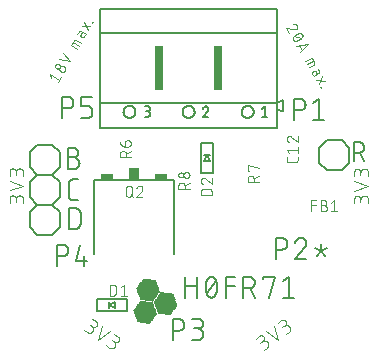
<source format=gbr>
G04 EAGLE Gerber RS-274X export*
G75*
%MOMM*%
%FSLAX34Y34*%
%LPD*%
%INSilkscreen Top*%
%IPPOS*%
%AMOC8*
5,1,8,0,0,1.08239X$1,22.5*%
G01*
%ADD10C,0.152400*%
%ADD11C,0.101600*%
%ADD12R,0.014731X0.014731*%
%ADD13R,0.147319X0.014731*%
%ADD14R,0.265175X0.014731*%
%ADD15R,0.383031X0.014731*%
%ADD16R,0.515619X0.014731*%
%ADD17R,0.633475X0.014731*%
%ADD18R,0.751331X0.014731*%
%ADD19R,0.883919X0.014731*%
%ADD20R,1.001775X0.014731*%
%ADD21R,1.119631X0.014731*%
%ADD22R,1.134363X0.014731*%
%ADD23R,1.149094X0.014731*%
%ADD24R,1.163825X0.014731*%
%ADD25R,1.178556X0.014731*%
%ADD26R,1.193288X0.014731*%
%ADD27R,1.222756X0.014731*%
%ADD28R,1.237488X0.014731*%
%ADD29R,1.266950X0.014731*%
%ADD30R,1.281681X0.014731*%
%ADD31R,1.311144X0.014731*%
%ADD32R,1.325881X0.014731*%
%ADD33R,1.355344X0.014731*%
%ADD34R,1.370075X0.014731*%
%ADD35R,1.384806X0.014731*%
%ADD36R,1.399538X0.014731*%
%ADD37R,1.414275X0.014731*%
%ADD38R,1.443738X0.014731*%
%ADD39R,1.458469X0.014731*%
%ADD40R,1.487931X0.014731*%
%ADD41R,1.502663X0.014731*%
%ADD42R,1.517394X0.014731*%
%ADD43R,1.532125X0.014731*%
%ADD44R,1.546856X0.014731*%
%ADD45R,1.576319X0.014731*%
%ADD46R,1.605788X0.014731*%
%ADD47R,1.620519X0.014731*%
%ADD48R,1.649981X0.014731*%
%ADD49R,1.664713X0.014731*%
%ADD50R,1.694175X0.014731*%
%ADD51R,1.708913X0.014731*%
%ADD52R,1.738375X0.014731*%
%ADD53R,1.753106X0.014731*%
%ADD54R,1.767838X0.014731*%
%ADD55R,1.782569X0.014731*%
%ADD56R,1.797306X0.014731*%
%ADD57R,0.117856X0.014731*%
%ADD58R,1.826769X0.014731*%
%ADD59R,0.235713X0.014731*%
%ADD60R,0.353569X0.014731*%
%ADD61R,1.856231X0.014731*%
%ADD62R,0.486156X0.014731*%
%ADD63R,1.870963X0.014731*%
%ADD64R,0.604013X0.014731*%
%ADD65R,0.721869X0.014731*%
%ADD66R,1.885694X0.014731*%
%ADD67R,0.839719X0.014731*%
%ADD68R,0.972306X0.014731*%
%ADD69R,1.090169X0.014731*%
%ADD70R,1.208025X0.014731*%
%ADD71R,1.252219X0.014731*%
%ADD72R,1.296412X0.014731*%
%ADD73R,1.340612X0.014731*%
%ADD74R,1.826763X0.014731*%
%ADD75R,1.414269X0.014731*%
%ADD76R,1.812031X0.014731*%
%ADD77R,1.429000X0.014731*%
%ADD78R,1.458462X0.014731*%
%ADD79R,1.473200X0.014731*%
%ADD80R,1.723644X0.014731*%
%ADD81R,1.694181X0.014731*%
%ADD82R,1.679450X0.014731*%
%ADD83R,1.561594X0.014731*%
%ADD84R,1.576325X0.014731*%
%ADD85R,1.591056X0.014731*%
%ADD86R,1.635250X0.014731*%
%ADD87R,1.561588X0.014731*%
%ADD88R,1.443731X0.014731*%
%ADD89R,1.797300X0.014731*%
%ADD90R,1.841500X0.014731*%
%ADD91R,1.311150X0.014731*%
%ADD92R,1.296419X0.014731*%
%ADD93R,1.193294X0.014731*%
%ADD94R,0.957575X0.014731*%
%ADD95R,0.589281X0.014731*%
%ADD96R,0.471425X0.014731*%
%ADD97R,0.220975X0.014731*%
%ADD98R,1.812038X0.014731*%
%ADD99R,0.103119X0.014731*%
%ADD100R,0.029463X0.014731*%
%ADD101R,0.162050X0.014731*%
%ADD102R,0.397763X0.014731*%
%ADD103R,0.648206X0.014731*%
%ADD104R,1.679444X0.014731*%
%ADD105R,1.016506X0.014731*%
%ADD106R,1.104900X0.014731*%
%ADD107R,1.222750X0.014731*%
%ADD108R,1.429006X0.014731*%
%ADD109R,1.208019X0.014731*%
%ADD110R,0.987044X0.014731*%
%ADD111R,0.854456X0.014731*%
%ADD112R,0.618744X0.014731*%
%ADD113R,0.500888X0.014731*%
%ADD114R,0.368300X0.014731*%
%ADD115R,0.132587X0.014731*%
%ADD116R,1.664719X0.014731*%
%ADD117R,1.075438X0.014731*%
%ADD118R,0.942844X0.014731*%
%ADD119R,0.707131X0.014731*%
%ADD120R,0.456694X0.014731*%
%ADD121R,0.088388X0.014731*%
%ADD122C,0.127000*%
%ADD123C,0.076200*%
%ADD124R,1.140000X0.600000*%
%ADD125R,0.880000X1.000000*%
%ADD126R,0.762000X3.810000*%
%ADD127C,0.177800*%


D10*
X244470Y370418D02*
X249409Y370418D01*
X249549Y370416D01*
X249688Y370410D01*
X249828Y370400D01*
X249967Y370386D01*
X250106Y370369D01*
X250244Y370347D01*
X250381Y370321D01*
X250518Y370292D01*
X250654Y370259D01*
X250788Y370222D01*
X250922Y370181D01*
X251054Y370136D01*
X251186Y370087D01*
X251315Y370035D01*
X251443Y369980D01*
X251570Y369920D01*
X251695Y369857D01*
X251818Y369791D01*
X251939Y369721D01*
X252058Y369648D01*
X252175Y369571D01*
X252289Y369491D01*
X252402Y369408D01*
X252512Y369322D01*
X252619Y369232D01*
X252724Y369140D01*
X252826Y369045D01*
X252926Y368947D01*
X253023Y368846D01*
X253117Y368742D01*
X253207Y368636D01*
X253295Y368527D01*
X253380Y368416D01*
X253461Y368302D01*
X253540Y368187D01*
X253615Y368069D01*
X253686Y367949D01*
X253754Y367826D01*
X253819Y367703D01*
X253880Y367577D01*
X253938Y367449D01*
X253992Y367321D01*
X254042Y367190D01*
X254089Y367058D01*
X254132Y366925D01*
X254171Y366791D01*
X254206Y366656D01*
X254237Y366520D01*
X254265Y366382D01*
X254288Y366245D01*
X254308Y366106D01*
X254324Y365967D01*
X254336Y365828D01*
X254344Y365689D01*
X254348Y365549D01*
X254348Y365409D01*
X254344Y365269D01*
X254336Y365130D01*
X254324Y364991D01*
X254308Y364852D01*
X254288Y364713D01*
X254265Y364576D01*
X254237Y364438D01*
X254206Y364302D01*
X254171Y364167D01*
X254132Y364033D01*
X254089Y363900D01*
X254042Y363768D01*
X253992Y363637D01*
X253938Y363509D01*
X253880Y363381D01*
X253819Y363255D01*
X253754Y363132D01*
X253686Y363010D01*
X253615Y362889D01*
X253540Y362771D01*
X253461Y362656D01*
X253380Y362542D01*
X253295Y362431D01*
X253207Y362322D01*
X253117Y362216D01*
X253023Y362112D01*
X252926Y362011D01*
X252826Y361913D01*
X252724Y361818D01*
X252619Y361726D01*
X252512Y361636D01*
X252402Y361550D01*
X252289Y361467D01*
X252175Y361387D01*
X252058Y361310D01*
X251939Y361237D01*
X251818Y361167D01*
X251695Y361101D01*
X251570Y361038D01*
X251443Y360978D01*
X251315Y360923D01*
X251186Y360871D01*
X251054Y360822D01*
X250922Y360777D01*
X250788Y360736D01*
X250654Y360699D01*
X250518Y360666D01*
X250381Y360637D01*
X250244Y360611D01*
X250106Y360589D01*
X249967Y360572D01*
X249828Y360558D01*
X249688Y360548D01*
X249549Y360542D01*
X249409Y360540D01*
X244470Y360540D01*
X244470Y378320D01*
X249409Y378320D01*
X249533Y378318D01*
X249657Y378312D01*
X249781Y378302D01*
X249904Y378289D01*
X250027Y378271D01*
X250149Y378250D01*
X250271Y378225D01*
X250392Y378196D01*
X250511Y378163D01*
X250630Y378127D01*
X250747Y378086D01*
X250863Y378043D01*
X250978Y377995D01*
X251091Y377944D01*
X251203Y377889D01*
X251312Y377831D01*
X251420Y377770D01*
X251526Y377705D01*
X251630Y377637D01*
X251731Y377565D01*
X251831Y377491D01*
X251927Y377413D01*
X252022Y377333D01*
X252114Y377249D01*
X252203Y377163D01*
X252289Y377074D01*
X252373Y376982D01*
X252453Y376887D01*
X252531Y376791D01*
X252605Y376691D01*
X252677Y376590D01*
X252745Y376486D01*
X252810Y376380D01*
X252871Y376272D01*
X252929Y376163D01*
X252984Y376051D01*
X253035Y375938D01*
X253083Y375823D01*
X253126Y375707D01*
X253167Y375590D01*
X253203Y375471D01*
X253236Y375352D01*
X253265Y375231D01*
X253290Y375109D01*
X253311Y374987D01*
X253329Y374864D01*
X253342Y374741D01*
X253352Y374617D01*
X253358Y374493D01*
X253360Y374369D01*
X253358Y374245D01*
X253352Y374121D01*
X253342Y373997D01*
X253329Y373874D01*
X253311Y373751D01*
X253290Y373629D01*
X253265Y373507D01*
X253236Y373386D01*
X253203Y373267D01*
X253167Y373148D01*
X253126Y373031D01*
X253083Y372915D01*
X253035Y372800D01*
X252984Y372687D01*
X252929Y372575D01*
X252871Y372466D01*
X252810Y372358D01*
X252745Y372252D01*
X252677Y372148D01*
X252605Y372047D01*
X252531Y371947D01*
X252453Y371851D01*
X252373Y371756D01*
X252289Y371664D01*
X252203Y371575D01*
X252114Y371489D01*
X252022Y371405D01*
X251927Y371325D01*
X251831Y371247D01*
X251731Y371173D01*
X251630Y371101D01*
X251526Y371033D01*
X251420Y370968D01*
X251312Y370907D01*
X251203Y370849D01*
X251091Y370794D01*
X250978Y370743D01*
X250863Y370695D01*
X250747Y370652D01*
X250630Y370611D01*
X250511Y370575D01*
X250392Y370542D01*
X250271Y370513D01*
X250149Y370488D01*
X250027Y370467D01*
X249904Y370449D01*
X249781Y370436D01*
X249657Y370426D01*
X249533Y370420D01*
X249409Y370418D01*
X245445Y327449D02*
X245445Y309669D01*
X245445Y327449D02*
X250384Y327449D01*
X250523Y327447D01*
X250661Y327441D01*
X250799Y327432D01*
X250937Y327418D01*
X251074Y327401D01*
X251211Y327379D01*
X251348Y327354D01*
X251483Y327325D01*
X251618Y327292D01*
X251751Y327256D01*
X251884Y327216D01*
X252015Y327172D01*
X252145Y327124D01*
X252274Y327073D01*
X252401Y327018D01*
X252527Y326960D01*
X252651Y326898D01*
X252773Y326833D01*
X252893Y326764D01*
X253012Y326692D01*
X253128Y326617D01*
X253242Y326538D01*
X253354Y326456D01*
X253463Y326371D01*
X253571Y326284D01*
X253675Y326193D01*
X253777Y326099D01*
X253876Y326002D01*
X253973Y325903D01*
X254067Y325801D01*
X254158Y325697D01*
X254245Y325589D01*
X254330Y325480D01*
X254412Y325368D01*
X254491Y325254D01*
X254566Y325138D01*
X254638Y325019D01*
X254707Y324899D01*
X254772Y324777D01*
X254834Y324653D01*
X254892Y324527D01*
X254947Y324400D01*
X254998Y324271D01*
X255046Y324141D01*
X255090Y324010D01*
X255130Y323877D01*
X255166Y323744D01*
X255199Y323609D01*
X255228Y323474D01*
X255253Y323337D01*
X255275Y323200D01*
X255292Y323063D01*
X255306Y322925D01*
X255315Y322787D01*
X255321Y322649D01*
X255323Y322510D01*
X255323Y314608D01*
X255321Y314469D01*
X255315Y314331D01*
X255306Y314193D01*
X255292Y314055D01*
X255275Y313918D01*
X255253Y313781D01*
X255228Y313644D01*
X255199Y313509D01*
X255166Y313374D01*
X255130Y313241D01*
X255090Y313108D01*
X255046Y312977D01*
X254998Y312847D01*
X254947Y312718D01*
X254892Y312591D01*
X254834Y312465D01*
X254772Y312341D01*
X254707Y312219D01*
X254638Y312099D01*
X254566Y311980D01*
X254491Y311864D01*
X254412Y311750D01*
X254330Y311638D01*
X254245Y311529D01*
X254158Y311421D01*
X254067Y311317D01*
X253973Y311215D01*
X253876Y311116D01*
X253777Y311019D01*
X253675Y310925D01*
X253571Y310834D01*
X253463Y310747D01*
X253354Y310662D01*
X253242Y310580D01*
X253128Y310501D01*
X253012Y310426D01*
X252893Y310354D01*
X252773Y310285D01*
X252651Y310220D01*
X252527Y310158D01*
X252401Y310100D01*
X252274Y310045D01*
X252145Y309994D01*
X252015Y309946D01*
X251884Y309902D01*
X251751Y309862D01*
X251618Y309826D01*
X251483Y309793D01*
X251348Y309764D01*
X251211Y309739D01*
X251074Y309717D01*
X250937Y309700D01*
X250799Y309686D01*
X250661Y309677D01*
X250523Y309671D01*
X250384Y309669D01*
X245445Y309669D01*
X249243Y333957D02*
X253194Y333957D01*
X249243Y333957D02*
X249119Y333959D01*
X248995Y333965D01*
X248871Y333975D01*
X248748Y333988D01*
X248625Y334006D01*
X248503Y334027D01*
X248381Y334052D01*
X248260Y334081D01*
X248141Y334114D01*
X248022Y334150D01*
X247905Y334191D01*
X247789Y334234D01*
X247674Y334282D01*
X247561Y334333D01*
X247449Y334388D01*
X247340Y334446D01*
X247232Y334507D01*
X247126Y334572D01*
X247022Y334640D01*
X246921Y334712D01*
X246821Y334786D01*
X246725Y334864D01*
X246630Y334944D01*
X246538Y335028D01*
X246449Y335114D01*
X246363Y335203D01*
X246279Y335295D01*
X246199Y335390D01*
X246121Y335486D01*
X246047Y335586D01*
X245975Y335687D01*
X245907Y335791D01*
X245842Y335897D01*
X245781Y336005D01*
X245723Y336114D01*
X245668Y336226D01*
X245617Y336339D01*
X245569Y336454D01*
X245526Y336570D01*
X245485Y336687D01*
X245449Y336806D01*
X245416Y336925D01*
X245387Y337046D01*
X245362Y337168D01*
X245341Y337290D01*
X245323Y337413D01*
X245310Y337536D01*
X245300Y337660D01*
X245294Y337784D01*
X245292Y337908D01*
X245292Y347786D01*
X245294Y347910D01*
X245300Y348034D01*
X245310Y348158D01*
X245323Y348281D01*
X245341Y348404D01*
X245362Y348526D01*
X245387Y348648D01*
X245416Y348769D01*
X245449Y348888D01*
X245485Y349007D01*
X245526Y349124D01*
X245569Y349240D01*
X245617Y349355D01*
X245668Y349468D01*
X245723Y349580D01*
X245781Y349689D01*
X245842Y349797D01*
X245907Y349903D01*
X245975Y350007D01*
X246047Y350108D01*
X246121Y350208D01*
X246199Y350304D01*
X246279Y350399D01*
X246363Y350491D01*
X246449Y350580D01*
X246538Y350666D01*
X246630Y350750D01*
X246725Y350830D01*
X246821Y350908D01*
X246921Y350982D01*
X247022Y351054D01*
X247126Y351122D01*
X247232Y351187D01*
X247340Y351248D01*
X247449Y351306D01*
X247561Y351361D01*
X247674Y351412D01*
X247789Y351460D01*
X247905Y351503D01*
X248022Y351544D01*
X248141Y351580D01*
X248260Y351613D01*
X248381Y351642D01*
X248503Y351667D01*
X248625Y351688D01*
X248748Y351706D01*
X248871Y351719D01*
X248995Y351729D01*
X249119Y351735D01*
X249243Y351737D01*
X253194Y351737D01*
D11*
X498692Y334520D02*
X498692Y331274D01*
X498692Y334520D02*
X498690Y334633D01*
X498684Y334746D01*
X498674Y334859D01*
X498660Y334972D01*
X498643Y335084D01*
X498621Y335195D01*
X498596Y335305D01*
X498566Y335415D01*
X498533Y335523D01*
X498496Y335630D01*
X498456Y335736D01*
X498411Y335840D01*
X498363Y335943D01*
X498312Y336044D01*
X498257Y336143D01*
X498199Y336240D01*
X498137Y336335D01*
X498072Y336428D01*
X498004Y336518D01*
X497933Y336606D01*
X497858Y336692D01*
X497781Y336775D01*
X497701Y336855D01*
X497618Y336932D01*
X497532Y337007D01*
X497444Y337078D01*
X497354Y337146D01*
X497261Y337211D01*
X497166Y337273D01*
X497069Y337331D01*
X496970Y337386D01*
X496869Y337437D01*
X496766Y337485D01*
X496662Y337530D01*
X496556Y337570D01*
X496449Y337607D01*
X496341Y337640D01*
X496231Y337670D01*
X496121Y337695D01*
X496010Y337717D01*
X495898Y337734D01*
X495785Y337748D01*
X495672Y337758D01*
X495559Y337764D01*
X495446Y337766D01*
X495333Y337764D01*
X495220Y337758D01*
X495107Y337748D01*
X494994Y337734D01*
X494882Y337717D01*
X494771Y337695D01*
X494661Y337670D01*
X494551Y337640D01*
X494443Y337607D01*
X494336Y337570D01*
X494230Y337530D01*
X494126Y337485D01*
X494023Y337437D01*
X493922Y337386D01*
X493823Y337331D01*
X493726Y337273D01*
X493631Y337211D01*
X493538Y337146D01*
X493448Y337078D01*
X493360Y337007D01*
X493274Y336932D01*
X493191Y336855D01*
X493111Y336775D01*
X493034Y336692D01*
X492959Y336606D01*
X492888Y336518D01*
X492820Y336428D01*
X492755Y336335D01*
X492693Y336240D01*
X492635Y336143D01*
X492580Y336044D01*
X492529Y335943D01*
X492481Y335840D01*
X492436Y335736D01*
X492396Y335630D01*
X492359Y335523D01*
X492326Y335415D01*
X492296Y335305D01*
X492271Y335195D01*
X492249Y335084D01*
X492232Y334972D01*
X492218Y334859D01*
X492208Y334746D01*
X492202Y334633D01*
X492200Y334520D01*
X487008Y335169D02*
X487008Y331274D01*
X487008Y335169D02*
X487010Y335270D01*
X487016Y335370D01*
X487026Y335470D01*
X487039Y335570D01*
X487057Y335669D01*
X487078Y335768D01*
X487103Y335865D01*
X487132Y335962D01*
X487165Y336057D01*
X487201Y336151D01*
X487241Y336243D01*
X487284Y336334D01*
X487331Y336423D01*
X487381Y336510D01*
X487435Y336596D01*
X487492Y336679D01*
X487552Y336759D01*
X487615Y336838D01*
X487682Y336914D01*
X487751Y336987D01*
X487823Y337057D01*
X487897Y337125D01*
X487974Y337190D01*
X488054Y337251D01*
X488136Y337310D01*
X488220Y337365D01*
X488306Y337417D01*
X488394Y337466D01*
X488484Y337511D01*
X488576Y337553D01*
X488669Y337591D01*
X488764Y337625D01*
X488859Y337656D01*
X488956Y337683D01*
X489054Y337706D01*
X489153Y337726D01*
X489253Y337741D01*
X489353Y337753D01*
X489453Y337761D01*
X489554Y337765D01*
X489654Y337765D01*
X489755Y337761D01*
X489855Y337753D01*
X489955Y337741D01*
X490055Y337726D01*
X490154Y337706D01*
X490252Y337683D01*
X490349Y337656D01*
X490444Y337625D01*
X490539Y337591D01*
X490632Y337553D01*
X490724Y337511D01*
X490814Y337466D01*
X490902Y337417D01*
X490988Y337365D01*
X491072Y337310D01*
X491154Y337251D01*
X491234Y337190D01*
X491311Y337125D01*
X491385Y337057D01*
X491457Y336987D01*
X491526Y336914D01*
X491593Y336838D01*
X491656Y336759D01*
X491716Y336679D01*
X491773Y336596D01*
X491827Y336510D01*
X491877Y336423D01*
X491924Y336334D01*
X491967Y336243D01*
X492007Y336151D01*
X492043Y336057D01*
X492076Y335962D01*
X492105Y335865D01*
X492130Y335768D01*
X492151Y335669D01*
X492169Y335570D01*
X492182Y335470D01*
X492192Y335370D01*
X492198Y335270D01*
X492200Y335169D01*
X492201Y335169D02*
X492201Y332573D01*
X487008Y342055D02*
X498692Y345950D01*
X487008Y349845D01*
X498692Y354134D02*
X498692Y357380D01*
X498690Y357493D01*
X498684Y357606D01*
X498674Y357719D01*
X498660Y357832D01*
X498643Y357944D01*
X498621Y358055D01*
X498596Y358165D01*
X498566Y358275D01*
X498533Y358383D01*
X498496Y358490D01*
X498456Y358596D01*
X498411Y358700D01*
X498363Y358803D01*
X498312Y358904D01*
X498257Y359003D01*
X498199Y359100D01*
X498137Y359195D01*
X498072Y359288D01*
X498004Y359378D01*
X497933Y359466D01*
X497858Y359552D01*
X497781Y359635D01*
X497701Y359715D01*
X497618Y359792D01*
X497532Y359867D01*
X497444Y359938D01*
X497354Y360006D01*
X497261Y360071D01*
X497166Y360133D01*
X497069Y360191D01*
X496970Y360246D01*
X496869Y360297D01*
X496766Y360345D01*
X496662Y360390D01*
X496556Y360430D01*
X496449Y360467D01*
X496341Y360500D01*
X496231Y360530D01*
X496121Y360555D01*
X496010Y360577D01*
X495898Y360594D01*
X495785Y360608D01*
X495672Y360618D01*
X495559Y360624D01*
X495446Y360626D01*
X495333Y360624D01*
X495220Y360618D01*
X495107Y360608D01*
X494994Y360594D01*
X494882Y360577D01*
X494771Y360555D01*
X494661Y360530D01*
X494551Y360500D01*
X494443Y360467D01*
X494336Y360430D01*
X494230Y360390D01*
X494126Y360345D01*
X494023Y360297D01*
X493922Y360246D01*
X493823Y360191D01*
X493726Y360133D01*
X493631Y360071D01*
X493538Y360006D01*
X493448Y359938D01*
X493360Y359867D01*
X493274Y359792D01*
X493191Y359715D01*
X493111Y359635D01*
X493034Y359552D01*
X492959Y359466D01*
X492888Y359378D01*
X492820Y359288D01*
X492755Y359195D01*
X492693Y359100D01*
X492635Y359003D01*
X492580Y358904D01*
X492529Y358803D01*
X492481Y358700D01*
X492436Y358596D01*
X492396Y358490D01*
X492359Y358383D01*
X492326Y358275D01*
X492296Y358165D01*
X492271Y358055D01*
X492249Y357944D01*
X492232Y357832D01*
X492218Y357719D01*
X492208Y357606D01*
X492202Y357493D01*
X492200Y357380D01*
X487008Y358029D02*
X487008Y354134D01*
X487008Y358029D02*
X487010Y358130D01*
X487016Y358230D01*
X487026Y358330D01*
X487039Y358430D01*
X487057Y358529D01*
X487078Y358628D01*
X487103Y358725D01*
X487132Y358822D01*
X487165Y358917D01*
X487201Y359011D01*
X487241Y359103D01*
X487284Y359194D01*
X487331Y359283D01*
X487381Y359370D01*
X487435Y359456D01*
X487492Y359539D01*
X487552Y359619D01*
X487615Y359698D01*
X487682Y359774D01*
X487751Y359847D01*
X487823Y359917D01*
X487897Y359985D01*
X487974Y360050D01*
X488054Y360111D01*
X488136Y360170D01*
X488220Y360225D01*
X488306Y360277D01*
X488394Y360326D01*
X488484Y360371D01*
X488576Y360413D01*
X488669Y360451D01*
X488764Y360485D01*
X488859Y360516D01*
X488956Y360543D01*
X489054Y360566D01*
X489153Y360586D01*
X489253Y360601D01*
X489353Y360613D01*
X489453Y360621D01*
X489554Y360625D01*
X489654Y360625D01*
X489755Y360621D01*
X489855Y360613D01*
X489955Y360601D01*
X490055Y360586D01*
X490154Y360566D01*
X490252Y360543D01*
X490349Y360516D01*
X490444Y360485D01*
X490539Y360451D01*
X490632Y360413D01*
X490724Y360371D01*
X490814Y360326D01*
X490902Y360277D01*
X490988Y360225D01*
X491072Y360170D01*
X491154Y360111D01*
X491234Y360050D01*
X491311Y359985D01*
X491385Y359917D01*
X491457Y359847D01*
X491526Y359774D01*
X491593Y359698D01*
X491656Y359619D01*
X491716Y359539D01*
X491773Y359456D01*
X491827Y359370D01*
X491877Y359283D01*
X491924Y359194D01*
X491967Y359103D01*
X492007Y359011D01*
X492043Y358917D01*
X492076Y358822D01*
X492105Y358725D01*
X492130Y358628D01*
X492151Y358529D01*
X492169Y358430D01*
X492182Y358330D01*
X492192Y358230D01*
X492198Y358130D01*
X492200Y358029D01*
X492201Y358029D02*
X492201Y355433D01*
X412788Y209159D02*
X410129Y207297D01*
X412788Y209158D02*
X412879Y209225D01*
X412969Y209294D01*
X413056Y209367D01*
X413140Y209443D01*
X413221Y209522D01*
X413300Y209603D01*
X413376Y209687D01*
X413449Y209774D01*
X413518Y209864D01*
X413585Y209955D01*
X413648Y210049D01*
X413708Y210145D01*
X413765Y210243D01*
X413818Y210343D01*
X413868Y210445D01*
X413914Y210549D01*
X413956Y210654D01*
X413995Y210760D01*
X414030Y210868D01*
X414061Y210977D01*
X414089Y211087D01*
X414112Y211198D01*
X414132Y211309D01*
X414148Y211421D01*
X414160Y211534D01*
X414168Y211647D01*
X414172Y211760D01*
X414172Y211874D01*
X414168Y211987D01*
X414160Y212100D01*
X414148Y212213D01*
X414132Y212325D01*
X414112Y212436D01*
X414089Y212547D01*
X414061Y212657D01*
X414030Y212766D01*
X413995Y212874D01*
X413956Y212980D01*
X413914Y213085D01*
X413868Y213189D01*
X413818Y213291D01*
X413765Y213391D01*
X413708Y213489D01*
X413648Y213585D01*
X413585Y213679D01*
X413518Y213770D01*
X413449Y213860D01*
X413376Y213947D01*
X413300Y214031D01*
X413221Y214112D01*
X413140Y214191D01*
X413056Y214267D01*
X412969Y214340D01*
X412880Y214409D01*
X412788Y214476D01*
X412694Y214539D01*
X412598Y214599D01*
X412500Y214656D01*
X412400Y214709D01*
X412298Y214759D01*
X412194Y214805D01*
X412089Y214847D01*
X411983Y214886D01*
X411875Y214921D01*
X411766Y214952D01*
X411656Y214980D01*
X411545Y215003D01*
X411434Y215023D01*
X411322Y215039D01*
X411209Y215051D01*
X411096Y215059D01*
X410983Y215063D01*
X410869Y215063D01*
X410756Y215059D01*
X410643Y215051D01*
X410530Y215039D01*
X410418Y215023D01*
X410307Y215003D01*
X410196Y214980D01*
X410086Y214952D01*
X409977Y214921D01*
X409869Y214886D01*
X409763Y214847D01*
X409658Y214805D01*
X409554Y214759D01*
X409452Y214709D01*
X409352Y214656D01*
X409254Y214599D01*
X409158Y214539D01*
X409064Y214476D01*
X406618Y219102D02*
X403428Y216868D01*
X406618Y219102D02*
X406702Y219158D01*
X406787Y219211D01*
X406875Y219260D01*
X406964Y219306D01*
X407056Y219349D01*
X407149Y219388D01*
X407243Y219423D01*
X407338Y219455D01*
X407435Y219483D01*
X407533Y219507D01*
X407631Y219527D01*
X407731Y219544D01*
X407831Y219556D01*
X407931Y219565D01*
X408032Y219570D01*
X408132Y219571D01*
X408233Y219568D01*
X408333Y219561D01*
X408433Y219550D01*
X408533Y219536D01*
X408632Y219517D01*
X408730Y219495D01*
X408827Y219469D01*
X408924Y219439D01*
X409019Y219406D01*
X409112Y219369D01*
X409204Y219328D01*
X409295Y219283D01*
X409383Y219236D01*
X409470Y219184D01*
X409554Y219130D01*
X409637Y219072D01*
X409717Y219011D01*
X409795Y218947D01*
X409870Y218880D01*
X409943Y218811D01*
X410012Y218738D01*
X410079Y218663D01*
X410143Y218585D01*
X410204Y218505D01*
X410262Y218422D01*
X410316Y218338D01*
X410368Y218251D01*
X410415Y218163D01*
X410460Y218072D01*
X410501Y217980D01*
X410538Y217886D01*
X410571Y217792D01*
X410601Y217695D01*
X410627Y217598D01*
X410649Y217500D01*
X410668Y217401D01*
X410682Y217301D01*
X410693Y217201D01*
X410700Y217101D01*
X410703Y217000D01*
X410702Y216900D01*
X410697Y216799D01*
X410688Y216699D01*
X410676Y216599D01*
X410659Y216499D01*
X410639Y216401D01*
X410615Y216303D01*
X410587Y216206D01*
X410555Y216111D01*
X410520Y216017D01*
X410481Y215924D01*
X410438Y215832D01*
X410392Y215743D01*
X410343Y215655D01*
X410290Y215570D01*
X410234Y215486D01*
X410174Y215405D01*
X410112Y215326D01*
X410046Y215249D01*
X409978Y215175D01*
X409907Y215104D01*
X409833Y215036D01*
X409756Y214970D01*
X409677Y214908D01*
X409596Y214848D01*
X407470Y213359D01*
X412259Y223052D02*
X422151Y215714D01*
X418639Y227519D01*
X428855Y220409D02*
X431514Y222270D01*
X431605Y222337D01*
X431695Y222406D01*
X431782Y222479D01*
X431866Y222555D01*
X431947Y222634D01*
X432026Y222715D01*
X432102Y222799D01*
X432175Y222886D01*
X432244Y222976D01*
X432311Y223067D01*
X432374Y223161D01*
X432434Y223257D01*
X432491Y223355D01*
X432544Y223455D01*
X432594Y223557D01*
X432640Y223661D01*
X432682Y223766D01*
X432721Y223872D01*
X432756Y223980D01*
X432787Y224089D01*
X432815Y224199D01*
X432838Y224310D01*
X432858Y224421D01*
X432874Y224533D01*
X432886Y224646D01*
X432894Y224759D01*
X432898Y224872D01*
X432898Y224986D01*
X432894Y225099D01*
X432886Y225212D01*
X432874Y225325D01*
X432858Y225437D01*
X432838Y225548D01*
X432815Y225659D01*
X432787Y225769D01*
X432756Y225878D01*
X432721Y225986D01*
X432682Y226092D01*
X432640Y226197D01*
X432594Y226301D01*
X432544Y226403D01*
X432491Y226503D01*
X432434Y226601D01*
X432374Y226697D01*
X432311Y226791D01*
X432244Y226882D01*
X432175Y226972D01*
X432102Y227059D01*
X432026Y227143D01*
X431947Y227224D01*
X431866Y227303D01*
X431782Y227379D01*
X431695Y227452D01*
X431606Y227521D01*
X431514Y227588D01*
X431420Y227651D01*
X431324Y227711D01*
X431226Y227768D01*
X431126Y227821D01*
X431024Y227871D01*
X430920Y227917D01*
X430815Y227959D01*
X430709Y227998D01*
X430601Y228033D01*
X430492Y228064D01*
X430382Y228092D01*
X430271Y228115D01*
X430160Y228135D01*
X430048Y228151D01*
X429935Y228163D01*
X429822Y228171D01*
X429709Y228175D01*
X429595Y228175D01*
X429482Y228171D01*
X429369Y228163D01*
X429256Y228151D01*
X429144Y228135D01*
X429033Y228115D01*
X428922Y228092D01*
X428812Y228064D01*
X428703Y228033D01*
X428595Y227998D01*
X428489Y227959D01*
X428384Y227917D01*
X428280Y227871D01*
X428178Y227821D01*
X428078Y227768D01*
X427980Y227711D01*
X427884Y227651D01*
X427790Y227588D01*
X425344Y232214D02*
X422153Y229980D01*
X425344Y232214D02*
X425428Y232270D01*
X425513Y232323D01*
X425601Y232372D01*
X425690Y232418D01*
X425782Y232461D01*
X425875Y232500D01*
X425969Y232535D01*
X426064Y232567D01*
X426161Y232595D01*
X426259Y232619D01*
X426357Y232639D01*
X426457Y232656D01*
X426557Y232668D01*
X426657Y232677D01*
X426758Y232682D01*
X426858Y232683D01*
X426959Y232680D01*
X427059Y232673D01*
X427159Y232662D01*
X427259Y232648D01*
X427358Y232629D01*
X427456Y232607D01*
X427553Y232581D01*
X427650Y232551D01*
X427745Y232518D01*
X427838Y232481D01*
X427930Y232440D01*
X428021Y232395D01*
X428109Y232348D01*
X428196Y232296D01*
X428280Y232242D01*
X428363Y232184D01*
X428443Y232123D01*
X428521Y232059D01*
X428596Y231992D01*
X428669Y231923D01*
X428738Y231850D01*
X428805Y231775D01*
X428869Y231697D01*
X428930Y231617D01*
X428988Y231534D01*
X429042Y231450D01*
X429094Y231363D01*
X429141Y231275D01*
X429186Y231184D01*
X429227Y231092D01*
X429264Y230998D01*
X429297Y230904D01*
X429327Y230807D01*
X429353Y230710D01*
X429375Y230612D01*
X429394Y230513D01*
X429408Y230413D01*
X429419Y230313D01*
X429426Y230213D01*
X429429Y230112D01*
X429428Y230012D01*
X429423Y229911D01*
X429414Y229811D01*
X429402Y229711D01*
X429385Y229611D01*
X429365Y229513D01*
X429341Y229415D01*
X429313Y229318D01*
X429281Y229223D01*
X429246Y229129D01*
X429207Y229036D01*
X429164Y228944D01*
X429118Y228855D01*
X429069Y228767D01*
X429016Y228682D01*
X428960Y228598D01*
X428900Y228517D01*
X428838Y228438D01*
X428772Y228361D01*
X428704Y228287D01*
X428633Y228216D01*
X428559Y228148D01*
X428482Y228082D01*
X428403Y228020D01*
X428322Y227960D01*
X426195Y226471D01*
X260886Y222270D02*
X258228Y224132D01*
X260886Y222270D02*
X260980Y222207D01*
X261076Y222147D01*
X261174Y222090D01*
X261274Y222037D01*
X261376Y221987D01*
X261480Y221941D01*
X261585Y221899D01*
X261691Y221860D01*
X261799Y221825D01*
X261908Y221794D01*
X262018Y221766D01*
X262129Y221743D01*
X262240Y221723D01*
X262352Y221707D01*
X262465Y221695D01*
X262578Y221687D01*
X262691Y221683D01*
X262805Y221683D01*
X262918Y221687D01*
X263031Y221695D01*
X263144Y221707D01*
X263256Y221723D01*
X263367Y221743D01*
X263478Y221766D01*
X263588Y221794D01*
X263697Y221825D01*
X263805Y221860D01*
X263911Y221899D01*
X264016Y221941D01*
X264120Y221987D01*
X264222Y222037D01*
X264322Y222090D01*
X264420Y222147D01*
X264516Y222207D01*
X264610Y222270D01*
X264701Y222337D01*
X264791Y222406D01*
X264878Y222479D01*
X264962Y222555D01*
X265043Y222634D01*
X265122Y222715D01*
X265198Y222799D01*
X265271Y222886D01*
X265340Y222976D01*
X265407Y223067D01*
X265470Y223161D01*
X265530Y223257D01*
X265587Y223355D01*
X265640Y223455D01*
X265690Y223557D01*
X265736Y223661D01*
X265778Y223766D01*
X265817Y223872D01*
X265852Y223980D01*
X265883Y224089D01*
X265911Y224199D01*
X265934Y224310D01*
X265954Y224421D01*
X265970Y224533D01*
X265982Y224646D01*
X265990Y224759D01*
X265994Y224872D01*
X265994Y224986D01*
X265990Y225099D01*
X265982Y225212D01*
X265970Y225325D01*
X265954Y225437D01*
X265934Y225548D01*
X265911Y225659D01*
X265883Y225769D01*
X265852Y225878D01*
X265817Y225986D01*
X265778Y226092D01*
X265736Y226197D01*
X265690Y226301D01*
X265640Y226403D01*
X265587Y226503D01*
X265530Y226601D01*
X265470Y226697D01*
X265407Y226791D01*
X265340Y226882D01*
X265271Y226972D01*
X265198Y227059D01*
X265122Y227143D01*
X265043Y227224D01*
X264962Y227303D01*
X264878Y227379D01*
X264791Y227452D01*
X264702Y227521D01*
X264610Y227588D01*
X268120Y231469D02*
X264929Y233703D01*
X268119Y231469D02*
X268200Y231409D01*
X268279Y231347D01*
X268356Y231281D01*
X268430Y231213D01*
X268501Y231142D01*
X268569Y231068D01*
X268635Y230991D01*
X268697Y230912D01*
X268757Y230831D01*
X268813Y230747D01*
X268866Y230662D01*
X268915Y230574D01*
X268961Y230485D01*
X269004Y230393D01*
X269043Y230300D01*
X269078Y230206D01*
X269110Y230111D01*
X269138Y230014D01*
X269162Y229916D01*
X269182Y229818D01*
X269199Y229718D01*
X269211Y229618D01*
X269220Y229518D01*
X269225Y229418D01*
X269226Y229317D01*
X269223Y229216D01*
X269216Y229116D01*
X269205Y229016D01*
X269191Y228916D01*
X269172Y228817D01*
X269150Y228719D01*
X269124Y228622D01*
X269094Y228525D01*
X269061Y228431D01*
X269024Y228337D01*
X268983Y228245D01*
X268938Y228154D01*
X268891Y228066D01*
X268839Y227979D01*
X268785Y227895D01*
X268727Y227812D01*
X268666Y227732D01*
X268602Y227654D01*
X268535Y227579D01*
X268466Y227506D01*
X268393Y227437D01*
X268318Y227370D01*
X268240Y227306D01*
X268160Y227245D01*
X268077Y227187D01*
X267993Y227133D01*
X267906Y227081D01*
X267818Y227034D01*
X267727Y226989D01*
X267635Y226948D01*
X267541Y226911D01*
X267447Y226878D01*
X267350Y226848D01*
X267253Y226822D01*
X267155Y226800D01*
X267056Y226781D01*
X266956Y226767D01*
X266856Y226756D01*
X266756Y226749D01*
X266655Y226746D01*
X266554Y226747D01*
X266454Y226752D01*
X266354Y226761D01*
X266254Y226773D01*
X266154Y226790D01*
X266056Y226810D01*
X265958Y226834D01*
X265861Y226862D01*
X265766Y226894D01*
X265672Y226929D01*
X265579Y226968D01*
X265487Y227011D01*
X265398Y227057D01*
X265310Y227106D01*
X265225Y227159D01*
X265141Y227215D01*
X263014Y228705D01*
X273760Y227519D02*
X270249Y215714D01*
X280141Y223052D01*
X276953Y211020D02*
X279612Y209158D01*
X279706Y209095D01*
X279802Y209035D01*
X279900Y208978D01*
X280000Y208925D01*
X280102Y208875D01*
X280206Y208829D01*
X280311Y208787D01*
X280417Y208748D01*
X280525Y208713D01*
X280634Y208682D01*
X280744Y208654D01*
X280855Y208631D01*
X280966Y208611D01*
X281078Y208595D01*
X281191Y208583D01*
X281304Y208575D01*
X281417Y208571D01*
X281531Y208571D01*
X281644Y208575D01*
X281757Y208583D01*
X281870Y208595D01*
X281982Y208611D01*
X282093Y208631D01*
X282204Y208654D01*
X282314Y208682D01*
X282423Y208713D01*
X282531Y208748D01*
X282637Y208787D01*
X282742Y208829D01*
X282846Y208875D01*
X282948Y208925D01*
X283048Y208978D01*
X283146Y209035D01*
X283242Y209095D01*
X283336Y209158D01*
X283427Y209225D01*
X283517Y209294D01*
X283604Y209367D01*
X283688Y209443D01*
X283769Y209522D01*
X283848Y209603D01*
X283924Y209687D01*
X283997Y209774D01*
X284066Y209864D01*
X284133Y209955D01*
X284196Y210049D01*
X284256Y210145D01*
X284313Y210243D01*
X284366Y210343D01*
X284416Y210445D01*
X284462Y210549D01*
X284504Y210654D01*
X284543Y210760D01*
X284578Y210868D01*
X284609Y210977D01*
X284637Y211087D01*
X284660Y211198D01*
X284680Y211309D01*
X284696Y211421D01*
X284708Y211534D01*
X284716Y211647D01*
X284720Y211760D01*
X284720Y211874D01*
X284716Y211987D01*
X284708Y212100D01*
X284696Y212213D01*
X284680Y212325D01*
X284660Y212436D01*
X284637Y212547D01*
X284609Y212657D01*
X284578Y212766D01*
X284543Y212874D01*
X284504Y212980D01*
X284462Y213085D01*
X284416Y213189D01*
X284366Y213291D01*
X284313Y213391D01*
X284256Y213489D01*
X284196Y213585D01*
X284133Y213679D01*
X284066Y213770D01*
X283997Y213860D01*
X283924Y213947D01*
X283848Y214031D01*
X283769Y214112D01*
X283688Y214191D01*
X283604Y214267D01*
X283517Y214340D01*
X283428Y214409D01*
X283336Y214476D01*
X286845Y218357D02*
X283655Y220591D01*
X286845Y218357D02*
X286926Y218297D01*
X287005Y218235D01*
X287082Y218169D01*
X287156Y218101D01*
X287227Y218030D01*
X287295Y217956D01*
X287361Y217879D01*
X287423Y217800D01*
X287483Y217719D01*
X287539Y217635D01*
X287592Y217550D01*
X287641Y217462D01*
X287687Y217373D01*
X287730Y217281D01*
X287769Y217188D01*
X287804Y217094D01*
X287836Y216999D01*
X287864Y216902D01*
X287888Y216804D01*
X287908Y216706D01*
X287925Y216606D01*
X287937Y216506D01*
X287946Y216406D01*
X287951Y216306D01*
X287952Y216205D01*
X287949Y216104D01*
X287942Y216004D01*
X287931Y215904D01*
X287917Y215804D01*
X287898Y215705D01*
X287876Y215607D01*
X287850Y215510D01*
X287820Y215413D01*
X287787Y215319D01*
X287750Y215225D01*
X287709Y215133D01*
X287664Y215042D01*
X287617Y214954D01*
X287565Y214867D01*
X287511Y214783D01*
X287453Y214700D01*
X287392Y214620D01*
X287328Y214542D01*
X287261Y214467D01*
X287192Y214394D01*
X287119Y214325D01*
X287044Y214258D01*
X286966Y214194D01*
X286886Y214133D01*
X286803Y214075D01*
X286719Y214021D01*
X286632Y213969D01*
X286544Y213922D01*
X286453Y213877D01*
X286361Y213836D01*
X286267Y213799D01*
X286173Y213766D01*
X286076Y213736D01*
X285979Y213710D01*
X285881Y213688D01*
X285782Y213669D01*
X285682Y213655D01*
X285582Y213644D01*
X285482Y213637D01*
X285381Y213634D01*
X285280Y213635D01*
X285180Y213640D01*
X285080Y213649D01*
X284980Y213661D01*
X284880Y213678D01*
X284782Y213698D01*
X284684Y213722D01*
X284587Y213750D01*
X284492Y213782D01*
X284398Y213817D01*
X284305Y213856D01*
X284213Y213899D01*
X284124Y213945D01*
X284036Y213994D01*
X283951Y214047D01*
X283867Y214103D01*
X281740Y215593D01*
X206842Y331524D02*
X206842Y334770D01*
X206840Y334883D01*
X206834Y334996D01*
X206824Y335109D01*
X206810Y335222D01*
X206793Y335334D01*
X206771Y335445D01*
X206746Y335555D01*
X206716Y335665D01*
X206683Y335773D01*
X206646Y335880D01*
X206606Y335986D01*
X206561Y336090D01*
X206513Y336193D01*
X206462Y336294D01*
X206407Y336393D01*
X206349Y336490D01*
X206287Y336585D01*
X206222Y336678D01*
X206154Y336768D01*
X206083Y336856D01*
X206008Y336942D01*
X205931Y337025D01*
X205851Y337105D01*
X205768Y337182D01*
X205682Y337257D01*
X205594Y337328D01*
X205504Y337396D01*
X205411Y337461D01*
X205316Y337523D01*
X205219Y337581D01*
X205120Y337636D01*
X205019Y337687D01*
X204916Y337735D01*
X204812Y337780D01*
X204706Y337820D01*
X204599Y337857D01*
X204491Y337890D01*
X204381Y337920D01*
X204271Y337945D01*
X204160Y337967D01*
X204048Y337984D01*
X203935Y337998D01*
X203822Y338008D01*
X203709Y338014D01*
X203596Y338016D01*
X203483Y338014D01*
X203370Y338008D01*
X203257Y337998D01*
X203144Y337984D01*
X203032Y337967D01*
X202921Y337945D01*
X202811Y337920D01*
X202701Y337890D01*
X202593Y337857D01*
X202486Y337820D01*
X202380Y337780D01*
X202276Y337735D01*
X202173Y337687D01*
X202072Y337636D01*
X201973Y337581D01*
X201876Y337523D01*
X201781Y337461D01*
X201688Y337396D01*
X201598Y337328D01*
X201510Y337257D01*
X201424Y337182D01*
X201341Y337105D01*
X201261Y337025D01*
X201184Y336942D01*
X201109Y336856D01*
X201038Y336768D01*
X200970Y336678D01*
X200905Y336585D01*
X200843Y336490D01*
X200785Y336393D01*
X200730Y336294D01*
X200679Y336193D01*
X200631Y336090D01*
X200586Y335986D01*
X200546Y335880D01*
X200509Y335773D01*
X200476Y335665D01*
X200446Y335555D01*
X200421Y335445D01*
X200399Y335334D01*
X200382Y335222D01*
X200368Y335109D01*
X200358Y334996D01*
X200352Y334883D01*
X200350Y334770D01*
X195158Y335419D02*
X195158Y331524D01*
X195158Y335419D02*
X195160Y335520D01*
X195166Y335620D01*
X195176Y335720D01*
X195189Y335820D01*
X195207Y335919D01*
X195228Y336018D01*
X195253Y336115D01*
X195282Y336212D01*
X195315Y336307D01*
X195351Y336401D01*
X195391Y336493D01*
X195434Y336584D01*
X195481Y336673D01*
X195531Y336760D01*
X195585Y336846D01*
X195642Y336929D01*
X195702Y337009D01*
X195765Y337088D01*
X195832Y337164D01*
X195901Y337237D01*
X195973Y337307D01*
X196047Y337375D01*
X196124Y337440D01*
X196204Y337501D01*
X196286Y337560D01*
X196370Y337615D01*
X196456Y337667D01*
X196544Y337716D01*
X196634Y337761D01*
X196726Y337803D01*
X196819Y337841D01*
X196914Y337875D01*
X197009Y337906D01*
X197106Y337933D01*
X197204Y337956D01*
X197303Y337976D01*
X197403Y337991D01*
X197503Y338003D01*
X197603Y338011D01*
X197704Y338015D01*
X197804Y338015D01*
X197905Y338011D01*
X198005Y338003D01*
X198105Y337991D01*
X198205Y337976D01*
X198304Y337956D01*
X198402Y337933D01*
X198499Y337906D01*
X198594Y337875D01*
X198689Y337841D01*
X198782Y337803D01*
X198874Y337761D01*
X198964Y337716D01*
X199052Y337667D01*
X199138Y337615D01*
X199222Y337560D01*
X199304Y337501D01*
X199384Y337440D01*
X199461Y337375D01*
X199535Y337307D01*
X199607Y337237D01*
X199676Y337164D01*
X199743Y337088D01*
X199806Y337009D01*
X199866Y336929D01*
X199923Y336846D01*
X199977Y336760D01*
X200027Y336673D01*
X200074Y336584D01*
X200117Y336493D01*
X200157Y336401D01*
X200193Y336307D01*
X200226Y336212D01*
X200255Y336115D01*
X200280Y336018D01*
X200301Y335919D01*
X200319Y335820D01*
X200332Y335720D01*
X200342Y335620D01*
X200348Y335520D01*
X200350Y335419D01*
X200351Y335419D02*
X200351Y332823D01*
X195158Y342305D02*
X206842Y346200D01*
X195158Y350095D01*
X206842Y354384D02*
X206842Y357630D01*
X206840Y357743D01*
X206834Y357856D01*
X206824Y357969D01*
X206810Y358082D01*
X206793Y358194D01*
X206771Y358305D01*
X206746Y358415D01*
X206716Y358525D01*
X206683Y358633D01*
X206646Y358740D01*
X206606Y358846D01*
X206561Y358950D01*
X206513Y359053D01*
X206462Y359154D01*
X206407Y359253D01*
X206349Y359350D01*
X206287Y359445D01*
X206222Y359538D01*
X206154Y359628D01*
X206083Y359716D01*
X206008Y359802D01*
X205931Y359885D01*
X205851Y359965D01*
X205768Y360042D01*
X205682Y360117D01*
X205594Y360188D01*
X205504Y360256D01*
X205411Y360321D01*
X205316Y360383D01*
X205219Y360441D01*
X205120Y360496D01*
X205019Y360547D01*
X204916Y360595D01*
X204812Y360640D01*
X204706Y360680D01*
X204599Y360717D01*
X204491Y360750D01*
X204381Y360780D01*
X204271Y360805D01*
X204160Y360827D01*
X204048Y360844D01*
X203935Y360858D01*
X203822Y360868D01*
X203709Y360874D01*
X203596Y360876D01*
X203483Y360874D01*
X203370Y360868D01*
X203257Y360858D01*
X203144Y360844D01*
X203032Y360827D01*
X202921Y360805D01*
X202811Y360780D01*
X202701Y360750D01*
X202593Y360717D01*
X202486Y360680D01*
X202380Y360640D01*
X202276Y360595D01*
X202173Y360547D01*
X202072Y360496D01*
X201973Y360441D01*
X201876Y360383D01*
X201781Y360321D01*
X201688Y360256D01*
X201598Y360188D01*
X201510Y360117D01*
X201424Y360042D01*
X201341Y359965D01*
X201261Y359885D01*
X201184Y359802D01*
X201109Y359716D01*
X201038Y359628D01*
X200970Y359538D01*
X200905Y359445D01*
X200843Y359350D01*
X200785Y359253D01*
X200730Y359154D01*
X200679Y359053D01*
X200631Y358950D01*
X200586Y358846D01*
X200546Y358740D01*
X200509Y358633D01*
X200476Y358525D01*
X200446Y358415D01*
X200421Y358305D01*
X200399Y358194D01*
X200382Y358082D01*
X200368Y357969D01*
X200358Y357856D01*
X200352Y357743D01*
X200350Y357630D01*
X195158Y358279D02*
X195158Y354384D01*
X195158Y358279D02*
X195160Y358380D01*
X195166Y358480D01*
X195176Y358580D01*
X195189Y358680D01*
X195207Y358779D01*
X195228Y358878D01*
X195253Y358975D01*
X195282Y359072D01*
X195315Y359167D01*
X195351Y359261D01*
X195391Y359353D01*
X195434Y359444D01*
X195481Y359533D01*
X195531Y359620D01*
X195585Y359706D01*
X195642Y359789D01*
X195702Y359869D01*
X195765Y359948D01*
X195832Y360024D01*
X195901Y360097D01*
X195973Y360167D01*
X196047Y360235D01*
X196124Y360300D01*
X196204Y360361D01*
X196286Y360420D01*
X196370Y360475D01*
X196456Y360527D01*
X196544Y360576D01*
X196634Y360621D01*
X196726Y360663D01*
X196819Y360701D01*
X196914Y360735D01*
X197009Y360766D01*
X197106Y360793D01*
X197204Y360816D01*
X197303Y360836D01*
X197403Y360851D01*
X197503Y360863D01*
X197603Y360871D01*
X197704Y360875D01*
X197804Y360875D01*
X197905Y360871D01*
X198005Y360863D01*
X198105Y360851D01*
X198205Y360836D01*
X198304Y360816D01*
X198402Y360793D01*
X198499Y360766D01*
X198594Y360735D01*
X198689Y360701D01*
X198782Y360663D01*
X198874Y360621D01*
X198964Y360576D01*
X199052Y360527D01*
X199138Y360475D01*
X199222Y360420D01*
X199304Y360361D01*
X199384Y360300D01*
X199461Y360235D01*
X199535Y360167D01*
X199607Y360097D01*
X199676Y360024D01*
X199743Y359948D01*
X199806Y359869D01*
X199866Y359789D01*
X199923Y359706D01*
X199977Y359620D01*
X200027Y359533D01*
X200074Y359444D01*
X200117Y359353D01*
X200157Y359261D01*
X200193Y359167D01*
X200226Y359072D01*
X200255Y358975D01*
X200280Y358878D01*
X200301Y358779D01*
X200319Y358680D01*
X200332Y358580D01*
X200342Y358480D01*
X200348Y358380D01*
X200350Y358279D01*
X200351Y358279D02*
X200351Y355683D01*
D10*
X435821Y402287D02*
X435821Y420067D01*
X440760Y420067D01*
X440900Y420065D01*
X441039Y420059D01*
X441179Y420049D01*
X441318Y420035D01*
X441457Y420018D01*
X441595Y419996D01*
X441732Y419970D01*
X441869Y419941D01*
X442005Y419908D01*
X442139Y419871D01*
X442273Y419830D01*
X442405Y419785D01*
X442537Y419736D01*
X442666Y419684D01*
X442794Y419629D01*
X442921Y419569D01*
X443046Y419506D01*
X443169Y419440D01*
X443290Y419370D01*
X443409Y419297D01*
X443526Y419220D01*
X443640Y419140D01*
X443753Y419057D01*
X443863Y418971D01*
X443970Y418881D01*
X444075Y418789D01*
X444177Y418694D01*
X444277Y418596D01*
X444374Y418495D01*
X444468Y418391D01*
X444558Y418285D01*
X444646Y418176D01*
X444731Y418065D01*
X444812Y417951D01*
X444891Y417836D01*
X444966Y417718D01*
X445037Y417598D01*
X445105Y417475D01*
X445170Y417352D01*
X445231Y417226D01*
X445289Y417098D01*
X445343Y416970D01*
X445393Y416839D01*
X445440Y416707D01*
X445483Y416574D01*
X445522Y416440D01*
X445557Y416305D01*
X445588Y416169D01*
X445616Y416031D01*
X445639Y415894D01*
X445659Y415755D01*
X445675Y415616D01*
X445687Y415477D01*
X445695Y415338D01*
X445699Y415198D01*
X445699Y415058D01*
X445695Y414918D01*
X445687Y414779D01*
X445675Y414640D01*
X445659Y414501D01*
X445639Y414362D01*
X445616Y414225D01*
X445588Y414087D01*
X445557Y413951D01*
X445522Y413816D01*
X445483Y413682D01*
X445440Y413549D01*
X445393Y413417D01*
X445343Y413286D01*
X445289Y413158D01*
X445231Y413030D01*
X445170Y412904D01*
X445105Y412781D01*
X445037Y412659D01*
X444966Y412538D01*
X444891Y412420D01*
X444812Y412305D01*
X444731Y412191D01*
X444646Y412080D01*
X444558Y411971D01*
X444468Y411865D01*
X444374Y411761D01*
X444277Y411660D01*
X444177Y411562D01*
X444075Y411467D01*
X443970Y411375D01*
X443863Y411285D01*
X443753Y411199D01*
X443640Y411116D01*
X443526Y411036D01*
X443409Y410959D01*
X443290Y410886D01*
X443169Y410816D01*
X443046Y410750D01*
X442921Y410687D01*
X442794Y410627D01*
X442666Y410572D01*
X442537Y410520D01*
X442405Y410471D01*
X442273Y410426D01*
X442139Y410385D01*
X442005Y410348D01*
X441869Y410315D01*
X441732Y410286D01*
X441595Y410260D01*
X441457Y410238D01*
X441318Y410221D01*
X441179Y410207D01*
X441039Y410197D01*
X440900Y410191D01*
X440760Y410189D01*
X435821Y410189D01*
X451816Y416116D02*
X456755Y420067D01*
X456755Y402287D01*
X451816Y402287D02*
X461694Y402287D01*
X420506Y302110D02*
X420506Y284330D01*
X420506Y302110D02*
X425445Y302110D01*
X425585Y302108D01*
X425724Y302102D01*
X425864Y302092D01*
X426003Y302078D01*
X426142Y302061D01*
X426280Y302039D01*
X426417Y302013D01*
X426554Y301984D01*
X426690Y301951D01*
X426824Y301914D01*
X426958Y301873D01*
X427090Y301828D01*
X427222Y301779D01*
X427351Y301727D01*
X427479Y301672D01*
X427606Y301612D01*
X427731Y301549D01*
X427854Y301483D01*
X427975Y301413D01*
X428094Y301340D01*
X428211Y301263D01*
X428325Y301183D01*
X428438Y301100D01*
X428548Y301014D01*
X428655Y300924D01*
X428760Y300832D01*
X428862Y300737D01*
X428962Y300639D01*
X429059Y300538D01*
X429153Y300434D01*
X429243Y300328D01*
X429331Y300219D01*
X429416Y300108D01*
X429497Y299994D01*
X429576Y299879D01*
X429651Y299761D01*
X429722Y299641D01*
X429790Y299518D01*
X429855Y299395D01*
X429916Y299269D01*
X429974Y299141D01*
X430028Y299013D01*
X430078Y298882D01*
X430125Y298750D01*
X430168Y298617D01*
X430207Y298483D01*
X430242Y298348D01*
X430273Y298212D01*
X430301Y298074D01*
X430324Y297937D01*
X430344Y297798D01*
X430360Y297659D01*
X430372Y297520D01*
X430380Y297381D01*
X430384Y297241D01*
X430384Y297101D01*
X430380Y296961D01*
X430372Y296822D01*
X430360Y296683D01*
X430344Y296544D01*
X430324Y296405D01*
X430301Y296268D01*
X430273Y296130D01*
X430242Y295994D01*
X430207Y295859D01*
X430168Y295725D01*
X430125Y295592D01*
X430078Y295460D01*
X430028Y295329D01*
X429974Y295201D01*
X429916Y295073D01*
X429855Y294947D01*
X429790Y294824D01*
X429722Y294702D01*
X429651Y294581D01*
X429576Y294463D01*
X429497Y294348D01*
X429416Y294234D01*
X429331Y294123D01*
X429243Y294014D01*
X429153Y293908D01*
X429059Y293804D01*
X428962Y293703D01*
X428862Y293605D01*
X428760Y293510D01*
X428655Y293418D01*
X428548Y293328D01*
X428438Y293242D01*
X428325Y293159D01*
X428211Y293079D01*
X428094Y293002D01*
X427975Y292929D01*
X427854Y292859D01*
X427731Y292793D01*
X427606Y292730D01*
X427479Y292670D01*
X427351Y292615D01*
X427222Y292563D01*
X427090Y292514D01*
X426958Y292469D01*
X426824Y292428D01*
X426690Y292391D01*
X426554Y292358D01*
X426417Y292329D01*
X426280Y292303D01*
X426142Y292281D01*
X426003Y292264D01*
X425864Y292250D01*
X425724Y292240D01*
X425585Y292234D01*
X425445Y292232D01*
X420506Y292232D01*
X441934Y302110D02*
X442066Y302108D01*
X442197Y302102D01*
X442329Y302092D01*
X442460Y302079D01*
X442590Y302061D01*
X442720Y302040D01*
X442850Y302015D01*
X442978Y301986D01*
X443106Y301953D01*
X443232Y301916D01*
X443358Y301876D01*
X443482Y301832D01*
X443605Y301784D01*
X443726Y301733D01*
X443846Y301678D01*
X443964Y301620D01*
X444080Y301558D01*
X444194Y301492D01*
X444307Y301424D01*
X444417Y301352D01*
X444525Y301277D01*
X444631Y301198D01*
X444735Y301117D01*
X444836Y301032D01*
X444934Y300945D01*
X445030Y300854D01*
X445123Y300761D01*
X445214Y300665D01*
X445301Y300567D01*
X445386Y300466D01*
X445467Y300362D01*
X445546Y300256D01*
X445621Y300148D01*
X445693Y300038D01*
X445761Y299925D01*
X445827Y299811D01*
X445889Y299695D01*
X445947Y299577D01*
X446002Y299457D01*
X446053Y299336D01*
X446101Y299213D01*
X446145Y299089D01*
X446185Y298963D01*
X446222Y298837D01*
X446255Y298709D01*
X446284Y298581D01*
X446309Y298451D01*
X446330Y298321D01*
X446348Y298191D01*
X446361Y298060D01*
X446371Y297928D01*
X446377Y297797D01*
X446379Y297665D01*
X441934Y302111D02*
X441784Y302109D01*
X441635Y302103D01*
X441486Y302093D01*
X441337Y302080D01*
X441188Y302062D01*
X441040Y302041D01*
X440892Y302015D01*
X440746Y301986D01*
X440600Y301953D01*
X440455Y301916D01*
X440311Y301875D01*
X440168Y301831D01*
X440026Y301783D01*
X439886Y301731D01*
X439747Y301676D01*
X439609Y301617D01*
X439474Y301554D01*
X439339Y301488D01*
X439207Y301418D01*
X439077Y301345D01*
X438948Y301268D01*
X438821Y301188D01*
X438697Y301105D01*
X438575Y301019D01*
X438455Y300929D01*
X438338Y300836D01*
X438223Y300741D01*
X438110Y300642D01*
X438000Y300540D01*
X437893Y300436D01*
X437789Y300329D01*
X437687Y300219D01*
X437589Y300106D01*
X437493Y299991D01*
X437401Y299873D01*
X437311Y299753D01*
X437225Y299631D01*
X437142Y299507D01*
X437062Y299380D01*
X436986Y299252D01*
X436913Y299121D01*
X436843Y298988D01*
X436777Y298854D01*
X436715Y298718D01*
X436656Y298581D01*
X436600Y298442D01*
X436549Y298301D01*
X436501Y298160D01*
X444897Y294208D02*
X444993Y294301D01*
X445085Y294397D01*
X445175Y294496D01*
X445262Y294597D01*
X445347Y294700D01*
X445428Y294805D01*
X445506Y294913D01*
X445581Y295023D01*
X445654Y295135D01*
X445723Y295249D01*
X445789Y295365D01*
X445851Y295483D01*
X445910Y295602D01*
X445966Y295723D01*
X446019Y295846D01*
X446068Y295970D01*
X446113Y296095D01*
X446156Y296222D01*
X446194Y296349D01*
X446229Y296478D01*
X446260Y296607D01*
X446288Y296738D01*
X446312Y296869D01*
X446333Y297001D01*
X446349Y297133D01*
X446362Y297266D01*
X446372Y297399D01*
X446377Y297532D01*
X446379Y297665D01*
X444898Y294208D02*
X436501Y284330D01*
X446379Y284330D01*
X458749Y291245D02*
X458749Y297171D01*
X458749Y291245D02*
X462206Y286800D01*
X458749Y291245D02*
X455292Y286800D01*
X458749Y291245D02*
X464182Y293220D01*
X458749Y291245D02*
X453316Y293220D01*
X333264Y233490D02*
X333264Y215710D01*
X333264Y233490D02*
X338203Y233490D01*
X338343Y233488D01*
X338482Y233482D01*
X338622Y233472D01*
X338761Y233458D01*
X338900Y233441D01*
X339038Y233419D01*
X339175Y233393D01*
X339312Y233364D01*
X339448Y233331D01*
X339582Y233294D01*
X339716Y233253D01*
X339848Y233208D01*
X339980Y233159D01*
X340109Y233107D01*
X340237Y233052D01*
X340364Y232992D01*
X340489Y232929D01*
X340612Y232863D01*
X340733Y232793D01*
X340852Y232720D01*
X340969Y232643D01*
X341083Y232563D01*
X341196Y232480D01*
X341306Y232394D01*
X341413Y232304D01*
X341518Y232212D01*
X341620Y232117D01*
X341720Y232019D01*
X341817Y231918D01*
X341911Y231814D01*
X342001Y231708D01*
X342089Y231599D01*
X342174Y231488D01*
X342255Y231374D01*
X342334Y231259D01*
X342409Y231141D01*
X342480Y231021D01*
X342548Y230898D01*
X342613Y230775D01*
X342674Y230649D01*
X342732Y230521D01*
X342786Y230393D01*
X342836Y230262D01*
X342883Y230130D01*
X342926Y229997D01*
X342965Y229863D01*
X343000Y229728D01*
X343031Y229592D01*
X343059Y229454D01*
X343082Y229317D01*
X343102Y229178D01*
X343118Y229039D01*
X343130Y228900D01*
X343138Y228761D01*
X343142Y228621D01*
X343142Y228481D01*
X343138Y228341D01*
X343130Y228202D01*
X343118Y228063D01*
X343102Y227924D01*
X343082Y227785D01*
X343059Y227648D01*
X343031Y227510D01*
X343000Y227374D01*
X342965Y227239D01*
X342926Y227105D01*
X342883Y226972D01*
X342836Y226840D01*
X342786Y226709D01*
X342732Y226581D01*
X342674Y226453D01*
X342613Y226327D01*
X342548Y226204D01*
X342480Y226082D01*
X342409Y225961D01*
X342334Y225843D01*
X342255Y225728D01*
X342174Y225614D01*
X342089Y225503D01*
X342001Y225394D01*
X341911Y225288D01*
X341817Y225184D01*
X341720Y225083D01*
X341620Y224985D01*
X341518Y224890D01*
X341413Y224798D01*
X341306Y224708D01*
X341196Y224622D01*
X341083Y224539D01*
X340969Y224459D01*
X340852Y224382D01*
X340733Y224309D01*
X340612Y224239D01*
X340489Y224173D01*
X340364Y224110D01*
X340237Y224050D01*
X340109Y223995D01*
X339980Y223943D01*
X339848Y223894D01*
X339716Y223849D01*
X339582Y223808D01*
X339448Y223771D01*
X339312Y223738D01*
X339175Y223709D01*
X339038Y223683D01*
X338900Y223661D01*
X338761Y223644D01*
X338622Y223630D01*
X338482Y223620D01*
X338343Y223614D01*
X338203Y223612D01*
X333264Y223612D01*
X349259Y215710D02*
X354198Y215710D01*
X354338Y215712D01*
X354477Y215718D01*
X354617Y215728D01*
X354756Y215742D01*
X354895Y215759D01*
X355033Y215781D01*
X355170Y215807D01*
X355307Y215836D01*
X355443Y215869D01*
X355577Y215906D01*
X355711Y215947D01*
X355843Y215992D01*
X355975Y216041D01*
X356104Y216093D01*
X356232Y216148D01*
X356359Y216208D01*
X356484Y216271D01*
X356607Y216337D01*
X356728Y216407D01*
X356847Y216480D01*
X356964Y216557D01*
X357078Y216637D01*
X357191Y216720D01*
X357301Y216806D01*
X357408Y216896D01*
X357513Y216988D01*
X357615Y217083D01*
X357715Y217181D01*
X357812Y217282D01*
X357906Y217386D01*
X357996Y217492D01*
X358084Y217601D01*
X358169Y217712D01*
X358250Y217826D01*
X358329Y217941D01*
X358404Y218059D01*
X358475Y218180D01*
X358543Y218302D01*
X358608Y218425D01*
X358669Y218551D01*
X358727Y218679D01*
X358781Y218807D01*
X358831Y218938D01*
X358878Y219070D01*
X358921Y219203D01*
X358960Y219337D01*
X358995Y219472D01*
X359026Y219608D01*
X359054Y219746D01*
X359077Y219883D01*
X359097Y220022D01*
X359113Y220161D01*
X359125Y220300D01*
X359133Y220439D01*
X359137Y220579D01*
X359137Y220719D01*
X359133Y220859D01*
X359125Y220998D01*
X359113Y221137D01*
X359097Y221276D01*
X359077Y221415D01*
X359054Y221552D01*
X359026Y221690D01*
X358995Y221826D01*
X358960Y221961D01*
X358921Y222095D01*
X358878Y222228D01*
X358831Y222360D01*
X358781Y222491D01*
X358727Y222619D01*
X358669Y222747D01*
X358608Y222873D01*
X358543Y222996D01*
X358475Y223119D01*
X358404Y223239D01*
X358329Y223357D01*
X358250Y223472D01*
X358169Y223586D01*
X358084Y223697D01*
X357996Y223806D01*
X357906Y223912D01*
X357812Y224016D01*
X357715Y224117D01*
X357615Y224215D01*
X357513Y224310D01*
X357408Y224402D01*
X357301Y224492D01*
X357191Y224578D01*
X357078Y224661D01*
X356964Y224741D01*
X356847Y224818D01*
X356728Y224891D01*
X356607Y224961D01*
X356484Y225027D01*
X356359Y225090D01*
X356232Y225150D01*
X356104Y225205D01*
X355975Y225257D01*
X355843Y225306D01*
X355711Y225351D01*
X355577Y225392D01*
X355443Y225429D01*
X355307Y225462D01*
X355170Y225491D01*
X355033Y225517D01*
X354895Y225539D01*
X354756Y225556D01*
X354617Y225570D01*
X354477Y225580D01*
X354338Y225586D01*
X354198Y225588D01*
X355185Y233490D02*
X349259Y233490D01*
X355185Y233490D02*
X355309Y233488D01*
X355433Y233482D01*
X355557Y233472D01*
X355680Y233459D01*
X355803Y233441D01*
X355925Y233420D01*
X356047Y233395D01*
X356168Y233366D01*
X356287Y233333D01*
X356406Y233297D01*
X356523Y233256D01*
X356639Y233213D01*
X356754Y233165D01*
X356867Y233114D01*
X356979Y233059D01*
X357088Y233001D01*
X357196Y232940D01*
X357302Y232875D01*
X357406Y232807D01*
X357507Y232735D01*
X357607Y232661D01*
X357703Y232583D01*
X357798Y232503D01*
X357890Y232419D01*
X357979Y232333D01*
X358065Y232244D01*
X358149Y232152D01*
X358229Y232057D01*
X358307Y231961D01*
X358381Y231861D01*
X358453Y231760D01*
X358521Y231656D01*
X358586Y231550D01*
X358647Y231442D01*
X358705Y231333D01*
X358760Y231221D01*
X358811Y231108D01*
X358859Y230993D01*
X358902Y230877D01*
X358943Y230760D01*
X358979Y230641D01*
X359012Y230522D01*
X359041Y230401D01*
X359066Y230279D01*
X359087Y230157D01*
X359105Y230034D01*
X359118Y229911D01*
X359128Y229787D01*
X359134Y229663D01*
X359136Y229539D01*
X359134Y229415D01*
X359128Y229291D01*
X359118Y229167D01*
X359105Y229044D01*
X359087Y228921D01*
X359066Y228799D01*
X359041Y228677D01*
X359012Y228556D01*
X358979Y228437D01*
X358943Y228318D01*
X358902Y228201D01*
X358859Y228085D01*
X358811Y227970D01*
X358760Y227857D01*
X358705Y227745D01*
X358647Y227636D01*
X358586Y227528D01*
X358521Y227422D01*
X358453Y227318D01*
X358381Y227217D01*
X358307Y227117D01*
X358229Y227021D01*
X358149Y226926D01*
X358065Y226834D01*
X357979Y226745D01*
X357890Y226659D01*
X357798Y226575D01*
X357703Y226495D01*
X357607Y226417D01*
X357507Y226343D01*
X357406Y226271D01*
X357302Y226203D01*
X357196Y226138D01*
X357088Y226077D01*
X356979Y226019D01*
X356867Y225964D01*
X356754Y225913D01*
X356639Y225865D01*
X356523Y225822D01*
X356406Y225781D01*
X356287Y225745D01*
X356168Y225712D01*
X356047Y225683D01*
X355925Y225658D01*
X355803Y225637D01*
X355680Y225619D01*
X355557Y225606D01*
X355433Y225596D01*
X355309Y225590D01*
X355185Y225588D01*
X351234Y225588D01*
X235087Y278699D02*
X235087Y296479D01*
X240026Y296479D01*
X240166Y296477D01*
X240305Y296471D01*
X240445Y296461D01*
X240584Y296447D01*
X240723Y296430D01*
X240861Y296408D01*
X240998Y296382D01*
X241135Y296353D01*
X241271Y296320D01*
X241405Y296283D01*
X241539Y296242D01*
X241671Y296197D01*
X241803Y296148D01*
X241932Y296096D01*
X242060Y296041D01*
X242187Y295981D01*
X242312Y295918D01*
X242435Y295852D01*
X242556Y295782D01*
X242675Y295709D01*
X242792Y295632D01*
X242906Y295552D01*
X243019Y295469D01*
X243129Y295383D01*
X243236Y295293D01*
X243341Y295201D01*
X243443Y295106D01*
X243543Y295008D01*
X243640Y294907D01*
X243734Y294803D01*
X243824Y294697D01*
X243912Y294588D01*
X243997Y294477D01*
X244078Y294363D01*
X244157Y294248D01*
X244232Y294130D01*
X244303Y294010D01*
X244371Y293887D01*
X244436Y293764D01*
X244497Y293638D01*
X244555Y293510D01*
X244609Y293382D01*
X244659Y293251D01*
X244706Y293119D01*
X244749Y292986D01*
X244788Y292852D01*
X244823Y292717D01*
X244854Y292581D01*
X244882Y292443D01*
X244905Y292306D01*
X244925Y292167D01*
X244941Y292028D01*
X244953Y291889D01*
X244961Y291750D01*
X244965Y291610D01*
X244965Y291470D01*
X244961Y291330D01*
X244953Y291191D01*
X244941Y291052D01*
X244925Y290913D01*
X244905Y290774D01*
X244882Y290637D01*
X244854Y290499D01*
X244823Y290363D01*
X244788Y290228D01*
X244749Y290094D01*
X244706Y289961D01*
X244659Y289829D01*
X244609Y289698D01*
X244555Y289570D01*
X244497Y289442D01*
X244436Y289316D01*
X244371Y289193D01*
X244303Y289071D01*
X244232Y288950D01*
X244157Y288832D01*
X244078Y288717D01*
X243997Y288603D01*
X243912Y288492D01*
X243824Y288383D01*
X243734Y288277D01*
X243640Y288173D01*
X243543Y288072D01*
X243443Y287974D01*
X243341Y287879D01*
X243236Y287787D01*
X243129Y287697D01*
X243019Y287611D01*
X242906Y287528D01*
X242792Y287448D01*
X242675Y287371D01*
X242556Y287298D01*
X242435Y287228D01*
X242312Y287162D01*
X242187Y287099D01*
X242060Y287039D01*
X241932Y286984D01*
X241803Y286932D01*
X241671Y286883D01*
X241539Y286838D01*
X241405Y286797D01*
X241271Y286760D01*
X241135Y286727D01*
X240998Y286698D01*
X240861Y286672D01*
X240723Y286650D01*
X240584Y286633D01*
X240445Y286619D01*
X240305Y286609D01*
X240166Y286603D01*
X240026Y286601D01*
X235087Y286601D01*
X251082Y282650D02*
X255033Y296479D01*
X251082Y282650D02*
X260960Y282650D01*
X257997Y286601D02*
X257997Y278699D01*
X239348Y403848D02*
X239348Y421628D01*
X244287Y421628D01*
X244427Y421626D01*
X244566Y421620D01*
X244706Y421610D01*
X244845Y421596D01*
X244984Y421579D01*
X245122Y421557D01*
X245259Y421531D01*
X245396Y421502D01*
X245532Y421469D01*
X245666Y421432D01*
X245800Y421391D01*
X245932Y421346D01*
X246064Y421297D01*
X246193Y421245D01*
X246321Y421190D01*
X246448Y421130D01*
X246573Y421067D01*
X246696Y421001D01*
X246817Y420931D01*
X246936Y420858D01*
X247053Y420781D01*
X247167Y420701D01*
X247280Y420618D01*
X247390Y420532D01*
X247497Y420442D01*
X247602Y420350D01*
X247704Y420255D01*
X247804Y420157D01*
X247901Y420056D01*
X247995Y419952D01*
X248085Y419846D01*
X248173Y419737D01*
X248258Y419626D01*
X248339Y419512D01*
X248418Y419397D01*
X248493Y419279D01*
X248564Y419159D01*
X248632Y419036D01*
X248697Y418913D01*
X248758Y418787D01*
X248816Y418659D01*
X248870Y418531D01*
X248920Y418400D01*
X248967Y418268D01*
X249010Y418135D01*
X249049Y418001D01*
X249084Y417866D01*
X249115Y417730D01*
X249143Y417592D01*
X249166Y417455D01*
X249186Y417316D01*
X249202Y417177D01*
X249214Y417038D01*
X249222Y416899D01*
X249226Y416759D01*
X249226Y416619D01*
X249222Y416479D01*
X249214Y416340D01*
X249202Y416201D01*
X249186Y416062D01*
X249166Y415923D01*
X249143Y415786D01*
X249115Y415648D01*
X249084Y415512D01*
X249049Y415377D01*
X249010Y415243D01*
X248967Y415110D01*
X248920Y414978D01*
X248870Y414847D01*
X248816Y414719D01*
X248758Y414591D01*
X248697Y414465D01*
X248632Y414342D01*
X248564Y414220D01*
X248493Y414099D01*
X248418Y413981D01*
X248339Y413866D01*
X248258Y413752D01*
X248173Y413641D01*
X248085Y413532D01*
X247995Y413426D01*
X247901Y413322D01*
X247804Y413221D01*
X247704Y413123D01*
X247602Y413028D01*
X247497Y412936D01*
X247390Y412846D01*
X247280Y412760D01*
X247167Y412677D01*
X247053Y412597D01*
X246936Y412520D01*
X246817Y412447D01*
X246696Y412377D01*
X246573Y412311D01*
X246448Y412248D01*
X246321Y412188D01*
X246193Y412133D01*
X246064Y412081D01*
X245932Y412032D01*
X245800Y411987D01*
X245666Y411946D01*
X245532Y411909D01*
X245396Y411876D01*
X245259Y411847D01*
X245122Y411821D01*
X244984Y411799D01*
X244845Y411782D01*
X244706Y411768D01*
X244566Y411758D01*
X244427Y411752D01*
X244287Y411750D01*
X239348Y411750D01*
X255343Y403848D02*
X261270Y403848D01*
X261394Y403850D01*
X261518Y403856D01*
X261642Y403866D01*
X261765Y403879D01*
X261888Y403897D01*
X262010Y403918D01*
X262132Y403943D01*
X262253Y403972D01*
X262372Y404005D01*
X262491Y404041D01*
X262608Y404082D01*
X262724Y404125D01*
X262839Y404173D01*
X262952Y404224D01*
X263064Y404279D01*
X263173Y404337D01*
X263281Y404398D01*
X263387Y404463D01*
X263491Y404531D01*
X263592Y404603D01*
X263692Y404677D01*
X263788Y404755D01*
X263883Y404835D01*
X263975Y404919D01*
X264064Y405005D01*
X264150Y405094D01*
X264234Y405186D01*
X264314Y405281D01*
X264392Y405377D01*
X264466Y405477D01*
X264538Y405578D01*
X264606Y405682D01*
X264671Y405788D01*
X264732Y405896D01*
X264790Y406005D01*
X264845Y406117D01*
X264896Y406230D01*
X264944Y406345D01*
X264987Y406461D01*
X265028Y406578D01*
X265064Y406697D01*
X265097Y406816D01*
X265126Y406937D01*
X265151Y407059D01*
X265172Y407181D01*
X265190Y407304D01*
X265203Y407427D01*
X265213Y407551D01*
X265219Y407675D01*
X265221Y407799D01*
X265221Y409775D01*
X265219Y409899D01*
X265213Y410023D01*
X265203Y410147D01*
X265190Y410270D01*
X265172Y410393D01*
X265151Y410515D01*
X265126Y410637D01*
X265097Y410758D01*
X265064Y410877D01*
X265028Y410996D01*
X264987Y411113D01*
X264944Y411229D01*
X264896Y411344D01*
X264845Y411457D01*
X264790Y411569D01*
X264732Y411678D01*
X264671Y411786D01*
X264606Y411892D01*
X264538Y411996D01*
X264466Y412097D01*
X264392Y412197D01*
X264314Y412293D01*
X264234Y412388D01*
X264150Y412480D01*
X264064Y412569D01*
X263975Y412655D01*
X263883Y412739D01*
X263788Y412819D01*
X263692Y412897D01*
X263592Y412971D01*
X263491Y413043D01*
X263387Y413111D01*
X263281Y413176D01*
X263173Y413237D01*
X263064Y413295D01*
X262952Y413350D01*
X262839Y413401D01*
X262724Y413449D01*
X262608Y413492D01*
X262491Y413533D01*
X262372Y413569D01*
X262253Y413602D01*
X262132Y413631D01*
X262010Y413656D01*
X261888Y413677D01*
X261765Y413695D01*
X261642Y413708D01*
X261518Y413718D01*
X261394Y413724D01*
X261270Y413726D01*
X255343Y413726D01*
X255343Y421628D01*
X265221Y421628D01*
X343760Y269352D02*
X343760Y251572D01*
X343760Y261450D02*
X353638Y261450D01*
X353638Y269352D02*
X353638Y251572D01*
X361069Y260462D02*
X361073Y260812D01*
X361086Y261161D01*
X361107Y261510D01*
X361136Y261859D01*
X361173Y262207D01*
X361219Y262554D01*
X361273Y262899D01*
X361335Y263243D01*
X361406Y263586D01*
X361485Y263927D01*
X361571Y264266D01*
X361666Y264602D01*
X361769Y264937D01*
X361880Y265268D01*
X361998Y265598D01*
X362125Y265924D01*
X362259Y266247D01*
X362401Y266566D01*
X362551Y266883D01*
X362551Y266882D02*
X362591Y266995D01*
X362635Y267105D01*
X362683Y267215D01*
X362734Y267323D01*
X362789Y267428D01*
X362847Y267533D01*
X362909Y267635D01*
X362974Y267735D01*
X363042Y267833D01*
X363113Y267929D01*
X363188Y268022D01*
X363265Y268113D01*
X363345Y268201D01*
X363429Y268286D01*
X363514Y268369D01*
X363603Y268449D01*
X363694Y268526D01*
X363788Y268600D01*
X363884Y268671D01*
X363982Y268739D01*
X364082Y268803D01*
X364185Y268865D01*
X364289Y268922D01*
X364395Y268977D01*
X364503Y269028D01*
X364613Y269075D01*
X364724Y269119D01*
X364836Y269159D01*
X364950Y269195D01*
X365064Y269228D01*
X365180Y269257D01*
X365297Y269282D01*
X365414Y269303D01*
X365532Y269321D01*
X365651Y269334D01*
X365770Y269344D01*
X365889Y269350D01*
X366008Y269352D01*
X366127Y269350D01*
X366246Y269344D01*
X366365Y269334D01*
X366484Y269321D01*
X366602Y269303D01*
X366719Y269282D01*
X366836Y269257D01*
X366952Y269228D01*
X367066Y269195D01*
X367180Y269159D01*
X367292Y269119D01*
X367403Y269075D01*
X367513Y269028D01*
X367621Y268977D01*
X367727Y268922D01*
X367831Y268865D01*
X367934Y268803D01*
X368034Y268739D01*
X368132Y268671D01*
X368228Y268600D01*
X368322Y268526D01*
X368413Y268449D01*
X368502Y268369D01*
X368588Y268286D01*
X368671Y268201D01*
X368751Y268113D01*
X368828Y268022D01*
X368903Y267929D01*
X368974Y267833D01*
X369042Y267735D01*
X369107Y267635D01*
X369169Y267533D01*
X369227Y267428D01*
X369282Y267322D01*
X369333Y267215D01*
X369381Y267105D01*
X369425Y266995D01*
X369465Y266882D01*
X369465Y266883D02*
X369615Y266566D01*
X369757Y266247D01*
X369891Y265924D01*
X370018Y265598D01*
X370136Y265268D01*
X370247Y264937D01*
X370350Y264602D01*
X370445Y264266D01*
X370531Y263927D01*
X370610Y263586D01*
X370681Y263243D01*
X370743Y262899D01*
X370797Y262554D01*
X370843Y262207D01*
X370880Y261859D01*
X370909Y261510D01*
X370930Y261161D01*
X370943Y260812D01*
X370947Y260462D01*
X361069Y260462D02*
X361073Y260112D01*
X361086Y259763D01*
X361107Y259414D01*
X361136Y259065D01*
X361173Y258717D01*
X361219Y258370D01*
X361273Y258025D01*
X361335Y257681D01*
X361406Y257338D01*
X361485Y256997D01*
X361571Y256658D01*
X361666Y256322D01*
X361769Y255987D01*
X361880Y255656D01*
X361998Y255327D01*
X362125Y255000D01*
X362259Y254677D01*
X362401Y254358D01*
X362551Y254042D01*
X362591Y253929D01*
X362635Y253819D01*
X362683Y253709D01*
X362734Y253601D01*
X362789Y253495D01*
X362847Y253391D01*
X362909Y253289D01*
X362974Y253189D01*
X363042Y253091D01*
X363113Y252995D01*
X363188Y252902D01*
X363265Y252811D01*
X363345Y252723D01*
X363429Y252638D01*
X363514Y252555D01*
X363603Y252475D01*
X363694Y252398D01*
X363788Y252324D01*
X363884Y252253D01*
X363982Y252185D01*
X364082Y252121D01*
X364185Y252059D01*
X364289Y252001D01*
X364395Y251947D01*
X364503Y251896D01*
X364613Y251849D01*
X364724Y251805D01*
X364836Y251765D01*
X364950Y251729D01*
X365064Y251696D01*
X365180Y251667D01*
X365297Y251642D01*
X365414Y251621D01*
X365532Y251603D01*
X365651Y251590D01*
X365770Y251580D01*
X365889Y251574D01*
X366008Y251572D01*
X369465Y254042D02*
X369615Y254358D01*
X369757Y254677D01*
X369891Y255000D01*
X370018Y255327D01*
X370136Y255656D01*
X370247Y255987D01*
X370350Y256322D01*
X370445Y256658D01*
X370531Y256997D01*
X370610Y257338D01*
X370681Y257681D01*
X370743Y258025D01*
X370797Y258370D01*
X370843Y258717D01*
X370880Y259065D01*
X370909Y259414D01*
X370930Y259763D01*
X370943Y260112D01*
X370947Y260462D01*
X369465Y254042D02*
X369425Y253929D01*
X369381Y253819D01*
X369333Y253709D01*
X369282Y253602D01*
X369227Y253496D01*
X369169Y253391D01*
X369107Y253289D01*
X369042Y253189D01*
X368974Y253091D01*
X368903Y252995D01*
X368828Y252902D01*
X368751Y252811D01*
X368671Y252723D01*
X368588Y252638D01*
X368502Y252555D01*
X368413Y252475D01*
X368322Y252398D01*
X368228Y252324D01*
X368132Y252253D01*
X368034Y252185D01*
X367934Y252121D01*
X367831Y252059D01*
X367727Y252002D01*
X367621Y251947D01*
X367513Y251896D01*
X367403Y251849D01*
X367292Y251805D01*
X367180Y251765D01*
X367066Y251729D01*
X366952Y251696D01*
X366836Y251667D01*
X366719Y251642D01*
X366602Y251621D01*
X366484Y251603D01*
X366365Y251590D01*
X366246Y251580D01*
X366127Y251574D01*
X366008Y251572D01*
X362057Y255523D02*
X369959Y265401D01*
X378407Y269352D02*
X378407Y251572D01*
X378407Y269352D02*
X386309Y269352D01*
X386309Y261450D02*
X378407Y261450D01*
X392980Y269352D02*
X392980Y251572D01*
X392980Y269352D02*
X397919Y269352D01*
X398059Y269350D01*
X398198Y269344D01*
X398338Y269334D01*
X398477Y269320D01*
X398616Y269303D01*
X398754Y269281D01*
X398891Y269255D01*
X399028Y269226D01*
X399164Y269193D01*
X399298Y269156D01*
X399432Y269115D01*
X399564Y269070D01*
X399696Y269021D01*
X399825Y268969D01*
X399953Y268914D01*
X400080Y268854D01*
X400205Y268791D01*
X400328Y268725D01*
X400449Y268655D01*
X400568Y268582D01*
X400685Y268505D01*
X400799Y268425D01*
X400912Y268342D01*
X401022Y268256D01*
X401129Y268166D01*
X401234Y268074D01*
X401336Y267979D01*
X401436Y267881D01*
X401533Y267780D01*
X401627Y267676D01*
X401717Y267570D01*
X401805Y267461D01*
X401890Y267350D01*
X401971Y267236D01*
X402050Y267121D01*
X402125Y267003D01*
X402196Y266883D01*
X402264Y266760D01*
X402329Y266637D01*
X402390Y266511D01*
X402448Y266383D01*
X402502Y266255D01*
X402552Y266124D01*
X402599Y265992D01*
X402642Y265859D01*
X402681Y265725D01*
X402716Y265590D01*
X402747Y265454D01*
X402775Y265316D01*
X402798Y265179D01*
X402818Y265040D01*
X402834Y264901D01*
X402846Y264762D01*
X402854Y264623D01*
X402858Y264483D01*
X402858Y264343D01*
X402854Y264203D01*
X402846Y264064D01*
X402834Y263925D01*
X402818Y263786D01*
X402798Y263647D01*
X402775Y263510D01*
X402747Y263372D01*
X402716Y263236D01*
X402681Y263101D01*
X402642Y262967D01*
X402599Y262834D01*
X402552Y262702D01*
X402502Y262571D01*
X402448Y262443D01*
X402390Y262315D01*
X402329Y262189D01*
X402264Y262066D01*
X402196Y261944D01*
X402125Y261823D01*
X402050Y261705D01*
X401971Y261590D01*
X401890Y261476D01*
X401805Y261365D01*
X401717Y261256D01*
X401627Y261150D01*
X401533Y261046D01*
X401436Y260945D01*
X401336Y260847D01*
X401234Y260752D01*
X401129Y260660D01*
X401022Y260570D01*
X400912Y260484D01*
X400799Y260401D01*
X400685Y260321D01*
X400568Y260244D01*
X400449Y260171D01*
X400328Y260101D01*
X400205Y260035D01*
X400080Y259972D01*
X399953Y259912D01*
X399825Y259857D01*
X399696Y259805D01*
X399564Y259756D01*
X399432Y259711D01*
X399298Y259670D01*
X399164Y259633D01*
X399028Y259600D01*
X398891Y259571D01*
X398754Y259545D01*
X398616Y259523D01*
X398477Y259506D01*
X398338Y259492D01*
X398198Y259482D01*
X398059Y259476D01*
X397919Y259474D01*
X392980Y259474D01*
X398907Y259474D02*
X402858Y251572D01*
X409645Y267376D02*
X409645Y269352D01*
X419523Y269352D01*
X414584Y251572D01*
X426396Y265401D02*
X431335Y269352D01*
X431335Y251572D01*
X426396Y251572D02*
X436274Y251572D01*
D12*
X313784Y229286D03*
D13*
X313268Y229433D03*
D14*
X312679Y229580D03*
D15*
X312237Y229728D03*
D16*
X311722Y229875D03*
D17*
X311280Y230022D03*
D18*
X310690Y230170D03*
D19*
X310175Y230317D03*
D20*
X309733Y230464D03*
D21*
X309291Y230612D03*
D22*
X309217Y230759D03*
D23*
X309291Y230906D03*
D24*
X309364Y231054D03*
D25*
X309291Y231201D03*
D26*
X309364Y231348D03*
D27*
X309364Y231496D03*
D28*
X309438Y231643D03*
X309438Y231790D03*
D29*
X309438Y231938D03*
D30*
X309512Y232085D03*
D31*
X309512Y232232D03*
X309512Y232380D03*
D32*
X309585Y232527D03*
D33*
X309585Y232674D03*
D34*
X309659Y232821D03*
D35*
X309585Y232969D03*
D36*
X309659Y233116D03*
D37*
X309733Y233263D03*
D38*
X309733Y233411D03*
X309733Y233558D03*
D39*
X309806Y233705D03*
D40*
X309806Y233853D03*
D41*
X309880Y234000D03*
D42*
X309806Y234147D03*
D43*
X309880Y234295D03*
D44*
X309954Y234442D03*
D45*
X309954Y234589D03*
X309954Y234737D03*
D46*
X309954Y234884D03*
D47*
X310027Y235031D03*
X310027Y235179D03*
D48*
X310027Y235326D03*
D49*
X310101Y235473D03*
D50*
X310101Y235621D03*
X310101Y235768D03*
D51*
X310175Y235915D03*
D52*
X310175Y236063D03*
D53*
X310248Y236210D03*
D54*
X310175Y236357D03*
D55*
X310248Y236504D03*
D56*
X310322Y236652D03*
D57*
X330799Y236652D03*
D58*
X310322Y236799D03*
D59*
X330210Y236799D03*
D58*
X310322Y236946D03*
D60*
X329768Y236946D03*
D61*
X310322Y237094D03*
D62*
X329253Y237094D03*
D63*
X310396Y237241D03*
D64*
X328811Y237241D03*
D63*
X310396Y237388D03*
D65*
X328221Y237388D03*
D66*
X310322Y237536D03*
D67*
X327779Y237536D03*
D66*
X310322Y237683D03*
D68*
X327264Y237683D03*
D63*
X310248Y237830D03*
D69*
X326822Y237830D03*
D66*
X310175Y237978D03*
D21*
X326674Y237978D03*
D66*
X310175Y238125D03*
D23*
X326674Y238125D03*
D66*
X310027Y238272D03*
D24*
X326748Y238272D03*
D66*
X310027Y238420D03*
D25*
X326822Y238420D03*
D63*
X309954Y238567D03*
D26*
X326748Y238567D03*
D66*
X309880Y238714D03*
D70*
X326822Y238714D03*
D66*
X309880Y238862D03*
D28*
X326822Y238862D03*
D66*
X309733Y239009D03*
D71*
X326895Y239009D03*
D66*
X309733Y239156D03*
D71*
X326895Y239156D03*
D63*
X309659Y239304D03*
D30*
X326895Y239304D03*
D66*
X309585Y239451D03*
D72*
X326969Y239451D03*
D66*
X309585Y239598D03*
D32*
X326969Y239598D03*
D66*
X309438Y239746D03*
D32*
X326969Y239746D03*
D66*
X309438Y239893D03*
D73*
X327043Y239893D03*
D63*
X309364Y240040D03*
D34*
X327043Y240040D03*
D61*
X309438Y240187D03*
D35*
X327116Y240187D03*
D61*
X309438Y240335D03*
D36*
X327043Y240335D03*
D74*
X309438Y240482D03*
D75*
X327116Y240482D03*
D76*
X309512Y240629D03*
D77*
X327190Y240629D03*
D55*
X309512Y240777D03*
D78*
X327190Y240777D03*
D55*
X309512Y240924D03*
D78*
X327190Y240924D03*
D54*
X309585Y241071D03*
D79*
X327264Y241071D03*
D52*
X309585Y241219D03*
D41*
X327264Y241219D03*
D80*
X309659Y241366D03*
D41*
X327264Y241366D03*
D51*
X309585Y241513D03*
D43*
X327264Y241513D03*
D81*
X309659Y241661D03*
D44*
X327337Y241661D03*
D82*
X309733Y241808D03*
D83*
X327411Y241808D03*
D48*
X309733Y241955D03*
D84*
X327337Y241955D03*
D48*
X309733Y242103D03*
D85*
X327411Y242103D03*
D86*
X309806Y242250D03*
D47*
X327411Y242250D03*
D46*
X309806Y242397D03*
D86*
X327485Y242397D03*
D46*
X309806Y242545D03*
D86*
X327485Y242545D03*
D84*
X309806Y242692D03*
D49*
X327485Y242692D03*
D87*
X309880Y242839D03*
D82*
X327558Y242839D03*
D44*
X309954Y242987D03*
D51*
X327558Y242987D03*
D43*
X309880Y243134D03*
D51*
X327558Y243134D03*
D42*
X309954Y243281D03*
D80*
X327632Y243281D03*
D40*
X309954Y243429D03*
D53*
X327632Y243429D03*
D79*
X310027Y243576D03*
D54*
X327706Y243576D03*
D79*
X310027Y243723D03*
D55*
X327632Y243723D03*
D88*
X310027Y243870D03*
D89*
X327706Y243870D03*
D77*
X310101Y244018D03*
D76*
X327779Y244018D03*
D36*
X310101Y244165D03*
D90*
X327779Y244165D03*
D36*
X310101Y244312D03*
D90*
X327779Y244312D03*
D35*
X310175Y244460D03*
D63*
X327779Y244460D03*
D33*
X310175Y244607D03*
D66*
X327853Y244607D03*
D73*
X310248Y244754D03*
D63*
X327779Y244754D03*
D32*
X310175Y244902D03*
D66*
X327706Y244902D03*
D91*
X310248Y245049D03*
D66*
X327706Y245049D03*
D92*
X310322Y245196D03*
D63*
X327632Y245196D03*
D29*
X310322Y245344D03*
D66*
X327558Y245344D03*
D29*
X310322Y245491D03*
D66*
X327558Y245491D03*
D71*
X310396Y245638D03*
D66*
X327411Y245638D03*
D27*
X310396Y245786D03*
D66*
X327411Y245786D03*
D70*
X310469Y245933D03*
D63*
X327337Y245933D03*
D93*
X310396Y246080D03*
D66*
X327264Y246080D03*
D25*
X310469Y246228D03*
D66*
X327264Y246228D03*
D24*
X310543Y246375D03*
D66*
X327116Y246375D03*
D23*
X310469Y246522D03*
D66*
X327116Y246522D03*
D22*
X310543Y246670D03*
D63*
X327043Y246670D03*
D69*
X310469Y246817D03*
D66*
X326969Y246817D03*
D94*
X309954Y246964D03*
D66*
X326969Y246964D03*
D67*
X309364Y247112D03*
D66*
X326822Y247112D03*
D65*
X308922Y247259D03*
D66*
X326822Y247259D03*
D95*
X308407Y247406D03*
D61*
X326822Y247406D03*
D96*
X307965Y247553D03*
D90*
X326895Y247553D03*
D60*
X307376Y247701D03*
D90*
X326895Y247701D03*
D97*
X306860Y247848D03*
D98*
X326895Y247848D03*
D99*
X306418Y247995D03*
D56*
X326969Y247995D03*
D100*
X316215Y248143D03*
D55*
X326895Y248143D03*
D101*
X315699Y248290D03*
D54*
X326969Y248290D03*
D14*
X315184Y248437D03*
D53*
X327043Y248437D03*
D102*
X314668Y248585D03*
D80*
X327043Y248585D03*
D16*
X314226Y248732D03*
D80*
X327043Y248732D03*
D103*
X313710Y248879D03*
D81*
X327043Y248879D03*
D18*
X313195Y249027D03*
D104*
X327116Y249027D03*
D19*
X312679Y249174D03*
D49*
X327190Y249174D03*
D105*
X312163Y249321D03*
D48*
X327116Y249321D03*
D106*
X311722Y249469D03*
D86*
X327190Y249469D03*
D22*
X311722Y249616D03*
D47*
X327264Y249616D03*
D23*
X311795Y249763D03*
D85*
X327264Y249763D03*
D24*
X311869Y249911D03*
D85*
X327264Y249911D03*
D25*
X311795Y250058D03*
D87*
X327264Y250058D03*
D26*
X311869Y250205D03*
D44*
X327337Y250205D03*
D107*
X311869Y250353D03*
D43*
X327411Y250353D03*
D28*
X311943Y250500D03*
D42*
X327337Y250500D03*
D28*
X311943Y250647D03*
D41*
X327411Y250647D03*
D29*
X311942Y250795D03*
D79*
X327411Y250795D03*
D30*
X312016Y250942D03*
D39*
X327485Y250942D03*
D31*
X312016Y251089D03*
D39*
X327485Y251089D03*
D31*
X312016Y251236D03*
D108*
X327485Y251236D03*
D32*
X312090Y251384D03*
D75*
X327558Y251384D03*
D33*
X312090Y251531D03*
D35*
X327558Y251531D03*
D34*
X312163Y251678D03*
D35*
X327558Y251678D03*
X312090Y251826D03*
D34*
X327632Y251826D03*
D36*
X312163Y251973D03*
D73*
X327632Y251973D03*
D75*
X312237Y252120D03*
D73*
X327632Y252120D03*
D38*
X312237Y252268D03*
D91*
X327632Y252268D03*
D38*
X312237Y252415D03*
D72*
X327706Y252415D03*
D79*
X312237Y252562D03*
D30*
X327779Y252562D03*
D40*
X312311Y252710D03*
D29*
X327706Y252710D03*
D41*
X312384Y252857D03*
D71*
X327779Y252857D03*
D42*
X312311Y253004D03*
D27*
X327779Y253004D03*
D43*
X312384Y253152D03*
D109*
X327853Y253152D03*
D87*
X312384Y253299D03*
D109*
X327853Y253299D03*
D45*
X312458Y253446D03*
D25*
X327853Y253446D03*
D45*
X312458Y253594D03*
D24*
X327927Y253594D03*
D46*
X312458Y253741D03*
D23*
X328000Y253741D03*
D47*
X312532Y253888D03*
D22*
X327927Y253888D03*
D47*
X312532Y254036D03*
D106*
X327927Y254036D03*
D48*
X312532Y254183D03*
D110*
X327485Y254183D03*
D49*
X312605Y254330D03*
D111*
X326969Y254330D03*
D50*
X312605Y254478D03*
D18*
X326454Y254478D03*
D50*
X312605Y254625D03*
D112*
X325938Y254625D03*
D51*
X312679Y254772D03*
D113*
X325496Y254772D03*
D52*
X312679Y254919D03*
D114*
X324980Y254919D03*
D53*
X312753Y255067D03*
D14*
X324465Y255067D03*
D54*
X312679Y255214D03*
D115*
X323949Y255214D03*
D55*
X312753Y255361D03*
D12*
X323507Y255361D03*
D56*
X312826Y255509D03*
D58*
X312826Y255656D03*
X312826Y255803D03*
D61*
X312826Y255951D03*
D63*
X312900Y256098D03*
X312900Y256245D03*
D66*
X312826Y256393D03*
X312826Y256540D03*
X312679Y256687D03*
X312679Y256835D03*
D63*
X312605Y256982D03*
D66*
X312532Y257129D03*
X312532Y257277D03*
X312384Y257424D03*
X312384Y257571D03*
D63*
X312311Y257719D03*
D66*
X312237Y257866D03*
X312237Y258013D03*
D63*
X312163Y258161D03*
D66*
X312090Y258308D03*
X312090Y258455D03*
X311942Y258602D03*
X311942Y258750D03*
D63*
X311869Y258897D03*
D61*
X311942Y259044D03*
X311942Y259192D03*
D74*
X311942Y259339D03*
D76*
X312016Y259486D03*
D55*
X312016Y259634D03*
X312016Y259781D03*
D54*
X312090Y259928D03*
D52*
X312090Y260076D03*
D80*
X312163Y260223D03*
D51*
X312090Y260370D03*
D81*
X312163Y260518D03*
D82*
X312237Y260665D03*
D116*
X312163Y260812D03*
D48*
X312237Y260960D03*
D47*
X312237Y261107D03*
D46*
X312311Y261254D03*
X312311Y261402D03*
D84*
X312311Y261549D03*
D87*
X312384Y261696D03*
D43*
X312384Y261844D03*
X312384Y261991D03*
D42*
X312458Y262138D03*
D40*
X312458Y262285D03*
D79*
X312532Y262433D03*
X312532Y262580D03*
D88*
X312532Y262727D03*
D77*
X312605Y262875D03*
D36*
X312605Y263022D03*
X312605Y263169D03*
D35*
X312679Y263317D03*
D33*
X312679Y263464D03*
D73*
X312753Y263611D03*
D32*
X312679Y263759D03*
D91*
X312753Y263906D03*
D92*
X312826Y264053D03*
D29*
X312826Y264201D03*
X312826Y264348D03*
D28*
X312826Y264495D03*
D27*
X312900Y264643D03*
D70*
X312974Y264790D03*
D93*
X312900Y264937D03*
D25*
X312974Y265085D03*
D23*
X312974Y265232D03*
X312974Y265379D03*
D22*
X313047Y265527D03*
D117*
X312900Y265674D03*
D118*
X312384Y265821D03*
D67*
X311869Y265968D03*
D119*
X311353Y266116D03*
D95*
X310911Y266263D03*
D120*
X310396Y266410D03*
D60*
X309880Y266558D03*
D97*
X309364Y266705D03*
D121*
X308849Y266852D03*
D11*
X437618Y478997D02*
X437699Y479046D01*
X437778Y479098D01*
X437854Y479154D01*
X437928Y479212D01*
X438000Y479274D01*
X438069Y479338D01*
X438135Y479406D01*
X438199Y479476D01*
X438259Y479548D01*
X438317Y479623D01*
X438371Y479700D01*
X438422Y479780D01*
X438470Y479861D01*
X438515Y479945D01*
X438556Y480030D01*
X438593Y480117D01*
X438627Y480205D01*
X438657Y480295D01*
X438683Y480385D01*
X438706Y480477D01*
X438724Y480570D01*
X438739Y480663D01*
X438750Y480757D01*
X438758Y480851D01*
X438761Y480946D01*
X438760Y481040D01*
X438756Y481134D01*
X438747Y481229D01*
X438735Y481322D01*
X438719Y481415D01*
X438699Y481508D01*
X438675Y481599D01*
X438647Y481689D01*
X438616Y481779D01*
X438581Y481866D01*
X438542Y481953D01*
X438500Y482037D01*
X438455Y482120D01*
X438454Y482120D02*
X438400Y482210D01*
X438342Y482298D01*
X438282Y482385D01*
X438218Y482469D01*
X438151Y482550D01*
X438081Y482630D01*
X438009Y482706D01*
X437934Y482780D01*
X437856Y482852D01*
X437776Y482920D01*
X437693Y482986D01*
X437608Y483048D01*
X437521Y483108D01*
X437431Y483164D01*
X437340Y483217D01*
X437247Y483266D01*
X437152Y483313D01*
X437056Y483356D01*
X436958Y483395D01*
X436859Y483431D01*
X436758Y483463D01*
X436657Y483492D01*
X436554Y483517D01*
X436451Y483538D01*
X436347Y483555D01*
X436242Y483569D01*
X436137Y483579D01*
X436032Y483586D01*
X435926Y483588D01*
X435821Y483587D01*
X435715Y483581D01*
X435610Y483573D01*
X435505Y483560D01*
X435401Y483543D01*
X435298Y483523D01*
X435697Y478768D02*
X435788Y478743D01*
X435880Y478721D01*
X435973Y478704D01*
X436067Y478689D01*
X436161Y478679D01*
X436255Y478672D01*
X436350Y478668D01*
X436445Y478669D01*
X436539Y478673D01*
X436634Y478680D01*
X436728Y478691D01*
X436821Y478706D01*
X436914Y478725D01*
X437006Y478747D01*
X437097Y478772D01*
X437187Y478801D01*
X437276Y478834D01*
X437364Y478869D01*
X437450Y478909D01*
X437535Y478951D01*
X437617Y478997D01*
X435697Y478768D02*
X429139Y479967D01*
X431679Y475568D01*
X437669Y474334D02*
X437826Y474423D01*
X437985Y474507D01*
X438146Y474587D01*
X438309Y474664D01*
X438473Y474737D01*
X438640Y474806D01*
X438807Y474870D01*
X438977Y474931D01*
X439148Y474988D01*
X439320Y475040D01*
X439493Y475089D01*
X439667Y475133D01*
X439842Y475173D01*
X440019Y475209D01*
X440196Y475241D01*
X440374Y475269D01*
X440552Y475292D01*
X440731Y475311D01*
X440910Y475326D01*
X440911Y475326D02*
X440993Y475340D01*
X441076Y475351D01*
X441159Y475358D01*
X441242Y475361D01*
X441325Y475360D01*
X441408Y475356D01*
X441491Y475348D01*
X441574Y475337D01*
X441656Y475321D01*
X441737Y475303D01*
X441817Y475280D01*
X441896Y475254D01*
X441974Y475225D01*
X442050Y475192D01*
X442126Y475156D01*
X442199Y475117D01*
X442270Y475074D01*
X442340Y475028D01*
X442407Y474979D01*
X442473Y474928D01*
X442536Y474873D01*
X442596Y474816D01*
X442654Y474756D01*
X442709Y474693D01*
X442761Y474628D01*
X442811Y474561D01*
X442857Y474492D01*
X442900Y474421D01*
X442940Y474348D01*
X442977Y474273D01*
X443010Y474197D01*
X443040Y474119D01*
X443067Y474040D01*
X443090Y473960D01*
X443109Y473879D01*
X443125Y473798D01*
X443137Y473715D01*
X443146Y473632D01*
X443151Y473549D01*
X443152Y473466D01*
X443149Y473383D01*
X443143Y473300D01*
X443133Y473217D01*
X443120Y473135D01*
X443103Y473053D01*
X443082Y472973D01*
X443058Y472893D01*
X443030Y472814D01*
X442999Y472737D01*
X442964Y472661D01*
X442926Y472587D01*
X442885Y472515D01*
X442840Y472444D01*
X442793Y472376D01*
X442743Y472310D01*
X442689Y472246D01*
X442688Y472246D02*
X442586Y472098D01*
X442480Y471953D01*
X442370Y471810D01*
X442258Y471670D01*
X442142Y471533D01*
X442022Y471398D01*
X441900Y471266D01*
X441774Y471137D01*
X441646Y471012D01*
X441514Y470889D01*
X441380Y470769D01*
X441242Y470653D01*
X441102Y470540D01*
X440960Y470431D01*
X440815Y470324D01*
X440667Y470222D01*
X440517Y470123D01*
X440364Y470027D01*
X440210Y469936D01*
X437670Y474335D02*
X437515Y474243D01*
X437363Y474147D01*
X437213Y474048D01*
X437065Y473946D01*
X436920Y473840D01*
X436777Y473730D01*
X436637Y473617D01*
X436500Y473501D01*
X436365Y473381D01*
X436234Y473259D01*
X436105Y473133D01*
X435980Y473004D01*
X435857Y472872D01*
X435738Y472738D01*
X435622Y472600D01*
X435509Y472460D01*
X435400Y472317D01*
X435294Y472172D01*
X435192Y472024D01*
X435191Y472024D02*
X435137Y471960D01*
X435087Y471894D01*
X435040Y471826D01*
X434995Y471755D01*
X434954Y471683D01*
X434916Y471609D01*
X434881Y471533D01*
X434850Y471456D01*
X434822Y471377D01*
X434798Y471297D01*
X434777Y471217D01*
X434760Y471135D01*
X434747Y471053D01*
X434737Y470970D01*
X434731Y470887D01*
X434728Y470804D01*
X434729Y470721D01*
X434734Y470638D01*
X434743Y470555D01*
X434755Y470472D01*
X434771Y470391D01*
X434790Y470310D01*
X434813Y470230D01*
X434840Y470151D01*
X434870Y470073D01*
X434903Y469997D01*
X434940Y469922D01*
X434980Y469849D01*
X436969Y468944D02*
X437149Y468959D01*
X437327Y468978D01*
X437506Y469001D01*
X437684Y469029D01*
X437861Y469061D01*
X438037Y469097D01*
X438212Y469137D01*
X438387Y469181D01*
X438560Y469230D01*
X438732Y469282D01*
X438903Y469339D01*
X439072Y469400D01*
X439240Y469465D01*
X439406Y469533D01*
X439570Y469606D01*
X439733Y469683D01*
X439894Y469763D01*
X440053Y469847D01*
X440210Y469936D01*
X436969Y468944D02*
X436887Y468930D01*
X436804Y468919D01*
X436721Y468912D01*
X436638Y468909D01*
X436555Y468910D01*
X436472Y468914D01*
X436389Y468922D01*
X436306Y468933D01*
X436225Y468949D01*
X436143Y468967D01*
X436063Y468990D01*
X435984Y469016D01*
X435906Y469045D01*
X435830Y469078D01*
X435754Y469114D01*
X435681Y469153D01*
X435610Y469196D01*
X435540Y469242D01*
X435473Y469291D01*
X435407Y469342D01*
X435344Y469397D01*
X435284Y469454D01*
X435226Y469514D01*
X435171Y469577D01*
X435119Y469642D01*
X435069Y469709D01*
X435023Y469778D01*
X434980Y469849D01*
X435724Y472625D02*
X442156Y471645D01*
X447471Y466502D02*
X438028Y464570D01*
X441076Y459290D02*
X447471Y466502D01*
X440389Y465053D02*
X442675Y461093D01*
X445496Y451635D02*
X450775Y454683D01*
X453061Y450724D01*
X453098Y450656D01*
X453131Y450587D01*
X453161Y450515D01*
X453187Y450443D01*
X453210Y450369D01*
X453228Y450294D01*
X453243Y450218D01*
X453254Y450142D01*
X453262Y450065D01*
X453265Y449988D01*
X453264Y449911D01*
X453260Y449833D01*
X453251Y449757D01*
X453239Y449680D01*
X453223Y449605D01*
X453203Y449530D01*
X453179Y449457D01*
X453151Y449385D01*
X453120Y449314D01*
X453086Y449245D01*
X453048Y449178D01*
X453006Y449113D01*
X452962Y449050D01*
X452914Y448989D01*
X452863Y448931D01*
X452809Y448875D01*
X452753Y448823D01*
X452694Y448773D01*
X452633Y448726D01*
X452569Y448682D01*
X452503Y448642D01*
X448544Y446356D01*
X447020Y448996D02*
X452299Y452044D01*
X454670Y442857D02*
X455813Y440877D01*
X454671Y442857D02*
X454627Y442928D01*
X454581Y442997D01*
X454531Y443064D01*
X454478Y443129D01*
X454422Y443190D01*
X454363Y443250D01*
X454302Y443306D01*
X454238Y443359D01*
X454172Y443410D01*
X454103Y443457D01*
X454032Y443501D01*
X453959Y443541D01*
X453885Y443578D01*
X453808Y443612D01*
X453730Y443642D01*
X453651Y443668D01*
X453571Y443691D01*
X453490Y443709D01*
X453408Y443724D01*
X453325Y443735D01*
X453242Y443743D01*
X453159Y443746D01*
X453075Y443745D01*
X452992Y443741D01*
X452909Y443732D01*
X452827Y443720D01*
X452745Y443704D01*
X452664Y443684D01*
X452584Y443660D01*
X452506Y443632D01*
X452428Y443601D01*
X452352Y443566D01*
X452278Y443528D01*
X452206Y443487D01*
X452136Y443442D01*
X452068Y443393D01*
X452002Y443342D01*
X451939Y443287D01*
X451879Y443230D01*
X451821Y443170D01*
X451766Y443107D01*
X451714Y443042D01*
X451665Y442974D01*
X451620Y442905D01*
X451577Y442833D01*
X451539Y442759D01*
X451503Y442684D01*
X451472Y442606D01*
X451443Y442528D01*
X451419Y442448D01*
X451398Y442368D01*
X451382Y442286D01*
X451369Y442204D01*
X451360Y442121D01*
X451354Y442037D01*
X451353Y441954D01*
X451356Y441871D01*
X451362Y441788D01*
X451373Y441705D01*
X451387Y441623D01*
X451405Y441541D01*
X451427Y441461D01*
X451452Y441382D01*
X451482Y441304D01*
X451515Y441227D01*
X451551Y441152D01*
X451591Y441079D01*
X452734Y439099D01*
X456693Y441385D01*
X456759Y441425D01*
X456823Y441469D01*
X456884Y441516D01*
X456943Y441566D01*
X456999Y441618D01*
X457053Y441674D01*
X457104Y441732D01*
X457152Y441793D01*
X457196Y441856D01*
X457238Y441921D01*
X457276Y441988D01*
X457310Y442057D01*
X457341Y442128D01*
X457369Y442200D01*
X457393Y442273D01*
X457413Y442348D01*
X457429Y442423D01*
X457441Y442500D01*
X457450Y442576D01*
X457454Y442654D01*
X457455Y442731D01*
X457452Y442808D01*
X457444Y442885D01*
X457433Y442961D01*
X457418Y443037D01*
X457400Y443112D01*
X457377Y443186D01*
X457351Y443258D01*
X457321Y443330D01*
X457288Y443399D01*
X457251Y443467D01*
X456235Y445226D01*
X454691Y435709D02*
X462002Y435238D01*
X459970Y438757D02*
X456723Y432190D01*
X458323Y429418D02*
X458763Y429672D01*
X459017Y429232D01*
X458577Y428978D01*
X458323Y429418D01*
X229875Y437320D02*
X229385Y440536D01*
X237304Y435964D01*
X238574Y438163D02*
X236034Y433764D01*
X238406Y442953D02*
X238321Y443005D01*
X238237Y443060D01*
X238156Y443118D01*
X238078Y443179D01*
X238001Y443243D01*
X237928Y443311D01*
X237857Y443381D01*
X237788Y443453D01*
X237723Y443529D01*
X237661Y443607D01*
X237602Y443687D01*
X237546Y443770D01*
X237493Y443854D01*
X237444Y443941D01*
X237398Y444030D01*
X237356Y444120D01*
X237317Y444212D01*
X237282Y444305D01*
X237250Y444400D01*
X237223Y444496D01*
X237199Y444592D01*
X237179Y444690D01*
X237162Y444789D01*
X237150Y444888D01*
X237141Y444987D01*
X237137Y445087D01*
X237136Y445186D01*
X237139Y445286D01*
X237147Y445385D01*
X237158Y445485D01*
X237173Y445583D01*
X237192Y445681D01*
X237214Y445778D01*
X237241Y445874D01*
X237271Y445969D01*
X237305Y446063D01*
X237342Y446156D01*
X237383Y446246D01*
X237428Y446336D01*
X237476Y446423D01*
X237528Y446508D01*
X237583Y446592D01*
X237641Y446673D01*
X237702Y446751D01*
X237766Y446828D01*
X237834Y446901D01*
X237904Y446972D01*
X237976Y447041D01*
X238052Y447106D01*
X238130Y447168D01*
X238210Y447227D01*
X238293Y447283D01*
X238377Y447336D01*
X238464Y447385D01*
X238553Y447431D01*
X238643Y447473D01*
X238735Y447512D01*
X238828Y447547D01*
X238923Y447579D01*
X239019Y447606D01*
X239115Y447630D01*
X239213Y447650D01*
X239312Y447667D01*
X239410Y447679D01*
X239510Y447688D01*
X239610Y447692D01*
X239709Y447693D01*
X239809Y447690D01*
X239908Y447682D01*
X240008Y447671D01*
X240106Y447656D01*
X240204Y447637D01*
X240301Y447615D01*
X240397Y447588D01*
X240492Y447558D01*
X240586Y447524D01*
X240679Y447487D01*
X240769Y447446D01*
X240859Y447401D01*
X240946Y447353D01*
X241031Y447301D01*
X241115Y447246D01*
X241196Y447188D01*
X241274Y447127D01*
X241351Y447063D01*
X241424Y446995D01*
X241495Y446925D01*
X241564Y446853D01*
X241629Y446777D01*
X241691Y446699D01*
X241750Y446619D01*
X241806Y446536D01*
X241859Y446452D01*
X241908Y446365D01*
X241954Y446276D01*
X241996Y446186D01*
X242035Y446094D01*
X242070Y446001D01*
X242102Y445906D01*
X242129Y445810D01*
X242153Y445714D01*
X242173Y445616D01*
X242190Y445517D01*
X242202Y445419D01*
X242211Y445319D01*
X242215Y445219D01*
X242216Y445120D01*
X242213Y445020D01*
X242205Y444921D01*
X242194Y444821D01*
X242179Y444723D01*
X242160Y444625D01*
X242138Y444528D01*
X242111Y444432D01*
X242081Y444337D01*
X242047Y444243D01*
X242010Y444150D01*
X241969Y444060D01*
X241924Y443970D01*
X241876Y443883D01*
X241824Y443798D01*
X241769Y443714D01*
X241711Y443633D01*
X241650Y443555D01*
X241586Y443478D01*
X241518Y443405D01*
X241448Y443334D01*
X241376Y443265D01*
X241300Y443200D01*
X241222Y443138D01*
X241142Y443079D01*
X241059Y443023D01*
X240975Y442970D01*
X240888Y442921D01*
X240799Y442875D01*
X240709Y442833D01*
X240617Y442794D01*
X240524Y442759D01*
X240429Y442727D01*
X240333Y442700D01*
X240237Y442676D01*
X240139Y442656D01*
X240040Y442639D01*
X239941Y442627D01*
X239842Y442618D01*
X239742Y442614D01*
X239643Y442613D01*
X239543Y442616D01*
X239444Y442624D01*
X239344Y442635D01*
X239246Y442650D01*
X239148Y442669D01*
X239051Y442691D01*
X238955Y442718D01*
X238860Y442748D01*
X238766Y442782D01*
X238673Y442819D01*
X238582Y442860D01*
X238493Y442905D01*
X238406Y442953D01*
X234701Y445679D02*
X234625Y445725D01*
X234551Y445774D01*
X234480Y445827D01*
X234411Y445882D01*
X234344Y445941D01*
X234280Y446002D01*
X234219Y446066D01*
X234160Y446133D01*
X234105Y446202D01*
X234052Y446273D01*
X234003Y446347D01*
X233957Y446423D01*
X233915Y446501D01*
X233875Y446580D01*
X233840Y446661D01*
X233808Y446744D01*
X233779Y446828D01*
X233754Y446913D01*
X233733Y446999D01*
X233716Y447086D01*
X233702Y447174D01*
X233693Y447262D01*
X233687Y447350D01*
X233685Y447439D01*
X233687Y447528D01*
X233693Y447616D01*
X233702Y447704D01*
X233716Y447792D01*
X233733Y447879D01*
X233754Y447965D01*
X233779Y448050D01*
X233808Y448134D01*
X233840Y448217D01*
X233875Y448298D01*
X233915Y448377D01*
X233957Y448455D01*
X234003Y448531D01*
X234052Y448605D01*
X234105Y448676D01*
X234160Y448745D01*
X234219Y448812D01*
X234280Y448876D01*
X234344Y448937D01*
X234411Y448996D01*
X234480Y449051D01*
X234551Y449104D01*
X234625Y449153D01*
X234701Y449199D01*
X234779Y449241D01*
X234858Y449281D01*
X234939Y449316D01*
X235022Y449348D01*
X235106Y449377D01*
X235191Y449402D01*
X235277Y449423D01*
X235364Y449440D01*
X235452Y449454D01*
X235540Y449463D01*
X235628Y449469D01*
X235717Y449471D01*
X235806Y449469D01*
X235894Y449463D01*
X235982Y449454D01*
X236070Y449440D01*
X236157Y449423D01*
X236243Y449402D01*
X236328Y449377D01*
X236412Y449348D01*
X236495Y449316D01*
X236576Y449281D01*
X236655Y449241D01*
X236733Y449199D01*
X236809Y449153D01*
X236883Y449104D01*
X236954Y449051D01*
X237023Y448996D01*
X237090Y448937D01*
X237154Y448876D01*
X237215Y448812D01*
X237274Y448745D01*
X237329Y448676D01*
X237382Y448605D01*
X237431Y448531D01*
X237477Y448455D01*
X237519Y448377D01*
X237559Y448298D01*
X237594Y448217D01*
X237626Y448134D01*
X237655Y448050D01*
X237680Y447965D01*
X237701Y447879D01*
X237718Y447792D01*
X237732Y447704D01*
X237741Y447616D01*
X237747Y447528D01*
X237749Y447439D01*
X237747Y447350D01*
X237741Y447262D01*
X237732Y447174D01*
X237718Y447086D01*
X237701Y446999D01*
X237680Y446913D01*
X237655Y446828D01*
X237626Y446744D01*
X237594Y446661D01*
X237559Y446580D01*
X237519Y446501D01*
X237477Y446423D01*
X237431Y446347D01*
X237382Y446273D01*
X237329Y446202D01*
X237274Y446133D01*
X237215Y446066D01*
X237154Y446002D01*
X237090Y445941D01*
X237023Y445882D01*
X236954Y445827D01*
X236883Y445774D01*
X236809Y445725D01*
X236733Y445679D01*
X236655Y445637D01*
X236576Y445597D01*
X236495Y445562D01*
X236412Y445530D01*
X236328Y445501D01*
X236243Y445476D01*
X236157Y445455D01*
X236070Y445438D01*
X235982Y445424D01*
X235894Y445415D01*
X235806Y445409D01*
X235717Y445407D01*
X235628Y445409D01*
X235540Y445415D01*
X235452Y445424D01*
X235364Y445438D01*
X235277Y445455D01*
X235191Y445476D01*
X235106Y445501D01*
X235022Y445530D01*
X234939Y445562D01*
X234858Y445597D01*
X234779Y445637D01*
X234701Y445679D01*
X237005Y453734D02*
X246448Y451801D01*
X240053Y459013D01*
X247112Y465144D02*
X252392Y462096D01*
X247112Y465144D02*
X249398Y469103D01*
X249438Y469169D01*
X249482Y469233D01*
X249529Y469294D01*
X249579Y469353D01*
X249631Y469409D01*
X249687Y469463D01*
X249745Y469514D01*
X249806Y469562D01*
X249869Y469606D01*
X249934Y469648D01*
X250001Y469686D01*
X250070Y469720D01*
X250141Y469751D01*
X250213Y469779D01*
X250286Y469803D01*
X250361Y469823D01*
X250436Y469839D01*
X250513Y469851D01*
X250589Y469860D01*
X250667Y469864D01*
X250744Y469865D01*
X250821Y469862D01*
X250898Y469854D01*
X250974Y469843D01*
X251050Y469828D01*
X251125Y469810D01*
X251199Y469787D01*
X251271Y469761D01*
X251343Y469731D01*
X251412Y469698D01*
X251480Y469661D01*
X255440Y467375D01*
X253916Y464736D02*
X248636Y467784D01*
X255407Y474430D02*
X256550Y476410D01*
X255407Y474430D02*
X255367Y474357D01*
X255331Y474282D01*
X255298Y474205D01*
X255268Y474127D01*
X255243Y474048D01*
X255221Y473968D01*
X255203Y473886D01*
X255189Y473804D01*
X255178Y473721D01*
X255172Y473638D01*
X255169Y473555D01*
X255170Y473472D01*
X255176Y473388D01*
X255185Y473305D01*
X255198Y473223D01*
X255214Y473141D01*
X255235Y473061D01*
X255259Y472981D01*
X255288Y472903D01*
X255319Y472825D01*
X255355Y472750D01*
X255394Y472676D01*
X255436Y472604D01*
X255481Y472535D01*
X255530Y472467D01*
X255582Y472402D01*
X255637Y472339D01*
X255695Y472279D01*
X255755Y472222D01*
X255818Y472167D01*
X255884Y472116D01*
X255952Y472067D01*
X256022Y472022D01*
X256094Y471981D01*
X256168Y471943D01*
X256244Y471908D01*
X256322Y471877D01*
X256400Y471849D01*
X256480Y471825D01*
X256561Y471805D01*
X256643Y471789D01*
X256725Y471777D01*
X256808Y471768D01*
X256891Y471764D01*
X256975Y471763D01*
X257058Y471766D01*
X257141Y471774D01*
X257224Y471785D01*
X257306Y471800D01*
X257387Y471818D01*
X257467Y471841D01*
X257546Y471867D01*
X257624Y471897D01*
X257701Y471931D01*
X257775Y471968D01*
X257848Y472008D01*
X257919Y472052D01*
X257988Y472099D01*
X258054Y472150D01*
X258118Y472203D01*
X258179Y472259D01*
X258238Y472319D01*
X258294Y472380D01*
X258347Y472445D01*
X258397Y472512D01*
X258443Y472581D01*
X258487Y472652D01*
X258486Y472652D02*
X259629Y474632D01*
X255670Y476918D01*
X255602Y476955D01*
X255533Y476988D01*
X255461Y477018D01*
X255389Y477044D01*
X255315Y477067D01*
X255240Y477085D01*
X255164Y477100D01*
X255088Y477111D01*
X255011Y477119D01*
X254934Y477122D01*
X254857Y477121D01*
X254779Y477117D01*
X254703Y477108D01*
X254627Y477096D01*
X254551Y477080D01*
X254476Y477060D01*
X254403Y477036D01*
X254331Y477008D01*
X254260Y476977D01*
X254191Y476943D01*
X254124Y476905D01*
X254059Y476863D01*
X253996Y476819D01*
X253935Y476771D01*
X253877Y476720D01*
X253821Y476667D01*
X253769Y476610D01*
X253719Y476551D01*
X253672Y476490D01*
X253628Y476426D01*
X253588Y476360D01*
X252572Y474601D01*
X261586Y478022D02*
X258339Y484589D01*
X256307Y481070D02*
X263618Y481541D01*
X265218Y484313D02*
X264778Y484567D01*
X265032Y485007D01*
X265472Y484753D01*
X265218Y484313D01*
D122*
X279440Y247610D02*
X279440Y245110D01*
X279440Y242610D01*
X279440Y245110D02*
X284440Y247610D01*
X284440Y242610D02*
X279440Y245110D01*
X284440Y242610D02*
X284440Y247610D01*
X294440Y250110D02*
X294440Y240110D01*
X269440Y240110D01*
X269440Y250110D01*
X294440Y250110D01*
D123*
X280101Y253125D02*
X280101Y262523D01*
X282712Y262523D01*
X282812Y262521D01*
X282912Y262515D01*
X283011Y262506D01*
X283111Y262492D01*
X283209Y262475D01*
X283307Y262454D01*
X283404Y262430D01*
X283500Y262401D01*
X283595Y262369D01*
X283688Y262334D01*
X283780Y262295D01*
X283871Y262252D01*
X283959Y262206D01*
X284046Y262156D01*
X284131Y262104D01*
X284214Y262048D01*
X284295Y261989D01*
X284373Y261926D01*
X284449Y261861D01*
X284523Y261793D01*
X284593Y261723D01*
X284661Y261649D01*
X284726Y261573D01*
X284789Y261495D01*
X284848Y261414D01*
X284904Y261331D01*
X284956Y261246D01*
X285006Y261159D01*
X285052Y261071D01*
X285095Y260980D01*
X285134Y260888D01*
X285169Y260795D01*
X285201Y260700D01*
X285230Y260604D01*
X285254Y260507D01*
X285275Y260409D01*
X285292Y260311D01*
X285306Y260211D01*
X285315Y260112D01*
X285321Y260012D01*
X285323Y259912D01*
X285322Y259912D02*
X285322Y255736D01*
X285323Y255736D02*
X285321Y255636D01*
X285315Y255536D01*
X285306Y255437D01*
X285292Y255337D01*
X285275Y255239D01*
X285254Y255141D01*
X285230Y255044D01*
X285201Y254948D01*
X285169Y254853D01*
X285134Y254760D01*
X285095Y254668D01*
X285052Y254577D01*
X285006Y254489D01*
X284956Y254402D01*
X284904Y254317D01*
X284848Y254234D01*
X284789Y254153D01*
X284726Y254075D01*
X284661Y253999D01*
X284593Y253925D01*
X284523Y253855D01*
X284449Y253787D01*
X284373Y253722D01*
X284295Y253659D01*
X284214Y253600D01*
X284131Y253544D01*
X284046Y253492D01*
X283959Y253442D01*
X283871Y253396D01*
X283780Y253353D01*
X283688Y253314D01*
X283595Y253279D01*
X283500Y253247D01*
X283404Y253218D01*
X283307Y253194D01*
X283209Y253173D01*
X283111Y253156D01*
X283011Y253142D01*
X282912Y253133D01*
X282812Y253127D01*
X282712Y253125D01*
X280101Y253125D01*
X289550Y260435D02*
X292160Y262523D01*
X292160Y253125D01*
X289550Y253125D02*
X294771Y253125D01*
X450591Y324518D02*
X450591Y333916D01*
X454768Y333916D01*
X454768Y329739D02*
X450591Y329739D01*
X458630Y329739D02*
X461240Y329739D01*
X461240Y329740D02*
X461341Y329738D01*
X461442Y329732D01*
X461543Y329722D01*
X461643Y329709D01*
X461743Y329691D01*
X461842Y329670D01*
X461940Y329644D01*
X462037Y329615D01*
X462133Y329583D01*
X462227Y329546D01*
X462320Y329506D01*
X462412Y329462D01*
X462501Y329415D01*
X462589Y329364D01*
X462675Y329310D01*
X462758Y329253D01*
X462840Y329193D01*
X462918Y329129D01*
X462995Y329063D01*
X463068Y328993D01*
X463139Y328921D01*
X463207Y328846D01*
X463272Y328768D01*
X463334Y328688D01*
X463393Y328606D01*
X463449Y328521D01*
X463501Y328434D01*
X463550Y328346D01*
X463596Y328255D01*
X463637Y328163D01*
X463676Y328069D01*
X463710Y327974D01*
X463741Y327878D01*
X463768Y327780D01*
X463792Y327682D01*
X463811Y327582D01*
X463827Y327482D01*
X463839Y327382D01*
X463847Y327281D01*
X463851Y327180D01*
X463851Y327078D01*
X463847Y326977D01*
X463839Y326876D01*
X463827Y326776D01*
X463811Y326676D01*
X463792Y326576D01*
X463768Y326478D01*
X463741Y326380D01*
X463710Y326284D01*
X463676Y326189D01*
X463637Y326095D01*
X463596Y326003D01*
X463550Y325912D01*
X463501Y325824D01*
X463449Y325737D01*
X463393Y325652D01*
X463334Y325570D01*
X463272Y325490D01*
X463207Y325412D01*
X463139Y325337D01*
X463068Y325265D01*
X462995Y325195D01*
X462918Y325129D01*
X462840Y325065D01*
X462758Y325005D01*
X462675Y324948D01*
X462589Y324894D01*
X462501Y324843D01*
X462412Y324796D01*
X462320Y324752D01*
X462227Y324712D01*
X462133Y324675D01*
X462037Y324643D01*
X461940Y324614D01*
X461842Y324588D01*
X461743Y324567D01*
X461643Y324549D01*
X461543Y324536D01*
X461442Y324526D01*
X461341Y324520D01*
X461240Y324518D01*
X458630Y324518D01*
X458630Y333916D01*
X461240Y333916D01*
X461330Y333914D01*
X461419Y333908D01*
X461509Y333899D01*
X461598Y333885D01*
X461686Y333868D01*
X461773Y333847D01*
X461860Y333822D01*
X461945Y333793D01*
X462029Y333761D01*
X462111Y333726D01*
X462192Y333686D01*
X462271Y333644D01*
X462348Y333598D01*
X462423Y333548D01*
X462496Y333496D01*
X462567Y333440D01*
X462635Y333382D01*
X462700Y333320D01*
X462763Y333256D01*
X462823Y333189D01*
X462880Y333120D01*
X462934Y333048D01*
X462985Y332974D01*
X463033Y332898D01*
X463077Y332820D01*
X463118Y332740D01*
X463156Y332658D01*
X463190Y332575D01*
X463220Y332490D01*
X463247Y332404D01*
X463270Y332318D01*
X463289Y332230D01*
X463304Y332141D01*
X463316Y332052D01*
X463324Y331963D01*
X463328Y331873D01*
X463328Y331783D01*
X463324Y331693D01*
X463316Y331604D01*
X463304Y331515D01*
X463289Y331426D01*
X463270Y331338D01*
X463247Y331252D01*
X463220Y331166D01*
X463190Y331081D01*
X463156Y330998D01*
X463118Y330916D01*
X463077Y330836D01*
X463033Y330758D01*
X462985Y330682D01*
X462934Y330608D01*
X462880Y330536D01*
X462823Y330467D01*
X462763Y330400D01*
X462700Y330336D01*
X462635Y330274D01*
X462567Y330216D01*
X462496Y330160D01*
X462423Y330108D01*
X462348Y330058D01*
X462271Y330012D01*
X462192Y329970D01*
X462111Y329930D01*
X462029Y329895D01*
X461945Y329863D01*
X461860Y329834D01*
X461773Y329809D01*
X461686Y329788D01*
X461598Y329771D01*
X461509Y329757D01*
X461419Y329748D01*
X461330Y329742D01*
X461240Y329740D01*
X467338Y331828D02*
X469948Y333916D01*
X469948Y324518D01*
X467338Y324518D02*
X472559Y324518D01*
D10*
X334005Y350860D02*
X334005Y288660D01*
X266705Y288660D02*
X266705Y350860D01*
X334005Y350860D01*
D124*
X277455Y353860D03*
X323255Y353860D03*
D125*
X300355Y355860D03*
D123*
X293511Y343653D02*
X293511Y339477D01*
X293511Y343653D02*
X293513Y343754D01*
X293519Y343855D01*
X293529Y343956D01*
X293542Y344056D01*
X293560Y344156D01*
X293581Y344255D01*
X293607Y344353D01*
X293636Y344450D01*
X293668Y344546D01*
X293705Y344640D01*
X293745Y344733D01*
X293789Y344825D01*
X293836Y344914D01*
X293887Y345002D01*
X293941Y345088D01*
X293998Y345171D01*
X294058Y345253D01*
X294122Y345331D01*
X294188Y345408D01*
X294258Y345481D01*
X294330Y345552D01*
X294405Y345620D01*
X294483Y345685D01*
X294563Y345747D01*
X294645Y345806D01*
X294730Y345862D01*
X294817Y345914D01*
X294905Y345963D01*
X294996Y346009D01*
X295088Y346050D01*
X295182Y346089D01*
X295277Y346123D01*
X295373Y346154D01*
X295471Y346181D01*
X295569Y346205D01*
X295669Y346224D01*
X295769Y346240D01*
X295869Y346252D01*
X295970Y346260D01*
X296071Y346264D01*
X296173Y346264D01*
X296274Y346260D01*
X296375Y346252D01*
X296475Y346240D01*
X296575Y346224D01*
X296675Y346205D01*
X296773Y346181D01*
X296871Y346154D01*
X296967Y346123D01*
X297062Y346089D01*
X297156Y346050D01*
X297248Y346009D01*
X297339Y345963D01*
X297428Y345914D01*
X297514Y345862D01*
X297599Y345806D01*
X297681Y345747D01*
X297761Y345685D01*
X297839Y345620D01*
X297914Y345552D01*
X297986Y345481D01*
X298056Y345408D01*
X298122Y345331D01*
X298186Y345253D01*
X298246Y345171D01*
X298303Y345088D01*
X298357Y345002D01*
X298408Y344914D01*
X298455Y344825D01*
X298499Y344733D01*
X298539Y344640D01*
X298576Y344546D01*
X298608Y344450D01*
X298637Y344353D01*
X298663Y344255D01*
X298684Y344156D01*
X298702Y344056D01*
X298715Y343956D01*
X298725Y343855D01*
X298731Y343754D01*
X298733Y343653D01*
X298732Y343653D02*
X298732Y339477D01*
X298733Y339477D02*
X298731Y339376D01*
X298725Y339275D01*
X298715Y339174D01*
X298702Y339074D01*
X298684Y338974D01*
X298663Y338875D01*
X298637Y338777D01*
X298608Y338680D01*
X298576Y338584D01*
X298539Y338490D01*
X298499Y338397D01*
X298455Y338305D01*
X298408Y338216D01*
X298357Y338128D01*
X298303Y338042D01*
X298246Y337959D01*
X298186Y337877D01*
X298122Y337799D01*
X298056Y337722D01*
X297986Y337649D01*
X297914Y337578D01*
X297839Y337510D01*
X297761Y337445D01*
X297681Y337383D01*
X297599Y337324D01*
X297514Y337268D01*
X297427Y337216D01*
X297339Y337167D01*
X297248Y337121D01*
X297156Y337080D01*
X297062Y337041D01*
X296967Y337007D01*
X296871Y336976D01*
X296773Y336949D01*
X296675Y336925D01*
X296575Y336906D01*
X296475Y336890D01*
X296375Y336878D01*
X296274Y336870D01*
X296173Y336866D01*
X296071Y336866D01*
X295970Y336870D01*
X295869Y336878D01*
X295769Y336890D01*
X295669Y336906D01*
X295569Y336925D01*
X295471Y336949D01*
X295373Y336976D01*
X295277Y337007D01*
X295182Y337041D01*
X295088Y337080D01*
X294996Y337121D01*
X294905Y337167D01*
X294817Y337216D01*
X294730Y337268D01*
X294645Y337324D01*
X294563Y337383D01*
X294483Y337445D01*
X294405Y337510D01*
X294330Y337578D01*
X294258Y337649D01*
X294188Y337722D01*
X294122Y337799D01*
X294058Y337877D01*
X293998Y337959D01*
X293941Y338042D01*
X293887Y338128D01*
X293836Y338216D01*
X293789Y338305D01*
X293745Y338397D01*
X293705Y338490D01*
X293668Y338584D01*
X293636Y338680D01*
X293607Y338777D01*
X293581Y338875D01*
X293560Y338974D01*
X293542Y339074D01*
X293529Y339174D01*
X293519Y339275D01*
X293513Y339376D01*
X293511Y339477D01*
X297688Y338954D02*
X299776Y336866D01*
X307664Y343915D02*
X307662Y344010D01*
X307656Y344104D01*
X307647Y344198D01*
X307634Y344292D01*
X307617Y344385D01*
X307596Y344477D01*
X307571Y344569D01*
X307543Y344659D01*
X307511Y344748D01*
X307476Y344836D01*
X307437Y344922D01*
X307395Y345007D01*
X307349Y345090D01*
X307300Y345171D01*
X307248Y345250D01*
X307193Y345327D01*
X307134Y345401D01*
X307073Y345473D01*
X307009Y345543D01*
X306942Y345610D01*
X306872Y345674D01*
X306800Y345735D01*
X306726Y345794D01*
X306649Y345849D01*
X306570Y345901D01*
X306489Y345950D01*
X306406Y345996D01*
X306321Y346038D01*
X306235Y346077D01*
X306147Y346112D01*
X306058Y346144D01*
X305968Y346172D01*
X305876Y346197D01*
X305784Y346218D01*
X305691Y346235D01*
X305597Y346248D01*
X305503Y346257D01*
X305409Y346263D01*
X305314Y346265D01*
X305314Y346264D02*
X305206Y346262D01*
X305097Y346256D01*
X304989Y346246D01*
X304882Y346233D01*
X304775Y346215D01*
X304668Y346194D01*
X304563Y346169D01*
X304458Y346140D01*
X304355Y346108D01*
X304253Y346071D01*
X304152Y346031D01*
X304053Y345988D01*
X303955Y345941D01*
X303859Y345890D01*
X303765Y345836D01*
X303673Y345779D01*
X303583Y345718D01*
X303495Y345654D01*
X303410Y345588D01*
X303327Y345518D01*
X303247Y345445D01*
X303169Y345369D01*
X303094Y345291D01*
X303022Y345210D01*
X302953Y345126D01*
X302887Y345040D01*
X302824Y344952D01*
X302765Y344861D01*
X302708Y344769D01*
X302655Y344674D01*
X302606Y344578D01*
X302560Y344479D01*
X302517Y344380D01*
X302478Y344278D01*
X302443Y344176D01*
X306881Y342087D02*
X306950Y342156D01*
X307016Y342227D01*
X307080Y342300D01*
X307141Y342376D01*
X307199Y342455D01*
X307253Y342535D01*
X307305Y342618D01*
X307353Y342702D01*
X307399Y342788D01*
X307440Y342876D01*
X307479Y342966D01*
X307514Y343057D01*
X307545Y343149D01*
X307573Y343242D01*
X307597Y343336D01*
X307617Y343431D01*
X307634Y343527D01*
X307647Y343624D01*
X307656Y343721D01*
X307662Y343818D01*
X307664Y343915D01*
X306881Y342087D02*
X302443Y336866D01*
X307664Y336866D01*
X439039Y368317D02*
X439039Y370405D01*
X439039Y368317D02*
X439037Y368228D01*
X439031Y368140D01*
X439022Y368052D01*
X439009Y367964D01*
X438992Y367877D01*
X438972Y367791D01*
X438947Y367706D01*
X438920Y367621D01*
X438888Y367538D01*
X438854Y367457D01*
X438815Y367377D01*
X438774Y367299D01*
X438729Y367222D01*
X438681Y367148D01*
X438630Y367075D01*
X438576Y367005D01*
X438518Y366938D01*
X438458Y366872D01*
X438396Y366810D01*
X438330Y366750D01*
X438263Y366692D01*
X438193Y366638D01*
X438120Y366587D01*
X438046Y366539D01*
X437969Y366494D01*
X437891Y366453D01*
X437811Y366414D01*
X437730Y366380D01*
X437647Y366348D01*
X437562Y366321D01*
X437477Y366296D01*
X437391Y366276D01*
X437304Y366259D01*
X437216Y366246D01*
X437128Y366237D01*
X437040Y366231D01*
X436951Y366229D01*
X436951Y366228D02*
X431729Y366228D01*
X431638Y366230D01*
X431547Y366236D01*
X431456Y366246D01*
X431366Y366260D01*
X431277Y366278D01*
X431188Y366299D01*
X431101Y366325D01*
X431015Y366354D01*
X430930Y366387D01*
X430846Y366424D01*
X430764Y366464D01*
X430685Y366508D01*
X430607Y366555D01*
X430531Y366606D01*
X430457Y366660D01*
X430386Y366717D01*
X430318Y366777D01*
X430252Y366840D01*
X430189Y366906D01*
X430129Y366974D01*
X430072Y367045D01*
X430018Y367119D01*
X429967Y367195D01*
X429920Y367272D01*
X429876Y367352D01*
X429836Y367434D01*
X429799Y367518D01*
X429766Y367602D01*
X429737Y367689D01*
X429711Y367776D01*
X429690Y367865D01*
X429672Y367954D01*
X429658Y368044D01*
X429648Y368135D01*
X429642Y368226D01*
X429640Y368317D01*
X429641Y368317D02*
X429641Y370405D01*
X431729Y373874D02*
X429641Y376484D01*
X439039Y376484D01*
X439039Y373874D02*
X439039Y379095D01*
X431991Y388240D02*
X431896Y388238D01*
X431802Y388232D01*
X431708Y388223D01*
X431614Y388210D01*
X431521Y388193D01*
X431429Y388172D01*
X431337Y388147D01*
X431247Y388119D01*
X431158Y388087D01*
X431070Y388052D01*
X430984Y388013D01*
X430899Y387971D01*
X430816Y387925D01*
X430735Y387876D01*
X430656Y387824D01*
X430579Y387769D01*
X430505Y387710D01*
X430433Y387649D01*
X430363Y387585D01*
X430296Y387518D01*
X430232Y387448D01*
X430171Y387376D01*
X430112Y387302D01*
X430057Y387225D01*
X430005Y387146D01*
X429956Y387065D01*
X429910Y386982D01*
X429868Y386897D01*
X429829Y386811D01*
X429794Y386723D01*
X429762Y386634D01*
X429734Y386544D01*
X429709Y386452D01*
X429688Y386360D01*
X429671Y386267D01*
X429658Y386173D01*
X429649Y386079D01*
X429643Y385985D01*
X429641Y385890D01*
X429643Y385782D01*
X429649Y385673D01*
X429659Y385565D01*
X429672Y385458D01*
X429690Y385351D01*
X429711Y385244D01*
X429736Y385139D01*
X429765Y385034D01*
X429797Y384931D01*
X429834Y384829D01*
X429874Y384728D01*
X429917Y384629D01*
X429964Y384531D01*
X430015Y384435D01*
X430069Y384341D01*
X430126Y384249D01*
X430187Y384159D01*
X430251Y384071D01*
X430317Y383986D01*
X430387Y383903D01*
X430460Y383823D01*
X430536Y383745D01*
X430614Y383670D01*
X430695Y383598D01*
X430779Y383529D01*
X430865Y383463D01*
X430953Y383400D01*
X431044Y383341D01*
X431136Y383284D01*
X431231Y383231D01*
X431328Y383182D01*
X431426Y383136D01*
X431525Y383093D01*
X431627Y383054D01*
X431729Y383019D01*
X433819Y387456D02*
X433750Y387525D01*
X433679Y387591D01*
X433606Y387655D01*
X433530Y387716D01*
X433451Y387774D01*
X433371Y387828D01*
X433288Y387880D01*
X433204Y387928D01*
X433118Y387974D01*
X433030Y388015D01*
X432940Y388054D01*
X432849Y388089D01*
X432757Y388120D01*
X432664Y388148D01*
X432570Y388172D01*
X432475Y388192D01*
X432379Y388209D01*
X432282Y388222D01*
X432185Y388231D01*
X432088Y388237D01*
X431991Y388239D01*
X433818Y387456D02*
X439039Y383018D01*
X439039Y388239D01*
X406019Y349571D02*
X396621Y349571D01*
X396621Y352182D01*
X396623Y352283D01*
X396629Y352384D01*
X396639Y352485D01*
X396652Y352585D01*
X396670Y352685D01*
X396691Y352784D01*
X396717Y352882D01*
X396746Y352979D01*
X396778Y353075D01*
X396815Y353169D01*
X396855Y353262D01*
X396899Y353354D01*
X396946Y353443D01*
X396997Y353531D01*
X397051Y353617D01*
X397108Y353700D01*
X397168Y353782D01*
X397232Y353860D01*
X397298Y353937D01*
X397368Y354010D01*
X397440Y354081D01*
X397515Y354149D01*
X397593Y354214D01*
X397673Y354276D01*
X397755Y354335D01*
X397840Y354391D01*
X397927Y354443D01*
X398015Y354492D01*
X398106Y354538D01*
X398198Y354579D01*
X398292Y354618D01*
X398387Y354652D01*
X398483Y354683D01*
X398581Y354710D01*
X398679Y354734D01*
X398779Y354753D01*
X398879Y354769D01*
X398979Y354781D01*
X399080Y354789D01*
X399181Y354793D01*
X399283Y354793D01*
X399384Y354789D01*
X399485Y354781D01*
X399585Y354769D01*
X399685Y354753D01*
X399785Y354734D01*
X399883Y354710D01*
X399981Y354683D01*
X400077Y354652D01*
X400172Y354618D01*
X400266Y354579D01*
X400358Y354538D01*
X400449Y354492D01*
X400538Y354443D01*
X400624Y354391D01*
X400709Y354335D01*
X400791Y354276D01*
X400871Y354214D01*
X400949Y354149D01*
X401024Y354081D01*
X401096Y354010D01*
X401166Y353937D01*
X401232Y353860D01*
X401296Y353782D01*
X401356Y353700D01*
X401413Y353617D01*
X401467Y353531D01*
X401518Y353443D01*
X401565Y353354D01*
X401609Y353262D01*
X401649Y353169D01*
X401686Y353075D01*
X401718Y352979D01*
X401747Y352882D01*
X401773Y352784D01*
X401794Y352685D01*
X401812Y352585D01*
X401825Y352485D01*
X401835Y352384D01*
X401841Y352283D01*
X401843Y352182D01*
X401842Y352182D02*
X401842Y349571D01*
X401842Y352704D02*
X406019Y354792D01*
X397665Y358658D02*
X396621Y358658D01*
X396621Y363879D01*
X406019Y361268D01*
X347477Y343667D02*
X338079Y343667D01*
X338079Y346278D01*
X338081Y346379D01*
X338087Y346480D01*
X338097Y346581D01*
X338110Y346681D01*
X338128Y346781D01*
X338149Y346880D01*
X338175Y346978D01*
X338204Y347075D01*
X338236Y347171D01*
X338273Y347265D01*
X338313Y347358D01*
X338357Y347450D01*
X338404Y347539D01*
X338455Y347627D01*
X338509Y347713D01*
X338566Y347796D01*
X338626Y347878D01*
X338690Y347956D01*
X338756Y348033D01*
X338826Y348106D01*
X338898Y348177D01*
X338973Y348245D01*
X339051Y348310D01*
X339131Y348372D01*
X339213Y348431D01*
X339298Y348487D01*
X339385Y348539D01*
X339473Y348588D01*
X339564Y348634D01*
X339656Y348675D01*
X339750Y348714D01*
X339845Y348748D01*
X339941Y348779D01*
X340039Y348806D01*
X340137Y348830D01*
X340237Y348849D01*
X340337Y348865D01*
X340437Y348877D01*
X340538Y348885D01*
X340639Y348889D01*
X340741Y348889D01*
X340842Y348885D01*
X340943Y348877D01*
X341043Y348865D01*
X341143Y348849D01*
X341243Y348830D01*
X341341Y348806D01*
X341439Y348779D01*
X341535Y348748D01*
X341630Y348714D01*
X341724Y348675D01*
X341816Y348634D01*
X341907Y348588D01*
X341996Y348539D01*
X342082Y348487D01*
X342167Y348431D01*
X342249Y348372D01*
X342329Y348310D01*
X342407Y348245D01*
X342482Y348177D01*
X342554Y348106D01*
X342624Y348033D01*
X342690Y347956D01*
X342754Y347878D01*
X342814Y347796D01*
X342871Y347713D01*
X342925Y347627D01*
X342976Y347539D01*
X343023Y347450D01*
X343067Y347358D01*
X343107Y347265D01*
X343144Y347171D01*
X343176Y347075D01*
X343205Y346978D01*
X343231Y346880D01*
X343252Y346781D01*
X343270Y346681D01*
X343283Y346581D01*
X343293Y346480D01*
X343299Y346379D01*
X343301Y346278D01*
X343300Y346278D02*
X343300Y343667D01*
X343300Y346800D02*
X347477Y348888D01*
X344867Y352754D02*
X344766Y352756D01*
X344665Y352762D01*
X344564Y352772D01*
X344464Y352785D01*
X344364Y352803D01*
X344265Y352824D01*
X344167Y352850D01*
X344070Y352879D01*
X343974Y352911D01*
X343880Y352948D01*
X343787Y352988D01*
X343695Y353032D01*
X343606Y353079D01*
X343518Y353130D01*
X343432Y353184D01*
X343349Y353241D01*
X343267Y353301D01*
X343189Y353365D01*
X343112Y353431D01*
X343039Y353501D01*
X342968Y353573D01*
X342900Y353648D01*
X342835Y353726D01*
X342773Y353806D01*
X342714Y353888D01*
X342658Y353973D01*
X342606Y354060D01*
X342557Y354148D01*
X342511Y354239D01*
X342470Y354331D01*
X342431Y354425D01*
X342397Y354520D01*
X342366Y354616D01*
X342339Y354714D01*
X342315Y354812D01*
X342296Y354912D01*
X342280Y355012D01*
X342268Y355112D01*
X342260Y355213D01*
X342256Y355314D01*
X342256Y355416D01*
X342260Y355517D01*
X342268Y355618D01*
X342280Y355718D01*
X342296Y355818D01*
X342315Y355918D01*
X342339Y356016D01*
X342366Y356114D01*
X342397Y356210D01*
X342431Y356305D01*
X342470Y356399D01*
X342511Y356491D01*
X342557Y356582D01*
X342606Y356671D01*
X342658Y356757D01*
X342714Y356842D01*
X342773Y356924D01*
X342835Y357004D01*
X342900Y357082D01*
X342968Y357157D01*
X343039Y357229D01*
X343112Y357299D01*
X343189Y357365D01*
X343267Y357429D01*
X343349Y357489D01*
X343432Y357546D01*
X343518Y357600D01*
X343606Y357651D01*
X343695Y357698D01*
X343787Y357742D01*
X343880Y357782D01*
X343974Y357819D01*
X344070Y357851D01*
X344167Y357880D01*
X344265Y357906D01*
X344364Y357927D01*
X344464Y357945D01*
X344564Y357958D01*
X344665Y357968D01*
X344766Y357974D01*
X344867Y357976D01*
X344968Y357974D01*
X345069Y357968D01*
X345170Y357958D01*
X345270Y357945D01*
X345370Y357927D01*
X345469Y357906D01*
X345567Y357880D01*
X345664Y357851D01*
X345760Y357819D01*
X345854Y357782D01*
X345947Y357742D01*
X346039Y357698D01*
X346128Y357651D01*
X346216Y357600D01*
X346302Y357546D01*
X346385Y357489D01*
X346467Y357429D01*
X346545Y357365D01*
X346622Y357299D01*
X346695Y357229D01*
X346766Y357157D01*
X346834Y357082D01*
X346899Y357004D01*
X346961Y356924D01*
X347020Y356842D01*
X347076Y356757D01*
X347128Y356670D01*
X347177Y356582D01*
X347223Y356491D01*
X347264Y356399D01*
X347303Y356305D01*
X347337Y356210D01*
X347368Y356114D01*
X347395Y356016D01*
X347419Y355918D01*
X347438Y355818D01*
X347454Y355718D01*
X347466Y355618D01*
X347474Y355517D01*
X347478Y355416D01*
X347478Y355314D01*
X347474Y355213D01*
X347466Y355112D01*
X347454Y355012D01*
X347438Y354912D01*
X347419Y354812D01*
X347395Y354714D01*
X347368Y354616D01*
X347337Y354520D01*
X347303Y354425D01*
X347264Y354331D01*
X347223Y354239D01*
X347177Y354148D01*
X347128Y354060D01*
X347076Y353973D01*
X347020Y353888D01*
X346961Y353806D01*
X346899Y353726D01*
X346834Y353648D01*
X346766Y353573D01*
X346695Y353501D01*
X346622Y353431D01*
X346545Y353365D01*
X346467Y353301D01*
X346385Y353241D01*
X346302Y353184D01*
X346216Y353130D01*
X346128Y353079D01*
X346039Y353032D01*
X345947Y352988D01*
X345854Y352948D01*
X345760Y352911D01*
X345664Y352879D01*
X345567Y352850D01*
X345469Y352824D01*
X345370Y352803D01*
X345270Y352785D01*
X345170Y352772D01*
X345069Y352762D01*
X344968Y352756D01*
X344867Y352754D01*
X340168Y353277D02*
X340078Y353279D01*
X339989Y353285D01*
X339899Y353294D01*
X339810Y353308D01*
X339722Y353325D01*
X339635Y353346D01*
X339548Y353371D01*
X339463Y353400D01*
X339379Y353432D01*
X339297Y353467D01*
X339216Y353507D01*
X339137Y353549D01*
X339060Y353595D01*
X338985Y353645D01*
X338912Y353697D01*
X338841Y353753D01*
X338773Y353811D01*
X338708Y353873D01*
X338645Y353937D01*
X338585Y354004D01*
X338528Y354073D01*
X338474Y354145D01*
X338423Y354219D01*
X338375Y354295D01*
X338331Y354373D01*
X338290Y354453D01*
X338252Y354535D01*
X338218Y354618D01*
X338188Y354703D01*
X338161Y354789D01*
X338138Y354875D01*
X338119Y354963D01*
X338104Y355052D01*
X338092Y355141D01*
X338084Y355230D01*
X338080Y355320D01*
X338080Y355410D01*
X338084Y355500D01*
X338092Y355589D01*
X338104Y355678D01*
X338119Y355767D01*
X338138Y355855D01*
X338161Y355941D01*
X338188Y356027D01*
X338218Y356112D01*
X338252Y356195D01*
X338290Y356277D01*
X338331Y356357D01*
X338375Y356435D01*
X338423Y356511D01*
X338474Y356585D01*
X338528Y356657D01*
X338585Y356726D01*
X338645Y356793D01*
X338708Y356857D01*
X338773Y356919D01*
X338841Y356977D01*
X338912Y357033D01*
X338985Y357085D01*
X339060Y357135D01*
X339137Y357181D01*
X339216Y357223D01*
X339297Y357263D01*
X339379Y357298D01*
X339463Y357330D01*
X339548Y357359D01*
X339635Y357384D01*
X339722Y357405D01*
X339810Y357422D01*
X339899Y357436D01*
X339989Y357445D01*
X340078Y357451D01*
X340168Y357453D01*
X340258Y357451D01*
X340347Y357445D01*
X340437Y357436D01*
X340526Y357422D01*
X340614Y357405D01*
X340701Y357384D01*
X340788Y357359D01*
X340873Y357330D01*
X340957Y357298D01*
X341039Y357263D01*
X341120Y357223D01*
X341199Y357181D01*
X341276Y357135D01*
X341351Y357085D01*
X341424Y357033D01*
X341495Y356977D01*
X341563Y356919D01*
X341628Y356857D01*
X341691Y356793D01*
X341751Y356726D01*
X341808Y356657D01*
X341862Y356585D01*
X341913Y356511D01*
X341961Y356435D01*
X342005Y356357D01*
X342046Y356277D01*
X342084Y356195D01*
X342118Y356112D01*
X342148Y356027D01*
X342175Y355941D01*
X342198Y355855D01*
X342217Y355767D01*
X342232Y355678D01*
X342244Y355589D01*
X342252Y355500D01*
X342256Y355410D01*
X342256Y355320D01*
X342252Y355230D01*
X342244Y355141D01*
X342232Y355052D01*
X342217Y354963D01*
X342198Y354875D01*
X342175Y354789D01*
X342148Y354703D01*
X342118Y354618D01*
X342084Y354535D01*
X342046Y354453D01*
X342005Y354373D01*
X341961Y354295D01*
X341913Y354219D01*
X341862Y354145D01*
X341808Y354073D01*
X341751Y354004D01*
X341691Y353937D01*
X341628Y353873D01*
X341563Y353811D01*
X341495Y353753D01*
X341424Y353697D01*
X341351Y353645D01*
X341276Y353595D01*
X341199Y353549D01*
X341120Y353507D01*
X341039Y353467D01*
X340957Y353432D01*
X340873Y353400D01*
X340788Y353371D01*
X340701Y353346D01*
X340614Y353325D01*
X340526Y353308D01*
X340437Y353294D01*
X340347Y353285D01*
X340258Y353279D01*
X340168Y353277D01*
D122*
X361950Y372070D02*
X364450Y372070D01*
X361950Y372070D02*
X359450Y372070D01*
X361950Y372070D02*
X364450Y367070D01*
X359450Y367070D02*
X361950Y372070D01*
X359450Y367070D02*
X364450Y367070D01*
X366950Y357070D02*
X356950Y357070D01*
X356950Y382070D01*
X366950Y382070D01*
X366950Y357070D01*
D123*
X366409Y338324D02*
X357011Y338324D01*
X357011Y340935D01*
X357013Y341035D01*
X357019Y341135D01*
X357028Y341234D01*
X357042Y341334D01*
X357059Y341432D01*
X357080Y341530D01*
X357104Y341627D01*
X357133Y341723D01*
X357165Y341818D01*
X357200Y341911D01*
X357239Y342003D01*
X357282Y342094D01*
X357328Y342182D01*
X357378Y342269D01*
X357430Y342354D01*
X357486Y342437D01*
X357545Y342518D01*
X357608Y342596D01*
X357673Y342672D01*
X357741Y342746D01*
X357811Y342816D01*
X357885Y342884D01*
X357961Y342949D01*
X358039Y343012D01*
X358120Y343071D01*
X358203Y343127D01*
X358288Y343179D01*
X358375Y343229D01*
X358463Y343275D01*
X358554Y343318D01*
X358646Y343357D01*
X358739Y343392D01*
X358834Y343424D01*
X358930Y343453D01*
X359027Y343477D01*
X359125Y343498D01*
X359223Y343515D01*
X359323Y343529D01*
X359422Y343538D01*
X359522Y343544D01*
X359622Y343546D01*
X359622Y343545D02*
X363798Y343545D01*
X363798Y343546D02*
X363898Y343544D01*
X363998Y343538D01*
X364097Y343529D01*
X364197Y343515D01*
X364295Y343498D01*
X364393Y343477D01*
X364490Y343453D01*
X364586Y343424D01*
X364681Y343392D01*
X364774Y343357D01*
X364866Y343318D01*
X364957Y343275D01*
X365045Y343229D01*
X365132Y343179D01*
X365217Y343127D01*
X365300Y343071D01*
X365381Y343012D01*
X365459Y342949D01*
X365535Y342884D01*
X365609Y342816D01*
X365679Y342746D01*
X365747Y342672D01*
X365812Y342596D01*
X365875Y342518D01*
X365934Y342437D01*
X365990Y342354D01*
X366042Y342269D01*
X366092Y342182D01*
X366138Y342094D01*
X366181Y342003D01*
X366220Y341911D01*
X366255Y341818D01*
X366287Y341723D01*
X366316Y341627D01*
X366340Y341530D01*
X366361Y341432D01*
X366378Y341334D01*
X366392Y341234D01*
X366401Y341135D01*
X366407Y341035D01*
X366409Y340935D01*
X366409Y338324D01*
X357011Y350645D02*
X357013Y350740D01*
X357019Y350834D01*
X357028Y350928D01*
X357041Y351022D01*
X357058Y351115D01*
X357079Y351207D01*
X357104Y351299D01*
X357132Y351389D01*
X357164Y351478D01*
X357199Y351566D01*
X357238Y351652D01*
X357280Y351737D01*
X357326Y351820D01*
X357375Y351901D01*
X357427Y351980D01*
X357482Y352057D01*
X357541Y352131D01*
X357602Y352203D01*
X357666Y352273D01*
X357733Y352340D01*
X357803Y352404D01*
X357875Y352465D01*
X357949Y352524D01*
X358026Y352579D01*
X358105Y352631D01*
X358186Y352680D01*
X358269Y352726D01*
X358354Y352768D01*
X358440Y352807D01*
X358528Y352842D01*
X358617Y352874D01*
X358707Y352902D01*
X358799Y352927D01*
X358891Y352948D01*
X358984Y352965D01*
X359078Y352978D01*
X359172Y352987D01*
X359266Y352993D01*
X359361Y352995D01*
X357011Y350645D02*
X357013Y350537D01*
X357019Y350428D01*
X357029Y350320D01*
X357042Y350213D01*
X357060Y350106D01*
X357081Y349999D01*
X357106Y349894D01*
X357135Y349789D01*
X357167Y349686D01*
X357204Y349584D01*
X357244Y349483D01*
X357287Y349384D01*
X357334Y349286D01*
X357385Y349190D01*
X357439Y349096D01*
X357496Y349004D01*
X357557Y348914D01*
X357621Y348826D01*
X357687Y348741D01*
X357757Y348658D01*
X357830Y348578D01*
X357906Y348500D01*
X357984Y348425D01*
X358065Y348353D01*
X358149Y348284D01*
X358235Y348218D01*
X358323Y348155D01*
X358414Y348096D01*
X358506Y348039D01*
X358601Y347986D01*
X358698Y347937D01*
X358796Y347891D01*
X358895Y347848D01*
X358997Y347809D01*
X359099Y347774D01*
X361189Y352211D02*
X361120Y352280D01*
X361049Y352346D01*
X360976Y352410D01*
X360900Y352471D01*
X360821Y352529D01*
X360741Y352583D01*
X360658Y352635D01*
X360574Y352683D01*
X360488Y352729D01*
X360400Y352770D01*
X360310Y352809D01*
X360219Y352844D01*
X360127Y352875D01*
X360034Y352903D01*
X359940Y352927D01*
X359845Y352947D01*
X359749Y352964D01*
X359652Y352977D01*
X359555Y352986D01*
X359458Y352992D01*
X359361Y352994D01*
X361188Y352211D02*
X366409Y347773D01*
X366409Y352994D01*
D10*
X421894Y475298D02*
X421894Y495618D01*
X421894Y395288D02*
X271526Y395288D01*
X271526Y416243D01*
X271526Y495618D02*
X421894Y495618D01*
X421894Y410528D02*
X426974Y409258D01*
X421894Y410528D02*
X421894Y395288D01*
X426974Y409258D02*
X426974Y419100D01*
X421894Y416243D01*
X421894Y410528D01*
X421894Y416243D02*
X271526Y416243D01*
X271526Y475298D01*
X421894Y475298D01*
X421894Y416243D01*
X271526Y475298D02*
X271526Y495618D01*
X341630Y408940D02*
X341632Y409082D01*
X341638Y409225D01*
X341648Y409367D01*
X341662Y409509D01*
X341680Y409650D01*
X341702Y409791D01*
X341728Y409931D01*
X341757Y410070D01*
X341791Y410209D01*
X341829Y410346D01*
X341870Y410483D01*
X341915Y410618D01*
X341964Y410752D01*
X342017Y410884D01*
X342073Y411015D01*
X342133Y411144D01*
X342197Y411272D01*
X342264Y411397D01*
X342335Y411521D01*
X342409Y411643D01*
X342486Y411762D01*
X342567Y411880D01*
X342651Y411995D01*
X342738Y412107D01*
X342829Y412217D01*
X342922Y412325D01*
X343019Y412430D01*
X343118Y412532D01*
X343220Y412631D01*
X343325Y412728D01*
X343433Y412821D01*
X343543Y412912D01*
X343655Y412999D01*
X343770Y413083D01*
X343888Y413164D01*
X344007Y413241D01*
X344129Y413315D01*
X344253Y413386D01*
X344378Y413453D01*
X344506Y413517D01*
X344635Y413577D01*
X344766Y413633D01*
X344898Y413686D01*
X345032Y413735D01*
X345167Y413780D01*
X345304Y413821D01*
X345441Y413859D01*
X345580Y413893D01*
X345719Y413922D01*
X345859Y413948D01*
X346000Y413970D01*
X346141Y413988D01*
X346283Y414002D01*
X346425Y414012D01*
X346568Y414018D01*
X346710Y414020D01*
X346852Y414018D01*
X346995Y414012D01*
X347137Y414002D01*
X347279Y413988D01*
X347420Y413970D01*
X347561Y413948D01*
X347701Y413922D01*
X347840Y413893D01*
X347979Y413859D01*
X348116Y413821D01*
X348253Y413780D01*
X348388Y413735D01*
X348522Y413686D01*
X348654Y413633D01*
X348785Y413577D01*
X348914Y413517D01*
X349042Y413453D01*
X349167Y413386D01*
X349291Y413315D01*
X349413Y413241D01*
X349532Y413164D01*
X349650Y413083D01*
X349765Y412999D01*
X349877Y412912D01*
X349987Y412821D01*
X350095Y412728D01*
X350200Y412631D01*
X350302Y412532D01*
X350401Y412430D01*
X350498Y412325D01*
X350591Y412217D01*
X350682Y412107D01*
X350769Y411995D01*
X350853Y411880D01*
X350934Y411762D01*
X351011Y411643D01*
X351085Y411521D01*
X351156Y411397D01*
X351223Y411272D01*
X351287Y411144D01*
X351347Y411015D01*
X351403Y410884D01*
X351456Y410752D01*
X351505Y410618D01*
X351550Y410483D01*
X351591Y410346D01*
X351629Y410209D01*
X351663Y410070D01*
X351692Y409931D01*
X351718Y409791D01*
X351740Y409650D01*
X351758Y409509D01*
X351772Y409367D01*
X351782Y409225D01*
X351788Y409082D01*
X351790Y408940D01*
X351788Y408798D01*
X351782Y408655D01*
X351772Y408513D01*
X351758Y408371D01*
X351740Y408230D01*
X351718Y408089D01*
X351692Y407949D01*
X351663Y407810D01*
X351629Y407671D01*
X351591Y407534D01*
X351550Y407397D01*
X351505Y407262D01*
X351456Y407128D01*
X351403Y406996D01*
X351347Y406865D01*
X351287Y406736D01*
X351223Y406608D01*
X351156Y406483D01*
X351085Y406359D01*
X351011Y406237D01*
X350934Y406118D01*
X350853Y406000D01*
X350769Y405885D01*
X350682Y405773D01*
X350591Y405663D01*
X350498Y405555D01*
X350401Y405450D01*
X350302Y405348D01*
X350200Y405249D01*
X350095Y405152D01*
X349987Y405059D01*
X349877Y404968D01*
X349765Y404881D01*
X349650Y404797D01*
X349532Y404716D01*
X349413Y404639D01*
X349291Y404565D01*
X349167Y404494D01*
X349042Y404427D01*
X348914Y404363D01*
X348785Y404303D01*
X348654Y404247D01*
X348522Y404194D01*
X348388Y404145D01*
X348253Y404100D01*
X348116Y404059D01*
X347979Y404021D01*
X347840Y403987D01*
X347701Y403958D01*
X347561Y403932D01*
X347420Y403910D01*
X347279Y403892D01*
X347137Y403878D01*
X346995Y403868D01*
X346852Y403862D01*
X346710Y403860D01*
X346568Y403862D01*
X346425Y403868D01*
X346283Y403878D01*
X346141Y403892D01*
X346000Y403910D01*
X345859Y403932D01*
X345719Y403958D01*
X345580Y403987D01*
X345441Y404021D01*
X345304Y404059D01*
X345167Y404100D01*
X345032Y404145D01*
X344898Y404194D01*
X344766Y404247D01*
X344635Y404303D01*
X344506Y404363D01*
X344378Y404427D01*
X344253Y404494D01*
X344129Y404565D01*
X344007Y404639D01*
X343888Y404716D01*
X343770Y404797D01*
X343655Y404881D01*
X343543Y404968D01*
X343433Y405059D01*
X343325Y405152D01*
X343220Y405249D01*
X343118Y405348D01*
X343019Y405450D01*
X342922Y405555D01*
X342829Y405663D01*
X342738Y405773D01*
X342651Y405885D01*
X342567Y406000D01*
X342486Y406118D01*
X342409Y406237D01*
X342335Y406359D01*
X342264Y406483D01*
X342197Y406608D01*
X342133Y406736D01*
X342073Y406865D01*
X342017Y406996D01*
X341964Y407128D01*
X341915Y407262D01*
X341870Y407397D01*
X341829Y407534D01*
X341791Y407671D01*
X341757Y407810D01*
X341728Y407949D01*
X341702Y408089D01*
X341680Y408230D01*
X341662Y408371D01*
X341648Y408513D01*
X341638Y408655D01*
X341632Y408798D01*
X341630Y408940D01*
X391668Y408940D02*
X391670Y409082D01*
X391676Y409225D01*
X391686Y409367D01*
X391700Y409509D01*
X391718Y409650D01*
X391740Y409791D01*
X391766Y409931D01*
X391795Y410070D01*
X391829Y410209D01*
X391867Y410346D01*
X391908Y410483D01*
X391953Y410618D01*
X392002Y410752D01*
X392055Y410884D01*
X392111Y411015D01*
X392171Y411144D01*
X392235Y411272D01*
X392302Y411397D01*
X392373Y411521D01*
X392447Y411643D01*
X392524Y411762D01*
X392605Y411880D01*
X392689Y411995D01*
X392776Y412107D01*
X392867Y412217D01*
X392960Y412325D01*
X393057Y412430D01*
X393156Y412532D01*
X393258Y412631D01*
X393363Y412728D01*
X393471Y412821D01*
X393581Y412912D01*
X393693Y412999D01*
X393808Y413083D01*
X393926Y413164D01*
X394045Y413241D01*
X394167Y413315D01*
X394291Y413386D01*
X394416Y413453D01*
X394544Y413517D01*
X394673Y413577D01*
X394804Y413633D01*
X394936Y413686D01*
X395070Y413735D01*
X395205Y413780D01*
X395342Y413821D01*
X395479Y413859D01*
X395618Y413893D01*
X395757Y413922D01*
X395897Y413948D01*
X396038Y413970D01*
X396179Y413988D01*
X396321Y414002D01*
X396463Y414012D01*
X396606Y414018D01*
X396748Y414020D01*
X396890Y414018D01*
X397033Y414012D01*
X397175Y414002D01*
X397317Y413988D01*
X397458Y413970D01*
X397599Y413948D01*
X397739Y413922D01*
X397878Y413893D01*
X398017Y413859D01*
X398154Y413821D01*
X398291Y413780D01*
X398426Y413735D01*
X398560Y413686D01*
X398692Y413633D01*
X398823Y413577D01*
X398952Y413517D01*
X399080Y413453D01*
X399205Y413386D01*
X399329Y413315D01*
X399451Y413241D01*
X399570Y413164D01*
X399688Y413083D01*
X399803Y412999D01*
X399915Y412912D01*
X400025Y412821D01*
X400133Y412728D01*
X400238Y412631D01*
X400340Y412532D01*
X400439Y412430D01*
X400536Y412325D01*
X400629Y412217D01*
X400720Y412107D01*
X400807Y411995D01*
X400891Y411880D01*
X400972Y411762D01*
X401049Y411643D01*
X401123Y411521D01*
X401194Y411397D01*
X401261Y411272D01*
X401325Y411144D01*
X401385Y411015D01*
X401441Y410884D01*
X401494Y410752D01*
X401543Y410618D01*
X401588Y410483D01*
X401629Y410346D01*
X401667Y410209D01*
X401701Y410070D01*
X401730Y409931D01*
X401756Y409791D01*
X401778Y409650D01*
X401796Y409509D01*
X401810Y409367D01*
X401820Y409225D01*
X401826Y409082D01*
X401828Y408940D01*
X401826Y408798D01*
X401820Y408655D01*
X401810Y408513D01*
X401796Y408371D01*
X401778Y408230D01*
X401756Y408089D01*
X401730Y407949D01*
X401701Y407810D01*
X401667Y407671D01*
X401629Y407534D01*
X401588Y407397D01*
X401543Y407262D01*
X401494Y407128D01*
X401441Y406996D01*
X401385Y406865D01*
X401325Y406736D01*
X401261Y406608D01*
X401194Y406483D01*
X401123Y406359D01*
X401049Y406237D01*
X400972Y406118D01*
X400891Y406000D01*
X400807Y405885D01*
X400720Y405773D01*
X400629Y405663D01*
X400536Y405555D01*
X400439Y405450D01*
X400340Y405348D01*
X400238Y405249D01*
X400133Y405152D01*
X400025Y405059D01*
X399915Y404968D01*
X399803Y404881D01*
X399688Y404797D01*
X399570Y404716D01*
X399451Y404639D01*
X399329Y404565D01*
X399205Y404494D01*
X399080Y404427D01*
X398952Y404363D01*
X398823Y404303D01*
X398692Y404247D01*
X398560Y404194D01*
X398426Y404145D01*
X398291Y404100D01*
X398154Y404059D01*
X398017Y404021D01*
X397878Y403987D01*
X397739Y403958D01*
X397599Y403932D01*
X397458Y403910D01*
X397317Y403892D01*
X397175Y403878D01*
X397033Y403868D01*
X396890Y403862D01*
X396748Y403860D01*
X396606Y403862D01*
X396463Y403868D01*
X396321Y403878D01*
X396179Y403892D01*
X396038Y403910D01*
X395897Y403932D01*
X395757Y403958D01*
X395618Y403987D01*
X395479Y404021D01*
X395342Y404059D01*
X395205Y404100D01*
X395070Y404145D01*
X394936Y404194D01*
X394804Y404247D01*
X394673Y404303D01*
X394544Y404363D01*
X394416Y404427D01*
X394291Y404494D01*
X394167Y404565D01*
X394045Y404639D01*
X393926Y404716D01*
X393808Y404797D01*
X393693Y404881D01*
X393581Y404968D01*
X393471Y405059D01*
X393363Y405152D01*
X393258Y405249D01*
X393156Y405348D01*
X393057Y405450D01*
X392960Y405555D01*
X392867Y405663D01*
X392776Y405773D01*
X392689Y405885D01*
X392605Y406000D01*
X392524Y406118D01*
X392447Y406237D01*
X392373Y406359D01*
X392302Y406483D01*
X392235Y406608D01*
X392171Y406736D01*
X392111Y406865D01*
X392055Y406996D01*
X392002Y407128D01*
X391953Y407262D01*
X391908Y407397D01*
X391867Y407534D01*
X391829Y407671D01*
X391795Y407810D01*
X391766Y407949D01*
X391740Y408089D01*
X391718Y408230D01*
X391700Y408371D01*
X391686Y408513D01*
X391676Y408655D01*
X391670Y408798D01*
X391668Y408940D01*
X291592Y408940D02*
X291594Y409082D01*
X291600Y409225D01*
X291610Y409367D01*
X291624Y409509D01*
X291642Y409650D01*
X291664Y409791D01*
X291690Y409931D01*
X291719Y410070D01*
X291753Y410209D01*
X291791Y410346D01*
X291832Y410483D01*
X291877Y410618D01*
X291926Y410752D01*
X291979Y410884D01*
X292035Y411015D01*
X292095Y411144D01*
X292159Y411272D01*
X292226Y411397D01*
X292297Y411521D01*
X292371Y411643D01*
X292448Y411762D01*
X292529Y411880D01*
X292613Y411995D01*
X292700Y412107D01*
X292791Y412217D01*
X292884Y412325D01*
X292981Y412430D01*
X293080Y412532D01*
X293182Y412631D01*
X293287Y412728D01*
X293395Y412821D01*
X293505Y412912D01*
X293617Y412999D01*
X293732Y413083D01*
X293850Y413164D01*
X293969Y413241D01*
X294091Y413315D01*
X294215Y413386D01*
X294340Y413453D01*
X294468Y413517D01*
X294597Y413577D01*
X294728Y413633D01*
X294860Y413686D01*
X294994Y413735D01*
X295129Y413780D01*
X295266Y413821D01*
X295403Y413859D01*
X295542Y413893D01*
X295681Y413922D01*
X295821Y413948D01*
X295962Y413970D01*
X296103Y413988D01*
X296245Y414002D01*
X296387Y414012D01*
X296530Y414018D01*
X296672Y414020D01*
X296814Y414018D01*
X296957Y414012D01*
X297099Y414002D01*
X297241Y413988D01*
X297382Y413970D01*
X297523Y413948D01*
X297663Y413922D01*
X297802Y413893D01*
X297941Y413859D01*
X298078Y413821D01*
X298215Y413780D01*
X298350Y413735D01*
X298484Y413686D01*
X298616Y413633D01*
X298747Y413577D01*
X298876Y413517D01*
X299004Y413453D01*
X299129Y413386D01*
X299253Y413315D01*
X299375Y413241D01*
X299494Y413164D01*
X299612Y413083D01*
X299727Y412999D01*
X299839Y412912D01*
X299949Y412821D01*
X300057Y412728D01*
X300162Y412631D01*
X300264Y412532D01*
X300363Y412430D01*
X300460Y412325D01*
X300553Y412217D01*
X300644Y412107D01*
X300731Y411995D01*
X300815Y411880D01*
X300896Y411762D01*
X300973Y411643D01*
X301047Y411521D01*
X301118Y411397D01*
X301185Y411272D01*
X301249Y411144D01*
X301309Y411015D01*
X301365Y410884D01*
X301418Y410752D01*
X301467Y410618D01*
X301512Y410483D01*
X301553Y410346D01*
X301591Y410209D01*
X301625Y410070D01*
X301654Y409931D01*
X301680Y409791D01*
X301702Y409650D01*
X301720Y409509D01*
X301734Y409367D01*
X301744Y409225D01*
X301750Y409082D01*
X301752Y408940D01*
X301750Y408798D01*
X301744Y408655D01*
X301734Y408513D01*
X301720Y408371D01*
X301702Y408230D01*
X301680Y408089D01*
X301654Y407949D01*
X301625Y407810D01*
X301591Y407671D01*
X301553Y407534D01*
X301512Y407397D01*
X301467Y407262D01*
X301418Y407128D01*
X301365Y406996D01*
X301309Y406865D01*
X301249Y406736D01*
X301185Y406608D01*
X301118Y406483D01*
X301047Y406359D01*
X300973Y406237D01*
X300896Y406118D01*
X300815Y406000D01*
X300731Y405885D01*
X300644Y405773D01*
X300553Y405663D01*
X300460Y405555D01*
X300363Y405450D01*
X300264Y405348D01*
X300162Y405249D01*
X300057Y405152D01*
X299949Y405059D01*
X299839Y404968D01*
X299727Y404881D01*
X299612Y404797D01*
X299494Y404716D01*
X299375Y404639D01*
X299253Y404565D01*
X299129Y404494D01*
X299004Y404427D01*
X298876Y404363D01*
X298747Y404303D01*
X298616Y404247D01*
X298484Y404194D01*
X298350Y404145D01*
X298215Y404100D01*
X298078Y404059D01*
X297941Y404021D01*
X297802Y403987D01*
X297663Y403958D01*
X297523Y403932D01*
X297382Y403910D01*
X297241Y403892D01*
X297099Y403878D01*
X296957Y403868D01*
X296814Y403862D01*
X296672Y403860D01*
X296530Y403862D01*
X296387Y403868D01*
X296245Y403878D01*
X296103Y403892D01*
X295962Y403910D01*
X295821Y403932D01*
X295681Y403958D01*
X295542Y403987D01*
X295403Y404021D01*
X295266Y404059D01*
X295129Y404100D01*
X294994Y404145D01*
X294860Y404194D01*
X294728Y404247D01*
X294597Y404303D01*
X294468Y404363D01*
X294340Y404427D01*
X294215Y404494D01*
X294091Y404565D01*
X293969Y404639D01*
X293850Y404716D01*
X293732Y404797D01*
X293617Y404881D01*
X293505Y404968D01*
X293395Y405059D01*
X293287Y405152D01*
X293182Y405249D01*
X293080Y405348D01*
X292981Y405450D01*
X292884Y405555D01*
X292791Y405663D01*
X292700Y405773D01*
X292613Y405885D01*
X292529Y406000D01*
X292448Y406118D01*
X292371Y406237D01*
X292297Y406359D01*
X292226Y406483D01*
X292159Y406608D01*
X292095Y406736D01*
X292035Y406865D01*
X291979Y406996D01*
X291926Y407128D01*
X291877Y407262D01*
X291832Y407397D01*
X291791Y407534D01*
X291753Y407671D01*
X291719Y407810D01*
X291690Y407949D01*
X291664Y408089D01*
X291642Y408230D01*
X291624Y408371D01*
X291610Y408513D01*
X291600Y408655D01*
X291594Y408798D01*
X291592Y408940D01*
D122*
X408587Y411466D02*
X410986Y413385D01*
X410986Y404749D01*
X408587Y404749D02*
X413385Y404749D01*
X363538Y411226D02*
X363536Y411318D01*
X363530Y411409D01*
X363521Y411500D01*
X363507Y411591D01*
X363490Y411681D01*
X363468Y411770D01*
X363443Y411858D01*
X363415Y411945D01*
X363382Y412031D01*
X363346Y412115D01*
X363307Y412198D01*
X363264Y412279D01*
X363217Y412358D01*
X363168Y412435D01*
X363115Y412510D01*
X363059Y412582D01*
X363000Y412652D01*
X362938Y412720D01*
X362873Y412785D01*
X362805Y412847D01*
X362735Y412906D01*
X362663Y412962D01*
X362588Y413015D01*
X362511Y413064D01*
X362432Y413111D01*
X362351Y413154D01*
X362268Y413193D01*
X362184Y413229D01*
X362098Y413262D01*
X362011Y413290D01*
X361923Y413315D01*
X361834Y413337D01*
X361744Y413354D01*
X361653Y413368D01*
X361562Y413377D01*
X361471Y413383D01*
X361379Y413385D01*
X361276Y413383D01*
X361174Y413377D01*
X361072Y413368D01*
X360970Y413355D01*
X360869Y413338D01*
X360768Y413317D01*
X360669Y413293D01*
X360570Y413264D01*
X360473Y413233D01*
X360376Y413197D01*
X360281Y413159D01*
X360188Y413116D01*
X360096Y413070D01*
X360006Y413021D01*
X359918Y412969D01*
X359831Y412913D01*
X359747Y412854D01*
X359666Y412793D01*
X359586Y412728D01*
X359509Y412660D01*
X359434Y412589D01*
X359363Y412516D01*
X359294Y412440D01*
X359227Y412362D01*
X359164Y412281D01*
X359104Y412198D01*
X359047Y412113D01*
X358993Y412026D01*
X358942Y411936D01*
X358895Y411845D01*
X358851Y411753D01*
X358810Y411658D01*
X358773Y411563D01*
X358740Y411466D01*
X362817Y409547D02*
X362884Y409613D01*
X362948Y409682D01*
X363009Y409753D01*
X363067Y409827D01*
X363122Y409903D01*
X363174Y409981D01*
X363223Y410061D01*
X363269Y410143D01*
X363311Y410227D01*
X363350Y410313D01*
X363385Y410400D01*
X363416Y410488D01*
X363444Y410578D01*
X363469Y410668D01*
X363490Y410760D01*
X363507Y410852D01*
X363520Y410945D01*
X363529Y411038D01*
X363535Y411132D01*
X363537Y411226D01*
X362818Y409547D02*
X358740Y404749D01*
X363538Y404749D01*
X311926Y404749D02*
X309527Y404749D01*
X311926Y404749D02*
X312023Y404751D01*
X312119Y404757D01*
X312215Y404766D01*
X312311Y404780D01*
X312406Y404797D01*
X312500Y404819D01*
X312593Y404844D01*
X312686Y404872D01*
X312777Y404905D01*
X312866Y404941D01*
X312954Y404981D01*
X313041Y405024D01*
X313126Y405070D01*
X313208Y405120D01*
X313289Y405174D01*
X313367Y405230D01*
X313443Y405290D01*
X313517Y405352D01*
X313588Y405418D01*
X313656Y405486D01*
X313722Y405557D01*
X313784Y405631D01*
X313844Y405707D01*
X313900Y405785D01*
X313954Y405866D01*
X314004Y405949D01*
X314050Y406033D01*
X314093Y406120D01*
X314133Y406208D01*
X314169Y406297D01*
X314202Y406388D01*
X314230Y406481D01*
X314255Y406574D01*
X314277Y406668D01*
X314294Y406763D01*
X314308Y406859D01*
X314317Y406955D01*
X314323Y407051D01*
X314325Y407148D01*
X314323Y407245D01*
X314317Y407341D01*
X314308Y407437D01*
X314294Y407533D01*
X314277Y407628D01*
X314255Y407722D01*
X314230Y407815D01*
X314202Y407908D01*
X314169Y407999D01*
X314133Y408088D01*
X314093Y408176D01*
X314050Y408263D01*
X314004Y408348D01*
X313954Y408430D01*
X313900Y408511D01*
X313844Y408589D01*
X313784Y408665D01*
X313722Y408739D01*
X313656Y408810D01*
X313588Y408878D01*
X313517Y408944D01*
X313443Y409006D01*
X313367Y409066D01*
X313289Y409122D01*
X313208Y409176D01*
X313126Y409226D01*
X313041Y409272D01*
X312954Y409315D01*
X312866Y409355D01*
X312777Y409391D01*
X312686Y409424D01*
X312593Y409452D01*
X312500Y409477D01*
X312406Y409499D01*
X312311Y409516D01*
X312215Y409530D01*
X312119Y409539D01*
X312023Y409545D01*
X311926Y409547D01*
X312406Y413385D02*
X309527Y413385D01*
X312406Y413385D02*
X312492Y413383D01*
X312578Y413377D01*
X312664Y413368D01*
X312749Y413354D01*
X312833Y413337D01*
X312917Y413316D01*
X312999Y413291D01*
X313080Y413263D01*
X313160Y413231D01*
X313239Y413195D01*
X313315Y413156D01*
X313390Y413113D01*
X313463Y413068D01*
X313534Y413019D01*
X313602Y412966D01*
X313669Y412911D01*
X313732Y412853D01*
X313793Y412792D01*
X313851Y412729D01*
X313906Y412662D01*
X313959Y412594D01*
X314008Y412523D01*
X314053Y412450D01*
X314096Y412375D01*
X314135Y412299D01*
X314171Y412220D01*
X314203Y412140D01*
X314231Y412059D01*
X314256Y411977D01*
X314277Y411893D01*
X314294Y411809D01*
X314308Y411724D01*
X314317Y411638D01*
X314323Y411552D01*
X314325Y411466D01*
X314323Y411380D01*
X314317Y411294D01*
X314308Y411208D01*
X314294Y411123D01*
X314277Y411039D01*
X314256Y410955D01*
X314231Y410873D01*
X314203Y410792D01*
X314171Y410712D01*
X314135Y410633D01*
X314096Y410557D01*
X314053Y410482D01*
X314008Y410409D01*
X313959Y410338D01*
X313906Y410270D01*
X313851Y410203D01*
X313793Y410140D01*
X313732Y410079D01*
X313669Y410021D01*
X313602Y409966D01*
X313534Y409913D01*
X313463Y409864D01*
X313390Y409819D01*
X313315Y409776D01*
X313239Y409737D01*
X313160Y409701D01*
X313080Y409669D01*
X312999Y409641D01*
X312917Y409616D01*
X312833Y409595D01*
X312749Y409578D01*
X312664Y409564D01*
X312578Y409555D01*
X312492Y409549D01*
X312406Y409547D01*
X310487Y409547D01*
D126*
X371856Y445770D03*
X321564Y445770D03*
D123*
X297947Y370337D02*
X288549Y370337D01*
X288549Y372948D01*
X288551Y373049D01*
X288557Y373150D01*
X288567Y373251D01*
X288580Y373351D01*
X288598Y373451D01*
X288619Y373550D01*
X288645Y373648D01*
X288674Y373745D01*
X288706Y373841D01*
X288743Y373935D01*
X288783Y374028D01*
X288827Y374120D01*
X288874Y374209D01*
X288925Y374297D01*
X288979Y374383D01*
X289036Y374466D01*
X289096Y374548D01*
X289160Y374626D01*
X289226Y374703D01*
X289296Y374776D01*
X289368Y374847D01*
X289443Y374915D01*
X289521Y374980D01*
X289601Y375042D01*
X289683Y375101D01*
X289768Y375157D01*
X289855Y375209D01*
X289943Y375258D01*
X290034Y375304D01*
X290126Y375345D01*
X290220Y375384D01*
X290315Y375418D01*
X290411Y375449D01*
X290509Y375476D01*
X290607Y375500D01*
X290707Y375519D01*
X290807Y375535D01*
X290907Y375547D01*
X291008Y375555D01*
X291109Y375559D01*
X291211Y375559D01*
X291312Y375555D01*
X291413Y375547D01*
X291513Y375535D01*
X291613Y375519D01*
X291713Y375500D01*
X291811Y375476D01*
X291909Y375449D01*
X292005Y375418D01*
X292100Y375384D01*
X292194Y375345D01*
X292286Y375304D01*
X292377Y375258D01*
X292466Y375209D01*
X292552Y375157D01*
X292637Y375101D01*
X292719Y375042D01*
X292799Y374980D01*
X292877Y374915D01*
X292952Y374847D01*
X293024Y374776D01*
X293094Y374703D01*
X293160Y374626D01*
X293224Y374548D01*
X293284Y374466D01*
X293341Y374383D01*
X293395Y374297D01*
X293446Y374209D01*
X293493Y374120D01*
X293537Y374028D01*
X293577Y373935D01*
X293614Y373841D01*
X293646Y373745D01*
X293675Y373648D01*
X293701Y373550D01*
X293722Y373451D01*
X293740Y373351D01*
X293753Y373251D01*
X293763Y373150D01*
X293769Y373049D01*
X293771Y372948D01*
X293770Y372948D02*
X293770Y370337D01*
X293770Y373470D02*
X297947Y375558D01*
X292726Y379424D02*
X292726Y382557D01*
X292728Y382646D01*
X292734Y382734D01*
X292743Y382822D01*
X292756Y382910D01*
X292773Y382997D01*
X292793Y383083D01*
X292818Y383168D01*
X292845Y383253D01*
X292877Y383336D01*
X292911Y383417D01*
X292950Y383497D01*
X292991Y383575D01*
X293036Y383652D01*
X293084Y383726D01*
X293135Y383799D01*
X293189Y383869D01*
X293247Y383936D01*
X293307Y384002D01*
X293369Y384064D01*
X293435Y384124D01*
X293502Y384182D01*
X293572Y384236D01*
X293645Y384287D01*
X293719Y384335D01*
X293796Y384380D01*
X293874Y384421D01*
X293954Y384460D01*
X294035Y384494D01*
X294118Y384526D01*
X294203Y384553D01*
X294288Y384578D01*
X294374Y384598D01*
X294461Y384615D01*
X294549Y384628D01*
X294637Y384637D01*
X294725Y384643D01*
X294814Y384645D01*
X295337Y384645D01*
X295337Y384646D02*
X295438Y384644D01*
X295539Y384638D01*
X295640Y384628D01*
X295740Y384615D01*
X295840Y384597D01*
X295939Y384576D01*
X296037Y384550D01*
X296134Y384521D01*
X296230Y384489D01*
X296324Y384452D01*
X296417Y384412D01*
X296509Y384368D01*
X296598Y384321D01*
X296686Y384270D01*
X296772Y384216D01*
X296855Y384159D01*
X296937Y384099D01*
X297015Y384035D01*
X297092Y383969D01*
X297165Y383899D01*
X297236Y383827D01*
X297304Y383752D01*
X297369Y383674D01*
X297431Y383594D01*
X297490Y383512D01*
X297546Y383427D01*
X297598Y383340D01*
X297647Y383252D01*
X297693Y383161D01*
X297734Y383069D01*
X297773Y382975D01*
X297807Y382880D01*
X297838Y382784D01*
X297865Y382686D01*
X297889Y382588D01*
X297908Y382488D01*
X297924Y382388D01*
X297936Y382288D01*
X297944Y382187D01*
X297948Y382086D01*
X297948Y381984D01*
X297944Y381883D01*
X297936Y381782D01*
X297924Y381682D01*
X297908Y381582D01*
X297889Y381482D01*
X297865Y381384D01*
X297838Y381286D01*
X297807Y381190D01*
X297773Y381095D01*
X297734Y381001D01*
X297693Y380909D01*
X297647Y380818D01*
X297598Y380730D01*
X297546Y380643D01*
X297490Y380558D01*
X297431Y380476D01*
X297369Y380396D01*
X297304Y380318D01*
X297236Y380243D01*
X297165Y380171D01*
X297092Y380101D01*
X297015Y380035D01*
X296937Y379971D01*
X296855Y379911D01*
X296772Y379854D01*
X296686Y379800D01*
X296598Y379749D01*
X296509Y379702D01*
X296417Y379658D01*
X296324Y379618D01*
X296230Y379581D01*
X296134Y379549D01*
X296037Y379520D01*
X295939Y379494D01*
X295840Y379473D01*
X295740Y379455D01*
X295640Y379442D01*
X295539Y379432D01*
X295438Y379426D01*
X295337Y379424D01*
X292726Y379424D01*
X292597Y379426D01*
X292469Y379432D01*
X292341Y379442D01*
X292213Y379456D01*
X292085Y379473D01*
X291958Y379495D01*
X291832Y379521D01*
X291707Y379550D01*
X291583Y379583D01*
X291460Y379621D01*
X291338Y379661D01*
X291217Y379706D01*
X291098Y379754D01*
X290980Y379806D01*
X290864Y379862D01*
X290750Y379921D01*
X290638Y379984D01*
X290527Y380050D01*
X290419Y380119D01*
X290313Y380192D01*
X290209Y380268D01*
X290107Y380347D01*
X290008Y380429D01*
X289912Y380514D01*
X289818Y380602D01*
X289727Y380693D01*
X289639Y380787D01*
X289554Y380883D01*
X289472Y380982D01*
X289393Y381084D01*
X289317Y381188D01*
X289244Y381294D01*
X289175Y381402D01*
X289109Y381512D01*
X289046Y381625D01*
X288987Y381739D01*
X288931Y381855D01*
X288879Y381973D01*
X288831Y382092D01*
X288786Y382213D01*
X288746Y382335D01*
X288708Y382458D01*
X288675Y382582D01*
X288646Y382707D01*
X288620Y382833D01*
X288598Y382960D01*
X288581Y383088D01*
X288567Y383216D01*
X288557Y383344D01*
X288551Y383472D01*
X288549Y383601D01*
D10*
X463550Y384810D02*
X476250Y384810D01*
X482600Y378460D01*
X482600Y365760D01*
X476250Y359410D01*
X457200Y365760D02*
X457200Y378460D01*
X463550Y384810D01*
X457200Y365760D02*
X463550Y359410D01*
X476250Y359410D01*
D127*
X486537Y367157D02*
X486537Y383159D01*
X490982Y383159D01*
X491114Y383157D01*
X491245Y383151D01*
X491377Y383141D01*
X491508Y383128D01*
X491638Y383110D01*
X491768Y383089D01*
X491898Y383064D01*
X492026Y383035D01*
X492154Y383002D01*
X492280Y382965D01*
X492406Y382925D01*
X492530Y382881D01*
X492653Y382833D01*
X492774Y382782D01*
X492894Y382727D01*
X493012Y382669D01*
X493128Y382607D01*
X493242Y382541D01*
X493355Y382473D01*
X493465Y382401D01*
X493573Y382326D01*
X493679Y382247D01*
X493783Y382166D01*
X493884Y382081D01*
X493982Y381994D01*
X494078Y381903D01*
X494171Y381810D01*
X494262Y381714D01*
X494349Y381616D01*
X494434Y381515D01*
X494515Y381411D01*
X494594Y381305D01*
X494669Y381197D01*
X494741Y381087D01*
X494809Y380974D01*
X494875Y380860D01*
X494937Y380744D01*
X494995Y380626D01*
X495050Y380506D01*
X495101Y380385D01*
X495149Y380262D01*
X495193Y380138D01*
X495233Y380012D01*
X495270Y379886D01*
X495303Y379758D01*
X495332Y379630D01*
X495357Y379500D01*
X495378Y379370D01*
X495396Y379240D01*
X495409Y379109D01*
X495419Y378977D01*
X495425Y378846D01*
X495427Y378714D01*
X495425Y378582D01*
X495419Y378451D01*
X495409Y378319D01*
X495396Y378188D01*
X495378Y378058D01*
X495357Y377928D01*
X495332Y377798D01*
X495303Y377670D01*
X495270Y377542D01*
X495233Y377416D01*
X495193Y377290D01*
X495149Y377166D01*
X495101Y377043D01*
X495050Y376922D01*
X494995Y376802D01*
X494937Y376684D01*
X494875Y376568D01*
X494809Y376454D01*
X494741Y376341D01*
X494669Y376231D01*
X494594Y376123D01*
X494515Y376017D01*
X494434Y375913D01*
X494349Y375812D01*
X494262Y375714D01*
X494171Y375618D01*
X494078Y375525D01*
X493982Y375434D01*
X493884Y375347D01*
X493783Y375262D01*
X493679Y375181D01*
X493573Y375102D01*
X493465Y375027D01*
X493355Y374955D01*
X493242Y374887D01*
X493128Y374821D01*
X493012Y374759D01*
X492894Y374701D01*
X492774Y374646D01*
X492653Y374595D01*
X492530Y374547D01*
X492406Y374503D01*
X492280Y374463D01*
X492154Y374426D01*
X492026Y374393D01*
X491898Y374364D01*
X491768Y374339D01*
X491638Y374318D01*
X491508Y374300D01*
X491377Y374287D01*
X491245Y374277D01*
X491114Y374271D01*
X490982Y374269D01*
X486537Y374269D01*
X491871Y374269D02*
X495427Y367157D01*
D10*
X237490Y361950D02*
X237490Y374650D01*
X237490Y361950D02*
X231140Y355600D01*
X218440Y355600D01*
X212090Y361950D01*
X231140Y355600D02*
X237490Y349250D01*
X237490Y336550D01*
X231140Y330200D01*
X218440Y330200D01*
X212090Y336550D01*
X212090Y349250D01*
X218440Y355600D01*
X218440Y381000D02*
X231140Y381000D01*
X237490Y374650D01*
X218440Y381000D02*
X212090Y374650D01*
X212090Y361950D01*
X231140Y330200D02*
X237490Y323850D01*
X237490Y311150D01*
X231140Y304800D01*
X218440Y304800D01*
X212090Y311150D01*
X212090Y323850D01*
X218440Y330200D01*
M02*

</source>
